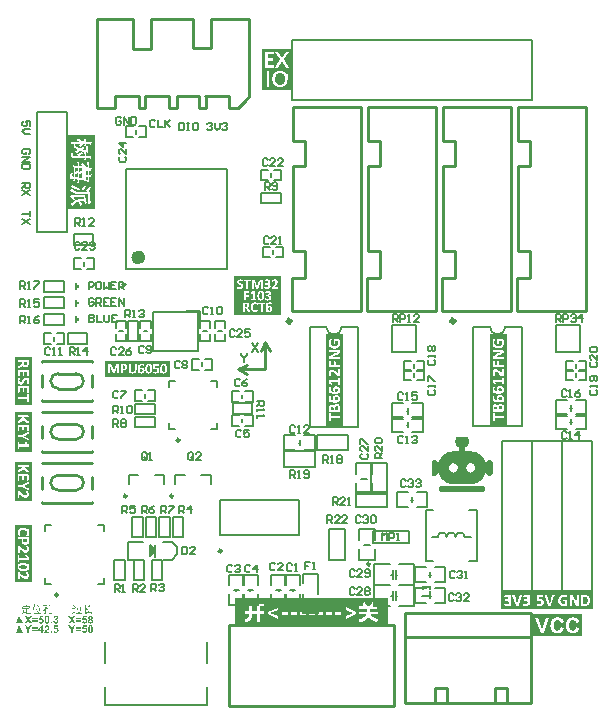
<source format=gto>
G04*
G04 #@! TF.GenerationSoftware,Altium Limited,Altium Designer,21.5.1 (32)*
G04*
G04 Layer_Color=65535*
%FSLAX25Y25*%
%MOIN*%
G70*
G04*
G04 #@! TF.SameCoordinates,F71DC00D-139D-4494-AD50-9C341566DFA8*
G04*
G04*
G04 #@! TF.FilePolarity,Positive*
G04*
G01*
G75*
%ADD10C,0.00984*%
%ADD11C,0.00800*%
%ADD12C,0.01000*%
%ADD13C,0.00787*%
%ADD14C,0.01500*%
%ADD15C,0.02362*%
%ADD16C,0.00600*%
%ADD17C,0.00100*%
%ADD18C,0.00700*%
%ADD19C,0.00591*%
G36*
X6033Y116141D02*
X6433D01*
Y115341D01*
X7133D01*
Y114841D01*
X6433D01*
Y114041D01*
X6033D01*
Y116141D01*
D02*
G37*
G36*
Y121641D02*
X6433D01*
Y120841D01*
X7133D01*
Y120341D01*
X6433D01*
Y119541D01*
X6033D01*
Y121641D01*
D02*
G37*
G36*
Y127141D02*
X6433D01*
Y126341D01*
X7133D01*
Y125841D01*
X6433D01*
Y125041D01*
X6033D01*
Y127141D01*
D02*
G37*
G36*
X-8297Y54401D02*
X-14000D01*
Y67599D01*
X-8297D01*
Y54401D01*
D02*
G37*
G36*
X178814Y18500D02*
X148141D01*
Y24252D01*
X178814D01*
Y18500D01*
D02*
G37*
G36*
X-10347Y20002D02*
X-10336Y19999D01*
X-10323Y19991D01*
X-10303Y19979D01*
X-10281Y19968D01*
X-10253Y19952D01*
X-10195Y19918D01*
X-10134Y19883D01*
X-10073Y19844D01*
X-10046Y19824D01*
X-10021Y19805D01*
X-10001Y19788D01*
X-9985Y19772D01*
X-9982Y19769D01*
X-9974Y19758D01*
X-9960Y19741D01*
X-9946Y19722D01*
X-9935Y19697D01*
X-9921Y19669D01*
X-9913Y19642D01*
X-9910Y19611D01*
Y19608D01*
Y19597D01*
X-9913Y19581D01*
X-9918Y19561D01*
X-9927Y19536D01*
X-9940Y19509D01*
X-9957Y19481D01*
X-9982Y19450D01*
X-9985Y19448D01*
X-9993Y19439D01*
X-10007Y19425D01*
X-10021Y19412D01*
X-10035Y19398D01*
X-9046D01*
X-8877Y19550D01*
X-8611Y19207D01*
X-8619D01*
X-8633Y19204D01*
X-8649Y19201D01*
X-8669Y19196D01*
X-8694Y19190D01*
X-8721Y19179D01*
X-8755Y19165D01*
X-8791Y19149D01*
X-8832Y19126D01*
X-8874Y19099D01*
X-8921Y19068D01*
X-8971Y19029D01*
X-9021Y18985D01*
X-9076Y18935D01*
X-9088Y18924D01*
X-8788Y18592D01*
X-9979D01*
Y17991D01*
X-9417D01*
X-9223Y18171D01*
X-8926Y17841D01*
X-9979D01*
Y17193D01*
X-9976D01*
X-9962Y17190D01*
X-9943Y17187D01*
X-9918Y17182D01*
X-9885Y17179D01*
X-9849Y17174D01*
X-9805Y17168D01*
X-9758Y17162D01*
X-9705Y17157D01*
X-9650Y17151D01*
X-9591Y17146D01*
X-9528Y17140D01*
X-9397Y17135D01*
X-9226D01*
X-9198Y17138D01*
X-9167D01*
X-9129Y17140D01*
X-9084D01*
X-9037Y17143D01*
X-8985Y17146D01*
X-8929Y17149D01*
X-8871Y17151D01*
X-8810Y17154D01*
X-8683Y17162D01*
X-8555Y17174D01*
Y17054D01*
X-8558D01*
X-8566Y17052D01*
X-8578Y17049D01*
X-8594Y17046D01*
X-8613Y17041D01*
X-8636Y17032D01*
X-8683Y17010D01*
X-8735Y16982D01*
X-8783Y16944D01*
X-8805Y16919D01*
X-8824Y16891D01*
X-8841Y16863D01*
X-8855Y16830D01*
X-8904D01*
X-8926Y16833D01*
X-8976D01*
X-9037Y16836D01*
X-9109Y16838D01*
X-9187Y16841D01*
X-9270Y16847D01*
X-9359Y16852D01*
X-9447Y16858D01*
X-9630Y16874D01*
X-9719Y16885D01*
X-9802Y16896D01*
X-9879Y16908D01*
X-9951Y16921D01*
X-9954D01*
X-9968Y16924D01*
X-9985Y16930D01*
X-10010Y16935D01*
X-10040Y16944D01*
X-10076Y16955D01*
X-10115Y16969D01*
X-10156Y16982D01*
X-10248Y17018D01*
X-10342Y17065D01*
X-10436Y17118D01*
X-10483Y17151D01*
X-10525Y17185D01*
X-10528Y17187D01*
X-10533Y17193D01*
X-10547Y17204D01*
X-10561Y17218D01*
X-10580Y17237D01*
X-10600Y17259D01*
X-10625Y17284D01*
X-10650Y17315D01*
X-10677Y17348D01*
X-10708Y17384D01*
X-10738Y17423D01*
X-10769Y17464D01*
X-10799Y17511D01*
X-10827Y17559D01*
X-10885Y17661D01*
Y17658D01*
X-10890Y17647D01*
X-10896Y17633D01*
X-10902Y17611D01*
X-10913Y17586D01*
X-10924Y17559D01*
X-10938Y17525D01*
X-10951Y17489D01*
X-10990Y17412D01*
X-11032Y17329D01*
X-11082Y17245D01*
X-11137Y17165D01*
X-11140Y17162D01*
X-11145Y17157D01*
X-11154Y17146D01*
X-11165Y17129D01*
X-11181Y17112D01*
X-11203Y17090D01*
X-11226Y17065D01*
X-11256Y17038D01*
X-11287Y17007D01*
X-11323Y16974D01*
X-11364Y16941D01*
X-11406Y16905D01*
X-11456Y16866D01*
X-11508Y16827D01*
X-11564Y16789D01*
X-11625Y16747D01*
X-11677Y16830D01*
X-11674Y16833D01*
X-11666Y16841D01*
X-11652Y16855D01*
X-11633Y16874D01*
X-11611Y16896D01*
X-11586Y16924D01*
X-11558Y16957D01*
X-11528Y16991D01*
X-11497Y17029D01*
X-11464Y17068D01*
X-11397Y17154D01*
X-11334Y17248D01*
X-11306Y17295D01*
X-11278Y17342D01*
X-11276Y17345D01*
X-11273Y17354D01*
X-11264Y17367D01*
X-11256Y17387D01*
X-11245Y17409D01*
X-11234Y17437D01*
X-11220Y17467D01*
X-11203Y17500D01*
X-11190Y17539D01*
X-11173Y17578D01*
X-11142Y17664D01*
X-11118Y17752D01*
X-11095Y17847D01*
Y17849D01*
X-11093Y17858D01*
X-11090Y17872D01*
X-11087Y17891D01*
X-11084Y17913D01*
X-11079Y17941D01*
X-11076Y17974D01*
X-11071Y18007D01*
X-11065Y18046D01*
X-11059Y18088D01*
X-11054Y18135D01*
X-11048Y18182D01*
X-11040Y18282D01*
X-11032Y18390D01*
X-10636Y18196D01*
X-10749Y18074D01*
Y18071D01*
X-10752Y18065D01*
X-10755Y18057D01*
X-10757Y18046D01*
X-10766Y18013D01*
X-10780Y17974D01*
X-10791Y17930D01*
X-10805Y17880D01*
X-10816Y17833D01*
X-10827Y17786D01*
X-10824Y17783D01*
X-10821Y17777D01*
X-10813Y17766D01*
X-10805Y17752D01*
X-10791Y17733D01*
X-10777Y17714D01*
X-10741Y17666D01*
X-10697Y17611D01*
X-10647Y17553D01*
X-10588Y17495D01*
X-10528Y17439D01*
X-10525Y17437D01*
X-10519Y17434D01*
X-10511Y17426D01*
X-10497Y17417D01*
X-10467Y17392D01*
X-10425Y17365D01*
X-10381Y17334D01*
X-10334Y17304D01*
X-10287Y17276D01*
X-10242Y17254D01*
Y18592D01*
X-11018D01*
X-11037Y18589D01*
X-11079Y18586D01*
X-11131Y18581D01*
X-11190Y18575D01*
X-11248Y18564D01*
X-11311Y18550D01*
X-11458Y18741D01*
X-9306D01*
X-9150Y18887D01*
X-9134Y18877D01*
X-9088Y18924D01*
X-9098Y18935D01*
X-9150Y18887D01*
X-9217Y18927D01*
X-9040Y19248D01*
X-11142D01*
Y19245D01*
Y19234D01*
Y19220D01*
Y19201D01*
Y19176D01*
Y19149D01*
X-11148Y19090D01*
X-11159Y19029D01*
X-11173Y18971D01*
X-11184Y18944D01*
X-11198Y18921D01*
X-11214Y18905D01*
X-11231Y18891D01*
X-11237Y18888D01*
X-11248Y18883D01*
X-11264Y18874D01*
X-11287Y18863D01*
X-11336Y18844D01*
X-11361Y18838D01*
X-11383Y18835D01*
X-11395D01*
X-11408Y18838D01*
X-11425Y18841D01*
X-11445Y18847D01*
X-11464Y18852D01*
X-11489Y18863D01*
X-11511Y18877D01*
X-11514Y18880D01*
X-11519Y18885D01*
X-11530Y18894D01*
X-11539Y18905D01*
X-11561Y18930D01*
X-11566Y18941D01*
X-11569Y18955D01*
Y18957D01*
X-11566Y18968D01*
X-11561Y18982D01*
X-11552Y19004D01*
X-11536Y19029D01*
X-11508Y19063D01*
X-11494Y19079D01*
X-11475Y19099D01*
X-11453Y19118D01*
X-11428Y19140D01*
X-11422Y19146D01*
X-11417Y19151D01*
X-11411Y19162D01*
X-11400Y19173D01*
X-11392Y19190D01*
X-11378Y19209D01*
X-11367Y19234D01*
X-11353Y19259D01*
X-11339Y19293D01*
X-11328Y19326D01*
X-11314Y19367D01*
X-11300Y19412D01*
X-11287Y19462D01*
X-11276Y19514D01*
X-11264Y19575D01*
X-11142D01*
Y19398D01*
X-10138D01*
X-10129Y19389D01*
X-10112Y19378D01*
X-10098Y19373D01*
X-10087Y19370D01*
X-10084D01*
X-10070Y19373D01*
X-10057Y19384D01*
X-10037Y19395D01*
X-10035Y19398D01*
X-10138D01*
X-10148Y19406D01*
X-10165Y19434D01*
X-10170Y19453D01*
X-10179Y19473D01*
X-10184Y19495D01*
X-10187Y19522D01*
Y19525D01*
X-10190Y19531D01*
X-10192Y19539D01*
X-10195Y19553D01*
X-10201Y19569D01*
X-10209Y19589D01*
X-10217Y19611D01*
X-10228Y19639D01*
X-10242Y19667D01*
X-10256Y19700D01*
X-10295Y19769D01*
X-10320Y19811D01*
X-10345Y19852D01*
X-10373Y19896D01*
X-10406Y19941D01*
X-10350Y20004D01*
X-10347Y20002D01*
D02*
G37*
G36*
X-6434Y19988D02*
X-6420Y19977D01*
X-6400Y19960D01*
X-6373Y19938D01*
X-6339Y19910D01*
X-6303Y19880D01*
X-6262Y19847D01*
X-6223Y19811D01*
X-6143Y19733D01*
X-6107Y19694D01*
X-6071Y19655D01*
X-6043Y19617D01*
X-6021Y19581D01*
X-6007Y19545D01*
X-6001Y19514D01*
Y19511D01*
Y19509D01*
Y19500D01*
Y19489D01*
X-6004Y19462D01*
X-6007Y19431D01*
X-6015Y19395D01*
X-6029Y19359D01*
X-6049Y19326D01*
X-6073Y19298D01*
X-6076Y19295D01*
X-6087Y19287D01*
X-6101Y19279D01*
X-6118Y19268D01*
X-6134Y19254D01*
X-6151Y19245D01*
X-6168Y19237D01*
X-6179Y19234D01*
X-6184D01*
X-6195Y19237D01*
X-6212Y19243D01*
X-6231Y19256D01*
X-6254Y19279D01*
X-6262Y19293D01*
X-6273Y19309D01*
X-6281Y19331D01*
X-6287Y19356D01*
X-6292Y19384D01*
X-6298Y19414D01*
Y19417D01*
X-6301Y19423D01*
X-6303Y19434D01*
X-6306Y19450D01*
X-6312Y19470D01*
X-6320Y19495D01*
X-6328Y19522D01*
X-6339Y19553D01*
X-6353Y19589D01*
X-6367Y19628D01*
X-6386Y19672D01*
X-6406Y19716D01*
X-6431Y19766D01*
X-6456Y19819D01*
X-6483Y19877D01*
X-6517Y19935D01*
X-6439Y19991D01*
X-6434Y19988D01*
D02*
G37*
G36*
X-2868Y19569D02*
X-2874D01*
X-2891Y19564D01*
X-2916Y19558D01*
X-2949Y19550D01*
X-2988Y19536D01*
X-3026Y19520D01*
X-3071Y19500D01*
X-3112Y19475D01*
X-3118Y19473D01*
X-3123Y19467D01*
X-3134Y19459D01*
X-3145Y19450D01*
X-3162Y19437D01*
X-3181Y19423D01*
X-3204Y19403D01*
X-3229Y19381D01*
X-3256Y19356D01*
X-3290Y19326D01*
X-3326Y19293D01*
X-3367Y19254D01*
X-3411Y19209D01*
X-3458Y19162D01*
X-3511Y19110D01*
X-3359Y19007D01*
X-3483Y18907D01*
Y18581D01*
X-3481D01*
X-3475Y18586D01*
X-3464Y18592D01*
X-3447Y18600D01*
X-3428Y18611D01*
X-3400Y18625D01*
X-3370Y18639D01*
X-3334Y18658D01*
X-3292Y18680D01*
X-3245Y18702D01*
X-3193Y18727D01*
X-3132Y18755D01*
X-3068Y18786D01*
X-2996Y18819D01*
X-2918Y18855D01*
X-2833Y18894D01*
X-2785Y18788D01*
X-2788Y18786D01*
X-2802Y18780D01*
X-2819Y18769D01*
X-2844Y18755D01*
X-2877Y18738D01*
X-2913Y18716D01*
X-2954Y18691D01*
X-3001Y18666D01*
X-3054Y18636D01*
X-3107Y18606D01*
X-3165Y18572D01*
X-3226Y18536D01*
X-3353Y18464D01*
X-3483Y18387D01*
Y17204D01*
Y17201D01*
Y17190D01*
X-3486Y17174D01*
X-3489Y17154D01*
X-3495Y17129D01*
X-3503Y17099D01*
X-3517Y17065D01*
X-3533Y17032D01*
X-3553Y16996D01*
X-3580Y16960D01*
X-3611Y16921D01*
X-3650Y16885D01*
X-3694Y16849D01*
X-3747Y16816D01*
X-3808Y16786D01*
X-3877Y16758D01*
Y16761D01*
X-3880Y16766D01*
X-3882Y16777D01*
X-3888Y16794D01*
X-3893Y16811D01*
X-3904Y16833D01*
X-3918Y16855D01*
X-3938Y16880D01*
X-3960Y16905D01*
X-3985Y16930D01*
X-4018Y16957D01*
X-4054Y16985D01*
X-4098Y17010D01*
X-4148Y17038D01*
X-4204Y17060D01*
X-4267Y17082D01*
Y17198D01*
X-4253D01*
X-4237Y17196D01*
X-4215Y17193D01*
X-4187Y17190D01*
X-4157D01*
X-4087Y17185D01*
X-4015Y17179D01*
X-3946Y17174D01*
X-3913Y17171D01*
X-3885D01*
X-3860Y17168D01*
X-3838D01*
X-3827Y17171D01*
X-3810Y17174D01*
X-3794Y17182D01*
X-3777Y17193D01*
X-3760Y17212D01*
X-3749Y17237D01*
X-3747Y17270D01*
Y18276D01*
X-3749D01*
X-3752Y18273D01*
X-3760Y18268D01*
X-3771Y18262D01*
X-3799Y18246D01*
X-3833Y18226D01*
X-3877Y18201D01*
X-3924Y18171D01*
X-3977Y18140D01*
X-4032Y18107D01*
X-4143Y18035D01*
X-4195Y17999D01*
X-4245Y17963D01*
X-4290Y17927D01*
X-4326Y17894D01*
X-4356Y17866D01*
X-4367Y17852D01*
X-4375Y17838D01*
X-4594Y18151D01*
X-4592D01*
X-4580Y18157D01*
X-4564Y18162D01*
X-4542Y18171D01*
X-4511Y18182D01*
X-4475Y18193D01*
X-4431Y18210D01*
X-4381Y18229D01*
X-4326Y18251D01*
X-4262Y18273D01*
X-4193Y18301D01*
X-4118Y18331D01*
X-4035Y18365D01*
X-3946Y18401D01*
X-3849Y18442D01*
X-3747Y18484D01*
Y18486D01*
Y18489D01*
Y18506D01*
Y18531D01*
Y18567D01*
Y18608D01*
Y18655D01*
Y18708D01*
X-3749Y18766D01*
Y18827D01*
Y18891D01*
X-3752Y19021D01*
X-3755Y19085D01*
Y19149D01*
X-3758Y19207D01*
X-3760Y19262D01*
X-3611Y19182D01*
X-3281Y19603D01*
X-4071D01*
X-4090Y19600D01*
X-4132Y19597D01*
X-4184Y19592D01*
X-4242Y19586D01*
X-4301Y19575D01*
X-4364Y19561D01*
X-4514Y19752D01*
X-3276D01*
X-3151Y19880D01*
X-2868Y19569D01*
D02*
G37*
G36*
X-5021Y19043D02*
X-6782D01*
X-6799Y19040D01*
X-6841Y19038D01*
X-6891Y19032D01*
X-6943Y19027D01*
X-7004Y19015D01*
X-7065Y19002D01*
X-7215Y19193D01*
X-5539D01*
X-5331Y19387D01*
X-5021Y19043D01*
D02*
G37*
G36*
X-6810Y18824D02*
X-6805Y18822D01*
X-6802Y18813D01*
X-6794Y18802D01*
X-6777Y18775D01*
X-6752Y18736D01*
X-6724Y18689D01*
X-6691Y18636D01*
X-6658Y18578D01*
X-6622Y18517D01*
X-6550Y18390D01*
X-6514Y18326D01*
X-6481Y18265D01*
X-6450Y18207D01*
X-6425Y18154D01*
X-6406Y18104D01*
X-6392Y18065D01*
Y18063D01*
X-6389Y18057D01*
X-6386Y18049D01*
X-6384Y18035D01*
X-6378Y18018D01*
X-6373Y18002D01*
X-6362Y17960D01*
X-6353Y17913D01*
X-6342Y17863D01*
X-6337Y17819D01*
X-6334Y17777D01*
Y17775D01*
Y17772D01*
Y17763D01*
Y17752D01*
X-6339Y17725D01*
X-6345Y17692D01*
X-6356Y17653D01*
X-6370Y17611D01*
X-6392Y17572D01*
X-6420Y17534D01*
X-6422Y17531D01*
X-6434Y17520D01*
X-6450Y17503D01*
X-6467Y17487D01*
X-6489Y17470D01*
X-6508Y17453D01*
X-6531Y17442D01*
X-6547Y17439D01*
X-6550D01*
X-6558Y17442D01*
X-6572Y17448D01*
X-6586Y17456D01*
X-6600Y17473D01*
X-6614Y17495D01*
X-6622Y17528D01*
X-6625Y17547D01*
Y17570D01*
Y17572D01*
Y17578D01*
X-6627Y17586D01*
Y17600D01*
X-6630Y17617D01*
X-6633Y17636D01*
X-6636Y17661D01*
X-6639Y17689D01*
X-6641Y17719D01*
X-6647Y17752D01*
X-6652Y17791D01*
X-6661Y17833D01*
X-6666Y17877D01*
X-6674Y17924D01*
X-6683Y17977D01*
X-6694Y18029D01*
Y18032D01*
X-6697Y18043D01*
X-6699Y18060D01*
X-6705Y18082D01*
X-6711Y18113D01*
X-6719Y18146D01*
X-6727Y18187D01*
X-6738Y18234D01*
X-6752Y18284D01*
X-6766Y18342D01*
X-6782Y18403D01*
X-6802Y18470D01*
X-6824Y18539D01*
X-6846Y18614D01*
X-6871Y18691D01*
X-6899Y18775D01*
X-6810Y18827D01*
Y18824D01*
D02*
G37*
G36*
X-5337Y18761D02*
X-5342Y18755D01*
X-5348Y18750D01*
X-5359Y18741D01*
X-5370Y18727D01*
X-5384Y18711D01*
X-5398Y18691D01*
X-5414Y18666D01*
X-5434Y18636D01*
X-5453Y18603D01*
X-5472Y18561D01*
X-5494Y18517D01*
X-5517Y18464D01*
X-5539Y18409D01*
X-5561Y18345D01*
X-5583Y18273D01*
Y18268D01*
X-5589Y18254D01*
X-5597Y18232D01*
X-5605Y18198D01*
X-5619Y18157D01*
X-5636Y18107D01*
X-5655Y18046D01*
X-5677Y17980D01*
X-5702Y17902D01*
X-5730Y17819D01*
X-5760Y17725D01*
X-5796Y17622D01*
X-5832Y17514D01*
X-5874Y17398D01*
X-5918Y17273D01*
X-5965Y17140D01*
X-5403D01*
X-5195Y17334D01*
X-4885Y16991D01*
X-6852D01*
X-6871Y16988D01*
X-6916Y16985D01*
X-6968Y16982D01*
X-7023Y16974D01*
X-7085Y16966D01*
X-7148Y16952D01*
X-7295Y17140D01*
X-6126D01*
Y17143D01*
X-6123Y17146D01*
Y17154D01*
X-6118Y17165D01*
X-6109Y17193D01*
X-6098Y17232D01*
X-6087Y17281D01*
X-6071Y17337D01*
X-6054Y17401D01*
X-6035Y17473D01*
X-6013Y17550D01*
X-5990Y17633D01*
X-5971Y17722D01*
X-5946Y17813D01*
X-5924Y17908D01*
X-5902Y18004D01*
X-5860Y18201D01*
Y18204D01*
Y18207D01*
X-5857Y18215D01*
X-5855Y18223D01*
X-5849Y18251D01*
X-5844Y18287D01*
X-5835Y18331D01*
X-5824Y18381D01*
X-5813Y18437D01*
X-5802Y18495D01*
X-5791Y18559D01*
X-5780Y18622D01*
X-5760Y18750D01*
X-5749Y18813D01*
X-5744Y18871D01*
X-5736Y18927D01*
X-5733Y18977D01*
X-5337Y18761D01*
D02*
G37*
G36*
X-2265Y19752D02*
X-2417Y19619D01*
Y17340D01*
Y17337D01*
Y17331D01*
Y17320D01*
Y17306D01*
X-2411Y17270D01*
X-2406Y17251D01*
X-2400Y17232D01*
X-2389Y17212D01*
X-2376Y17193D01*
X-2356Y17176D01*
X-2334Y17160D01*
X-2306Y17149D01*
X-2276Y17143D01*
X-2237Y17138D01*
X-2193Y17140D01*
X-1780D01*
X-1772Y17146D01*
X-1755Y17154D01*
X-1736Y17171D01*
X-1716Y17193D01*
X-1694Y17223D01*
X-1686Y17243D01*
X-1677Y17268D01*
X-1672Y17293D01*
X-1666Y17320D01*
Y17323D01*
Y17329D01*
X-1664Y17337D01*
Y17351D01*
X-1661Y17367D01*
X-1658Y17387D01*
X-1655Y17412D01*
X-1653Y17439D01*
Y17473D01*
X-1650Y17509D01*
X-1647Y17547D01*
X-1644Y17589D01*
Y17636D01*
X-1641Y17686D01*
Y17739D01*
Y17797D01*
X-1500D01*
Y17794D01*
Y17786D01*
Y17769D01*
Y17752D01*
Y17728D01*
X-1497Y17703D01*
Y17672D01*
Y17639D01*
X-1495Y17570D01*
X-1489Y17500D01*
X-1484Y17431D01*
X-1481Y17401D01*
X-1475Y17370D01*
Y17367D01*
X-1472Y17365D01*
X-1470Y17345D01*
X-1459Y17320D01*
X-1445Y17290D01*
X-1425Y17254D01*
X-1400Y17221D01*
X-1364Y17190D01*
X-1323Y17162D01*
Y17160D01*
X-1328Y17151D01*
X-1334Y17138D01*
X-1345Y17121D01*
X-1359Y17101D01*
X-1373Y17076D01*
X-1395Y17054D01*
X-1417Y17029D01*
X-1445Y17002D01*
X-1475Y16980D01*
X-1511Y16957D01*
X-1550Y16935D01*
X-1594Y16919D01*
X-1644Y16905D01*
X-1697Y16896D01*
X-1755Y16894D01*
X-2337D01*
X-2362Y16896D01*
X-2392Y16902D01*
X-2425Y16908D01*
X-2459Y16919D01*
X-2495Y16930D01*
X-2531Y16946D01*
X-2567Y16969D01*
X-2597Y16993D01*
X-2627Y17027D01*
X-2650Y17063D01*
X-2669Y17107D01*
X-2677Y17160D01*
X-2680Y17218D01*
Y19254D01*
Y19256D01*
Y19270D01*
Y19287D01*
Y19312D01*
Y19345D01*
Y19381D01*
Y19423D01*
X-2683Y19470D01*
Y19522D01*
Y19578D01*
X-2686Y19636D01*
Y19697D01*
X-2688Y19827D01*
X-2694Y19963D01*
X-2265Y19752D01*
D02*
G37*
G36*
X-7004Y19816D02*
X-7137Y19722D01*
X-7140Y19716D01*
X-7145Y19700D01*
X-7157Y19678D01*
X-7173Y19644D01*
X-7190Y19605D01*
X-7209Y19558D01*
X-7231Y19509D01*
X-7256Y19456D01*
X-7306Y19345D01*
X-7356Y19234D01*
X-7381Y19182D01*
X-7403Y19132D01*
X-7422Y19087D01*
X-7442Y19049D01*
X-7265Y18913D01*
X-7373Y18813D01*
Y18808D01*
Y18794D01*
Y18772D01*
Y18741D01*
Y18705D01*
Y18661D01*
Y18611D01*
Y18553D01*
Y18492D01*
Y18426D01*
Y18353D01*
Y18282D01*
Y18204D01*
Y18124D01*
X-7370Y17960D01*
Y17791D01*
Y17625D01*
Y17462D01*
X-7367Y17384D01*
Y17309D01*
Y17237D01*
Y17171D01*
Y17107D01*
X-7364Y17052D01*
Y16999D01*
Y16952D01*
X-7361Y16913D01*
Y16883D01*
X-7638Y16758D01*
Y16761D01*
Y16763D01*
Y16769D01*
Y16780D01*
Y16794D01*
Y16811D01*
X-7636Y16830D01*
Y16852D01*
Y16880D01*
Y16910D01*
Y16944D01*
X-7633Y16982D01*
Y17024D01*
Y17071D01*
Y17124D01*
X-7630Y17179D01*
Y17240D01*
Y17304D01*
Y17373D01*
Y17448D01*
X-7627Y17528D01*
Y17614D01*
Y17705D01*
Y17799D01*
Y17902D01*
X-7625Y18010D01*
Y18124D01*
Y18243D01*
Y18367D01*
Y18500D01*
Y18639D01*
Y18783D01*
X-7627Y18777D01*
X-7636Y18764D01*
X-7647Y18738D01*
X-7663Y18705D01*
X-7683Y18666D01*
X-7708Y18622D01*
X-7735Y18572D01*
X-7769Y18517D01*
X-7802Y18462D01*
X-7838Y18401D01*
X-7921Y18282D01*
X-7963Y18221D01*
X-8010Y18162D01*
X-8057Y18107D01*
X-8104Y18057D01*
X-8184Y18110D01*
X-8181Y18115D01*
X-8173Y18129D01*
X-8159Y18154D01*
X-8140Y18184D01*
X-8118Y18226D01*
X-8090Y18273D01*
X-8060Y18329D01*
X-8026Y18387D01*
X-7990Y18453D01*
X-7952Y18525D01*
X-7913Y18600D01*
X-7874Y18678D01*
X-7832Y18761D01*
X-7791Y18847D01*
X-7711Y19021D01*
Y19024D01*
X-7708Y19027D01*
X-7702Y19043D01*
X-7691Y19068D01*
X-7675Y19104D01*
X-7658Y19149D01*
X-7638Y19198D01*
X-7614Y19259D01*
X-7591Y19326D01*
X-7564Y19398D01*
X-7539Y19475D01*
X-7511Y19556D01*
X-7483Y19642D01*
X-7456Y19733D01*
X-7428Y19827D01*
X-7381Y20018D01*
X-7004Y19816D01*
D02*
G37*
G36*
X-9134Y15003D02*
X-8253Y13670D01*
X-8874D01*
X-9442Y14537D01*
X-10012Y13670D01*
X-10630D01*
X-9744Y15000D01*
X-10547Y16227D01*
X-9943D01*
X-9439Y15460D01*
X-8929Y16227D01*
X-8331D01*
X-9134Y15003D01*
D02*
G37*
G36*
X-6312Y15089D02*
X-8098D01*
Y15543D01*
X-6312D01*
Y15089D01*
D02*
G37*
G36*
Y14313D02*
X-8098D01*
Y14767D01*
X-6312D01*
Y14313D01*
D02*
G37*
G36*
X-204Y16233D02*
X-179D01*
X-148Y16227D01*
X-112Y16225D01*
X-74Y16216D01*
X-32Y16208D01*
X15Y16194D01*
X62Y16180D01*
X109Y16161D01*
X156Y16139D01*
X206Y16111D01*
X253Y16080D01*
X298Y16044D01*
X339Y16003D01*
X342Y16000D01*
X347Y15995D01*
X356Y15983D01*
X367Y15970D01*
X381Y15953D01*
X397Y15931D01*
X414Y15906D01*
X430Y15878D01*
X464Y15817D01*
X494Y15745D01*
X505Y15707D01*
X514Y15665D01*
X519Y15623D01*
X522Y15579D01*
Y15576D01*
Y15565D01*
X519Y15546D01*
X516Y15524D01*
X511Y15496D01*
X503Y15463D01*
X491Y15424D01*
X475Y15385D01*
X455Y15344D01*
X433Y15299D01*
X403Y15255D01*
X367Y15211D01*
X325Y15166D01*
X275Y15122D01*
X217Y15080D01*
X154Y15042D01*
X156D01*
X165Y15039D01*
X176Y15036D01*
X190Y15031D01*
X209Y15025D01*
X231Y15017D01*
X278Y14997D01*
X336Y14970D01*
X395Y14931D01*
X450Y14887D01*
X478Y14859D01*
X503Y14828D01*
X505Y14826D01*
X508Y14820D01*
X514Y14812D01*
X525Y14801D01*
X533Y14784D01*
X544Y14765D01*
X558Y14742D01*
X569Y14718D01*
X594Y14659D01*
X616Y14593D01*
X630Y14515D01*
X633Y14474D01*
X636Y14432D01*
Y14430D01*
Y14418D01*
X633Y14399D01*
Y14377D01*
X627Y14346D01*
X622Y14313D01*
X616Y14277D01*
X605Y14236D01*
X591Y14191D01*
X575Y14144D01*
X555Y14097D01*
X530Y14050D01*
X503Y14000D01*
X469Y13953D01*
X433Y13906D01*
X389Y13859D01*
X386Y13856D01*
X378Y13848D01*
X364Y13837D01*
X345Y13823D01*
X320Y13803D01*
X292Y13784D01*
X259Y13762D01*
X220Y13743D01*
X178Y13720D01*
X131Y13698D01*
X79Y13679D01*
X26Y13659D01*
X-32Y13646D01*
X-93Y13634D01*
X-160Y13626D01*
X-226Y13623D01*
X-243D01*
X-259Y13626D01*
X-284D01*
X-312Y13629D01*
X-348Y13634D01*
X-387Y13640D01*
X-428Y13648D01*
X-472Y13659D01*
X-520Y13673D01*
X-567Y13687D01*
X-614Y13706D01*
X-664Y13732D01*
X-711Y13756D01*
X-758Y13787D01*
X-802Y13823D01*
X-805Y13826D01*
X-813Y13831D01*
X-824Y13842D01*
X-838Y13859D01*
X-855Y13878D01*
X-877Y13903D01*
X-896Y13931D01*
X-921Y13964D01*
X-943Y14000D01*
X-965Y14039D01*
X-988Y14081D01*
X-1010Y14128D01*
X-1027Y14177D01*
X-1043Y14230D01*
X-1057Y14288D01*
X-1065Y14346D01*
X-592Y14405D01*
Y14402D01*
Y14396D01*
X-589Y14388D01*
X-586Y14374D01*
X-581Y14341D01*
X-567Y14302D01*
X-553Y14255D01*
X-531Y14211D01*
X-503Y14164D01*
X-470Y14125D01*
X-464Y14122D01*
X-453Y14111D01*
X-431Y14094D01*
X-403Y14078D01*
X-367Y14061D01*
X-326Y14044D01*
X-279Y14033D01*
X-229Y14031D01*
X-215D01*
X-204Y14033D01*
X-176Y14036D01*
X-140Y14044D01*
X-99Y14058D01*
X-57Y14078D01*
X-13Y14105D01*
X29Y14144D01*
X34Y14150D01*
X46Y14166D01*
X62Y14191D01*
X81Y14227D01*
X101Y14272D01*
X117Y14324D01*
X129Y14385D01*
X134Y14454D01*
Y14457D01*
Y14463D01*
Y14471D01*
X131Y14485D01*
Y14502D01*
X129Y14518D01*
X123Y14560D01*
X109Y14607D01*
X93Y14657D01*
X68Y14704D01*
X34Y14748D01*
X29Y14754D01*
X18Y14765D01*
X-4Y14784D01*
X-32Y14804D01*
X-68Y14823D01*
X-110Y14842D01*
X-157Y14853D01*
X-209Y14859D01*
X-226D01*
X-245Y14856D01*
X-273Y14853D01*
X-306Y14851D01*
X-342Y14842D01*
X-387Y14834D01*
X-434Y14820D01*
X-381Y15219D01*
X-348D01*
X-331Y15222D01*
X-312D01*
X-268Y15227D01*
X-218Y15236D01*
X-168Y15252D01*
X-121Y15274D01*
X-76Y15302D01*
X-71Y15308D01*
X-60Y15319D01*
X-43Y15338D01*
X-21Y15366D01*
X-2Y15402D01*
X15Y15443D01*
X26Y15490D01*
X32Y15546D01*
Y15549D01*
Y15551D01*
Y15568D01*
X29Y15590D01*
X23Y15621D01*
X12Y15651D01*
X-2Y15687D01*
X-21Y15720D01*
X-46Y15751D01*
X-49Y15754D01*
X-60Y15762D01*
X-76Y15776D01*
X-101Y15790D01*
X-132Y15803D01*
X-165Y15817D01*
X-207Y15826D01*
X-254Y15828D01*
X-276D01*
X-298Y15823D01*
X-328Y15817D01*
X-362Y15806D01*
X-398Y15792D01*
X-434Y15770D01*
X-470Y15740D01*
X-472Y15737D01*
X-484Y15723D01*
X-497Y15704D01*
X-517Y15676D01*
X-536Y15640D01*
X-553Y15598D01*
X-567Y15546D01*
X-578Y15488D01*
X-1029Y15563D01*
Y15565D01*
X-1027Y15574D01*
X-1024Y15585D01*
X-1021Y15601D01*
X-1015Y15621D01*
X-1010Y15643D01*
X-993Y15695D01*
X-974Y15756D01*
X-949Y15817D01*
X-921Y15878D01*
X-888Y15934D01*
Y15936D01*
X-882Y15939D01*
X-871Y15956D01*
X-849Y15983D01*
X-819Y16014D01*
X-783Y16050D01*
X-738Y16086D01*
X-686Y16122D01*
X-625Y16155D01*
X-622D01*
X-617Y16158D01*
X-608Y16163D01*
X-594Y16169D01*
X-578Y16175D01*
X-558Y16180D01*
X-536Y16188D01*
X-511Y16197D01*
X-456Y16211D01*
X-389Y16225D01*
X-317Y16233D01*
X-240Y16236D01*
X-223D01*
X-204Y16233D01*
D02*
G37*
G36*
X-4398Y15734D02*
X-5325D01*
X-5403Y15299D01*
X-5400D01*
X-5395Y15302D01*
X-5387Y15308D01*
X-5375Y15313D01*
X-5359Y15319D01*
X-5342Y15327D01*
X-5301Y15341D01*
X-5248Y15358D01*
X-5193Y15369D01*
X-5132Y15380D01*
X-5068Y15382D01*
X-5054D01*
X-5037Y15380D01*
X-5012D01*
X-4985Y15374D01*
X-4952Y15369D01*
X-4916Y15363D01*
X-4877Y15352D01*
X-4832Y15341D01*
X-4788Y15324D01*
X-4744Y15305D01*
X-4697Y15283D01*
X-4650Y15255D01*
X-4603Y15222D01*
X-4558Y15186D01*
X-4514Y15144D01*
X-4511Y15141D01*
X-4503Y15133D01*
X-4492Y15119D01*
X-4478Y15100D01*
X-4461Y15078D01*
X-4442Y15050D01*
X-4420Y15017D01*
X-4398Y14978D01*
X-4378Y14936D01*
X-4356Y14889D01*
X-4337Y14837D01*
X-4320Y14784D01*
X-4306Y14723D01*
X-4295Y14662D01*
X-4287Y14596D01*
X-4284Y14526D01*
Y14524D01*
Y14513D01*
Y14496D01*
X-4287Y14474D01*
X-4290Y14446D01*
X-4295Y14413D01*
X-4301Y14377D01*
X-4306Y14338D01*
X-4317Y14294D01*
X-4328Y14250D01*
X-4345Y14202D01*
X-4362Y14155D01*
X-4384Y14105D01*
X-4409Y14058D01*
X-4436Y14008D01*
X-4470Y13961D01*
X-4472Y13959D01*
X-4481Y13948D01*
X-4495Y13931D01*
X-4517Y13909D01*
X-4542Y13884D01*
X-4572Y13853D01*
X-4608Y13823D01*
X-4650Y13792D01*
X-4697Y13762D01*
X-4749Y13732D01*
X-4805Y13701D01*
X-4866Y13676D01*
X-4932Y13654D01*
X-5004Y13637D01*
X-5082Y13626D01*
X-5162Y13623D01*
X-5195D01*
X-5220Y13626D01*
X-5251Y13629D01*
X-5287Y13634D01*
X-5325Y13640D01*
X-5367Y13648D01*
X-5458Y13670D01*
X-5508Y13684D01*
X-5555Y13704D01*
X-5605Y13726D01*
X-5652Y13751D01*
X-5697Y13779D01*
X-5741Y13812D01*
X-5744Y13815D01*
X-5749Y13820D01*
X-5760Y13831D01*
X-5777Y13848D01*
X-5794Y13867D01*
X-5813Y13889D01*
X-5835Y13917D01*
X-5857Y13948D01*
X-5880Y13984D01*
X-5902Y14022D01*
X-5924Y14064D01*
X-5946Y14108D01*
X-5965Y14158D01*
X-5982Y14211D01*
X-5993Y14266D01*
X-6004Y14324D01*
X-5517Y14377D01*
Y14374D01*
Y14369D01*
X-5514Y14360D01*
X-5511Y14349D01*
X-5506Y14319D01*
X-5494Y14283D01*
X-5478Y14238D01*
X-5456Y14197D01*
X-5428Y14153D01*
X-5395Y14114D01*
X-5389Y14111D01*
X-5375Y14100D01*
X-5356Y14083D01*
X-5325Y14067D01*
X-5292Y14047D01*
X-5251Y14033D01*
X-5206Y14022D01*
X-5157Y14017D01*
X-5143D01*
X-5132Y14020D01*
X-5101Y14022D01*
X-5065Y14033D01*
X-5024Y14047D01*
X-4982Y14069D01*
X-4938Y14100D01*
X-4916Y14119D01*
X-4896Y14141D01*
Y14144D01*
X-4891Y14147D01*
X-4885Y14155D01*
X-4879Y14164D01*
X-4871Y14177D01*
X-4863Y14194D01*
X-4852Y14213D01*
X-4841Y14236D01*
X-4832Y14261D01*
X-4821Y14288D01*
X-4813Y14319D01*
X-4805Y14352D01*
X-4799Y14391D01*
X-4794Y14430D01*
X-4788Y14474D01*
Y14518D01*
Y14521D01*
Y14529D01*
Y14540D01*
X-4791Y14557D01*
Y14576D01*
X-4794Y14599D01*
X-4802Y14651D01*
X-4813Y14709D01*
X-4832Y14767D01*
X-4860Y14823D01*
X-4896Y14873D01*
Y14875D01*
X-4902Y14878D01*
X-4916Y14892D01*
X-4938Y14911D01*
X-4971Y14934D01*
X-5010Y14953D01*
X-5057Y14972D01*
X-5110Y14986D01*
X-5140Y14992D01*
X-5190D01*
X-5206Y14989D01*
X-5226Y14986D01*
X-5245Y14981D01*
X-5298Y14970D01*
X-5356Y14947D01*
X-5389Y14931D01*
X-5420Y14914D01*
X-5453Y14892D01*
X-5486Y14867D01*
X-5519Y14840D01*
X-5550Y14806D01*
X-5946Y14862D01*
X-5694Y16194D01*
X-4398D01*
Y15734D01*
D02*
G37*
G36*
X-1445Y13670D02*
X-1935D01*
Y14161D01*
X-1445D01*
Y13670D01*
D02*
G37*
G36*
X-11159D02*
X-13635D01*
X-12397Y16144D01*
X-11159Y13670D01*
D02*
G37*
G36*
X-3162Y16233D02*
X-3137D01*
X-3107Y16227D01*
X-3071Y16222D01*
X-3029Y16213D01*
X-2985Y16202D01*
X-2941Y16188D01*
X-2894Y16172D01*
X-2844Y16150D01*
X-2796Y16125D01*
X-2749Y16094D01*
X-2702Y16058D01*
X-2658Y16017D01*
X-2616Y15970D01*
X-2614Y15967D01*
X-2605Y15956D01*
X-2594Y15936D01*
X-2578Y15909D01*
X-2558Y15876D01*
X-2536Y15831D01*
X-2514Y15781D01*
X-2492Y15720D01*
X-2470Y15654D01*
X-2445Y15576D01*
X-2425Y15490D01*
X-2406Y15396D01*
X-2389Y15294D01*
X-2378Y15180D01*
X-2370Y15058D01*
X-2367Y14928D01*
Y14925D01*
Y14920D01*
Y14909D01*
Y14898D01*
Y14878D01*
X-2370Y14859D01*
Y14837D01*
Y14809D01*
X-2376Y14751D01*
X-2381Y14682D01*
X-2389Y14607D01*
X-2398Y14526D01*
X-2411Y14441D01*
X-2428Y14355D01*
X-2450Y14266D01*
X-2472Y14180D01*
X-2503Y14100D01*
X-2536Y14020D01*
X-2575Y13948D01*
X-2619Y13884D01*
X-2622Y13881D01*
X-2627Y13873D01*
X-2641Y13859D01*
X-2658Y13842D01*
X-2677Y13823D01*
X-2705Y13801D01*
X-2736Y13779D01*
X-2769Y13754D01*
X-2808Y13729D01*
X-2852Y13706D01*
X-2899Y13684D01*
X-2952Y13665D01*
X-3007Y13648D01*
X-3068Y13634D01*
X-3132Y13626D01*
X-3198Y13623D01*
X-3215D01*
X-3234Y13626D01*
X-3259Y13629D01*
X-3292Y13632D01*
X-3328Y13637D01*
X-3370Y13648D01*
X-3414Y13659D01*
X-3461Y13673D01*
X-3508Y13693D01*
X-3558Y13718D01*
X-3608Y13743D01*
X-3658Y13776D01*
X-3708Y13815D01*
X-3755Y13859D01*
X-3799Y13909D01*
X-3802Y13912D01*
X-3808Y13923D01*
X-3821Y13939D01*
X-3835Y13964D01*
X-3852Y13997D01*
X-3871Y14039D01*
X-3891Y14089D01*
X-3913Y14144D01*
X-3935Y14211D01*
X-3954Y14286D01*
X-3974Y14369D01*
X-3990Y14463D01*
X-4004Y14565D01*
X-4015Y14679D01*
X-4024Y14801D01*
X-4026Y14934D01*
Y14936D01*
Y14942D01*
Y14953D01*
Y14964D01*
Y14984D01*
X-4024Y15003D01*
Y15025D01*
Y15050D01*
X-4018Y15111D01*
X-4013Y15177D01*
X-4004Y15252D01*
X-3996Y15333D01*
X-3982Y15418D01*
X-3965Y15504D01*
X-3946Y15590D01*
X-3921Y15676D01*
X-3893Y15759D01*
X-3860Y15837D01*
X-3821Y15909D01*
X-3777Y15972D01*
X-3774Y15975D01*
X-3766Y15983D01*
X-3755Y15997D01*
X-3738Y16014D01*
X-3716Y16033D01*
X-3691Y16056D01*
X-3661Y16080D01*
X-3627Y16105D01*
X-3589Y16127D01*
X-3544Y16152D01*
X-3497Y16175D01*
X-3445Y16194D01*
X-3389Y16211D01*
X-3328Y16225D01*
X-3265Y16233D01*
X-3198Y16236D01*
X-3181D01*
X-3162Y16233D01*
D02*
G37*
G36*
X-9206Y11619D02*
Y10547D01*
X-9721D01*
Y11622D01*
X-10655Y13104D01*
X-10048D01*
X-9450Y12093D01*
X-8866Y13104D01*
X-8273D01*
X-9206Y11619D01*
D02*
G37*
G36*
X-6334Y11965D02*
X-8120D01*
Y12420D01*
X-6334D01*
Y11965D01*
D02*
G37*
G36*
Y11190D02*
X-8120D01*
Y11644D01*
X-6334D01*
Y11190D01*
D02*
G37*
G36*
X544Y12611D02*
X-384D01*
X-461Y12176D01*
X-459D01*
X-453Y12179D01*
X-445Y12184D01*
X-434Y12190D01*
X-417Y12195D01*
X-400Y12203D01*
X-359Y12217D01*
X-306Y12234D01*
X-251Y12245D01*
X-190Y12256D01*
X-126Y12259D01*
X-112D01*
X-96Y12256D01*
X-71D01*
X-43Y12251D01*
X-10Y12245D01*
X26Y12240D01*
X65Y12229D01*
X109Y12217D01*
X154Y12201D01*
X198Y12181D01*
X245Y12159D01*
X292Y12132D01*
X339Y12098D01*
X383Y12062D01*
X428Y12021D01*
X430Y12018D01*
X439Y12010D01*
X450Y11996D01*
X464Y11976D01*
X480Y11954D01*
X500Y11927D01*
X522Y11893D01*
X544Y11855D01*
X563Y11813D01*
X586Y11766D01*
X605Y11713D01*
X622Y11661D01*
X636Y11600D01*
X647Y11539D01*
X655Y11472D01*
X658Y11403D01*
Y11400D01*
Y11389D01*
Y11372D01*
X655Y11350D01*
X652Y11323D01*
X647Y11289D01*
X641Y11253D01*
X636Y11215D01*
X624Y11170D01*
X613Y11126D01*
X597Y11079D01*
X580Y11032D01*
X558Y10982D01*
X533Y10935D01*
X505Y10885D01*
X472Y10838D01*
X469Y10835D01*
X461Y10824D01*
X447Y10808D01*
X425Y10785D01*
X400Y10760D01*
X370Y10730D01*
X334Y10699D01*
X292Y10669D01*
X245Y10639D01*
X192Y10608D01*
X137Y10578D01*
X76Y10553D01*
X10Y10531D01*
X-62Y10514D01*
X-140Y10503D01*
X-220Y10500D01*
X-254D01*
X-279Y10503D01*
X-309Y10505D01*
X-345Y10511D01*
X-384Y10517D01*
X-425Y10525D01*
X-517Y10547D01*
X-567Y10561D01*
X-614Y10580D01*
X-664Y10603D01*
X-711Y10627D01*
X-755Y10655D01*
X-799Y10688D01*
X-802Y10691D01*
X-808Y10697D01*
X-819Y10708D01*
X-835Y10724D01*
X-852Y10744D01*
X-871Y10766D01*
X-893Y10794D01*
X-916Y10824D01*
X-938Y10860D01*
X-960Y10899D01*
X-982Y10940D01*
X-1004Y10985D01*
X-1024Y11035D01*
X-1040Y11087D01*
X-1051Y11143D01*
X-1063Y11201D01*
X-575Y11253D01*
Y11251D01*
Y11245D01*
X-572Y11237D01*
X-569Y11226D01*
X-564Y11195D01*
X-553Y11159D01*
X-536Y11115D01*
X-514Y11073D01*
X-486Y11029D01*
X-453Y10990D01*
X-448Y10988D01*
X-434Y10976D01*
X-414Y10960D01*
X-384Y10943D01*
X-351Y10924D01*
X-309Y10910D01*
X-265Y10899D01*
X-215Y10893D01*
X-201D01*
X-190Y10896D01*
X-160Y10899D01*
X-123Y10910D01*
X-82Y10924D01*
X-40Y10946D01*
X4Y10976D01*
X26Y10996D01*
X46Y11018D01*
Y11021D01*
X51Y11023D01*
X57Y11032D01*
X62Y11040D01*
X70Y11054D01*
X79Y11071D01*
X90Y11090D01*
X101Y11112D01*
X109Y11137D01*
X120Y11165D01*
X129Y11195D01*
X137Y11229D01*
X143Y11267D01*
X148Y11306D01*
X154Y11350D01*
Y11395D01*
Y11398D01*
Y11406D01*
Y11417D01*
X151Y11434D01*
Y11453D01*
X148Y11475D01*
X140Y11528D01*
X129Y11586D01*
X109Y11644D01*
X81Y11699D01*
X46Y11749D01*
Y11752D01*
X40Y11755D01*
X26Y11769D01*
X4Y11788D01*
X-29Y11810D01*
X-68Y11830D01*
X-115Y11849D01*
X-168Y11863D01*
X-198Y11868D01*
X-248D01*
X-265Y11866D01*
X-284Y11863D01*
X-304Y11857D01*
X-356Y11846D01*
X-414Y11824D01*
X-448Y11807D01*
X-478Y11791D01*
X-511Y11769D01*
X-544Y11744D01*
X-578Y11716D01*
X-608Y11683D01*
X-1004Y11738D01*
X-752Y13071D01*
X544D01*
Y12611D01*
D02*
G37*
G36*
X-1467Y10547D02*
X-1957D01*
Y11037D01*
X-1467D01*
Y10547D01*
D02*
G37*
G36*
X-3140Y13109D02*
X-3109Y13107D01*
X-3073Y13101D01*
X-3032Y13095D01*
X-2988Y13087D01*
X-2941Y13076D01*
X-2894Y13062D01*
X-2844Y13046D01*
X-2794Y13026D01*
X-2747Y13001D01*
X-2700Y12974D01*
X-2653Y12943D01*
X-2611Y12907D01*
X-2608Y12904D01*
X-2603Y12899D01*
X-2592Y12885D01*
X-2578Y12871D01*
X-2561Y12852D01*
X-2542Y12827D01*
X-2522Y12799D01*
X-2500Y12766D01*
X-2481Y12733D01*
X-2461Y12694D01*
X-2442Y12652D01*
X-2425Y12608D01*
X-2411Y12558D01*
X-2400Y12508D01*
X-2395Y12456D01*
X-2392Y12400D01*
Y12398D01*
Y12392D01*
Y12384D01*
Y12370D01*
X-2395Y12356D01*
Y12336D01*
X-2400Y12295D01*
X-2409Y12242D01*
X-2420Y12187D01*
X-2434Y12129D01*
X-2456Y12071D01*
Y12068D01*
X-2459Y12065D01*
X-2461Y12054D01*
X-2467Y12043D01*
X-2475Y12029D01*
X-2483Y12012D01*
X-2503Y11971D01*
X-2531Y11924D01*
X-2564Y11868D01*
X-2605Y11807D01*
X-2653Y11744D01*
X-2658Y11738D01*
X-2669Y11722D01*
X-2694Y11697D01*
X-2725Y11661D01*
X-2747Y11638D01*
X-2769Y11614D01*
X-2796Y11589D01*
X-2824Y11558D01*
X-2857Y11528D01*
X-2894Y11492D01*
X-2932Y11456D01*
X-2974Y11417D01*
X-2977Y11414D01*
X-2985Y11409D01*
X-2996Y11398D01*
X-3010Y11384D01*
X-3029Y11367D01*
X-3051Y11348D01*
X-3098Y11303D01*
X-3148Y11256D01*
X-3195Y11209D01*
X-3218Y11187D01*
X-3237Y11168D01*
X-3254Y11148D01*
X-3267Y11134D01*
X-3270Y11132D01*
X-3278Y11123D01*
X-3290Y11109D01*
X-3303Y11093D01*
X-3317Y11071D01*
X-3334Y11049D01*
X-3367Y11001D01*
X-2392D01*
Y10547D01*
X-4109D01*
Y10550D01*
X-4107Y10558D01*
Y10572D01*
X-4104Y10591D01*
X-4098Y10614D01*
X-4093Y10641D01*
X-4087Y10672D01*
X-4079Y10705D01*
X-4057Y10780D01*
X-4026Y10863D01*
X-3990Y10949D01*
X-3943Y11035D01*
X-3940Y11037D01*
X-3938Y11046D01*
X-3927Y11060D01*
X-3916Y11076D01*
X-3899Y11098D01*
X-3877Y11129D01*
X-3852Y11159D01*
X-3821Y11198D01*
X-3788Y11240D01*
X-3747Y11284D01*
X-3702Y11337D01*
X-3652Y11389D01*
X-3597Y11447D01*
X-3533Y11511D01*
X-3467Y11577D01*
X-3392Y11647D01*
X-3389Y11650D01*
X-3378Y11661D01*
X-3362Y11677D01*
X-3339Y11697D01*
X-3312Y11722D01*
X-3284Y11749D01*
X-3251Y11783D01*
X-3218Y11816D01*
X-3145Y11885D01*
X-3079Y11954D01*
X-3051Y11985D01*
X-3024Y12015D01*
X-3001Y12043D01*
X-2985Y12065D01*
Y12068D01*
X-2979Y12071D01*
X-2977Y12079D01*
X-2968Y12090D01*
X-2952Y12120D01*
X-2932Y12159D01*
X-2916Y12203D01*
X-2899Y12253D01*
X-2888Y12309D01*
X-2882Y12364D01*
Y12367D01*
Y12372D01*
Y12381D01*
Y12392D01*
X-2888Y12420D01*
X-2894Y12458D01*
X-2905Y12497D01*
X-2918Y12539D01*
X-2941Y12580D01*
X-2971Y12616D01*
X-2974Y12619D01*
X-2988Y12630D01*
X-3007Y12644D01*
X-3035Y12661D01*
X-3071Y12677D01*
X-3112Y12691D01*
X-3159Y12702D01*
X-3215Y12705D01*
X-3240D01*
X-3267Y12699D01*
X-3303Y12694D01*
X-3342Y12683D01*
X-3384Y12666D01*
X-3425Y12641D01*
X-3461Y12611D01*
X-3464Y12605D01*
X-3475Y12594D01*
X-3489Y12572D01*
X-3508Y12539D01*
X-3525Y12497D01*
X-3542Y12444D01*
X-3556Y12381D01*
X-3561Y12345D01*
X-3564Y12306D01*
X-4051Y12353D01*
Y12359D01*
X-4049Y12370D01*
X-4046Y12392D01*
X-4040Y12420D01*
X-4035Y12453D01*
X-4026Y12492D01*
X-4015Y12533D01*
X-4002Y12577D01*
X-3985Y12625D01*
X-3965Y12672D01*
X-3943Y12721D01*
X-3918Y12769D01*
X-3891Y12816D01*
X-3857Y12860D01*
X-3821Y12899D01*
X-3780Y12935D01*
X-3777Y12938D01*
X-3769Y12943D01*
X-3755Y12951D01*
X-3738Y12962D01*
X-3716Y12976D01*
X-3689Y12990D01*
X-3658Y13007D01*
X-3622Y13024D01*
X-3580Y13040D01*
X-3539Y13057D01*
X-3492Y13071D01*
X-3439Y13084D01*
X-3387Y13095D01*
X-3328Y13104D01*
X-3267Y13109D01*
X-3204Y13112D01*
X-3168D01*
X-3140Y13109D01*
D02*
G37*
G36*
X-4600Y11492D02*
X-4281D01*
Y11062D01*
X-4600D01*
Y10547D01*
X-5073D01*
Y11062D01*
X-6118D01*
Y11489D01*
X-5012Y13112D01*
X-4600D01*
Y11492D01*
D02*
G37*
G36*
X-11181Y10547D02*
X-13658D01*
X-12420Y13021D01*
X-11181Y10547D01*
D02*
G37*
G36*
X5589Y19866D02*
X5600Y19863D01*
X5614Y19855D01*
X5633Y19844D01*
X5658Y19833D01*
X5686Y19816D01*
X5747Y19783D01*
X5813Y19741D01*
X5880Y19697D01*
X5907Y19675D01*
X5938Y19655D01*
X5960Y19633D01*
X5982Y19611D01*
X5988Y19605D01*
X5999Y19592D01*
X6015Y19572D01*
X6035Y19545D01*
X6054Y19511D01*
X6073Y19475D01*
X6085Y19437D01*
X6093Y19398D01*
Y19392D01*
Y19381D01*
Y19362D01*
X6090Y19340D01*
X6082Y19315D01*
X6071Y19287D01*
X6057Y19262D01*
X6035Y19237D01*
X6032Y19234D01*
X6024Y19229D01*
X6013Y19220D01*
X5996Y19209D01*
X5960Y19190D01*
X5943Y19184D01*
X5927Y19182D01*
X5924D01*
X5913Y19184D01*
X5899Y19193D01*
X5880Y19207D01*
X5869Y19215D01*
X5857Y19229D01*
X5846Y19245D01*
X5838Y19265D01*
X5827Y19287D01*
X5816Y19312D01*
X5805Y19342D01*
X5796Y19376D01*
Y19378D01*
X5794Y19384D01*
X5788Y19395D01*
X5783Y19409D01*
X5777Y19425D01*
X5766Y19448D01*
X5755Y19473D01*
X5741Y19500D01*
X5705Y19561D01*
X5661Y19631D01*
X5633Y19669D01*
X5603Y19708D01*
X5572Y19747D01*
X5536Y19788D01*
X5586Y19869D01*
X5589Y19866D01*
D02*
G37*
G36*
X11359Y19600D02*
X11165Y19514D01*
X11162Y19511D01*
X11156Y19506D01*
X11145Y19498D01*
X11131Y19486D01*
X11112Y19470D01*
X11093Y19453D01*
X11068Y19431D01*
X11040Y19409D01*
X11007Y19381D01*
X10974Y19354D01*
X10899Y19293D01*
X10813Y19226D01*
X10719Y19154D01*
X10619Y19079D01*
X10516Y19004D01*
X10408Y18927D01*
X10298Y18855D01*
X10184Y18783D01*
X10073Y18716D01*
X9963Y18658D01*
X9857Y18606D01*
X9810Y18708D01*
X9816Y18711D01*
X9830Y18722D01*
X9854Y18738D01*
X9885Y18764D01*
X9924Y18791D01*
X9968Y18824D01*
X10018Y18860D01*
X10073Y18902D01*
X10131Y18949D01*
X10193Y18996D01*
X10317Y19099D01*
X10445Y19209D01*
X10505Y19265D01*
X10564Y19320D01*
X10566Y19323D01*
X10577Y19334D01*
X10594Y19351D01*
X10614Y19370D01*
X10641Y19398D01*
X10669Y19428D01*
X10702Y19464D01*
X10741Y19506D01*
X10777Y19547D01*
X10819Y19592D01*
X10902Y19689D01*
X10982Y19791D01*
X11057Y19896D01*
X11359Y19600D01*
D02*
G37*
G36*
X7373Y19813D02*
X7262Y19691D01*
Y19689D01*
Y19683D01*
Y19672D01*
X7259Y19655D01*
Y19636D01*
X7256Y19614D01*
Y19583D01*
X7254Y19553D01*
X7251Y19517D01*
Y19475D01*
X7248Y19431D01*
X7245Y19384D01*
X7242Y19331D01*
Y19276D01*
X7240Y19218D01*
X7237Y19154D01*
X7827D01*
X7979Y19295D01*
X8206Y19065D01*
X8109Y18955D01*
Y18952D01*
Y18946D01*
X8107Y18932D01*
Y18919D01*
X8104Y18899D01*
X8101Y18874D01*
X8098Y18849D01*
X8093Y18819D01*
X8090Y18786D01*
X8087Y18750D01*
X8076Y18672D01*
X8068Y18586D01*
X8057Y18495D01*
X8046Y18398D01*
X8032Y18301D01*
X8021Y18204D01*
X8010Y18110D01*
X7999Y18018D01*
X7985Y17935D01*
X7976Y17860D01*
X7971Y17824D01*
X7965Y17794D01*
Y17791D01*
X7963Y17780D01*
X7960Y17763D01*
X7957Y17741D01*
X7952Y17716D01*
X7946Y17686D01*
X7938Y17655D01*
X7929Y17619D01*
X7907Y17545D01*
X7880Y17473D01*
X7863Y17437D01*
X7846Y17403D01*
X7827Y17373D01*
X7807Y17345D01*
Y17342D01*
X7802Y17340D01*
X7788Y17323D01*
X7774Y17312D01*
X7760Y17301D01*
X7744Y17287D01*
X7722Y17273D01*
X7700Y17257D01*
X7672Y17243D01*
X7644Y17226D01*
X7611Y17212D01*
X7575Y17196D01*
X7536Y17182D01*
X7495Y17168D01*
X7450Y17157D01*
Y17160D01*
X7445Y17165D01*
X7439Y17176D01*
X7431Y17193D01*
X7420Y17210D01*
X7406Y17232D01*
X7386Y17254D01*
X7364Y17279D01*
X7339Y17304D01*
X7309Y17331D01*
X7276Y17356D01*
X7234Y17384D01*
X7190Y17412D01*
X7143Y17437D01*
X7087Y17462D01*
X7026Y17484D01*
X7049Y17597D01*
X7054D01*
X7068Y17594D01*
X7090Y17589D01*
X7118Y17583D01*
X7154Y17575D01*
X7192Y17567D01*
X7234Y17559D01*
X7278Y17550D01*
X7367Y17536D01*
X7411Y17528D01*
X7450Y17523D01*
X7486Y17517D01*
X7519Y17514D01*
X7544Y17511D01*
X7564D01*
X7572Y17517D01*
X7586Y17528D01*
X7603Y17545D01*
X7614Y17559D01*
X7622Y17575D01*
X7633Y17594D01*
X7644Y17617D01*
X7655Y17644D01*
X7666Y17675D01*
X7675Y17711D01*
X7686Y17750D01*
Y17752D01*
X7688Y17761D01*
X7691Y17777D01*
X7697Y17802D01*
X7702Y17835D01*
X7708Y17877D01*
X7711Y17902D01*
X7716Y17930D01*
X7719Y17960D01*
X7724Y17993D01*
X7730Y18029D01*
X7735Y18068D01*
X7738Y18113D01*
X7747Y18157D01*
X7752Y18207D01*
X7758Y18259D01*
X7763Y18315D01*
X7772Y18376D01*
X7777Y18439D01*
X7785Y18509D01*
X7794Y18581D01*
X7802Y18655D01*
X7810Y18736D01*
X7819Y18822D01*
X7827Y18910D01*
X7835Y19004D01*
X7231D01*
Y19002D01*
Y18991D01*
X7229Y18977D01*
X7226Y18955D01*
X7220Y18927D01*
X7218Y18896D01*
X7209Y18860D01*
X7201Y18819D01*
X7192Y18775D01*
X7181Y18725D01*
X7168Y18672D01*
X7151Y18617D01*
X7132Y18559D01*
X7112Y18497D01*
X7090Y18434D01*
X7065Y18367D01*
X7035Y18301D01*
X7004Y18234D01*
X6971Y18165D01*
X6932Y18093D01*
X6891Y18024D01*
X6846Y17955D01*
X6799Y17885D01*
X6747Y17816D01*
X6691Y17747D01*
X6630Y17680D01*
X6566Y17614D01*
X6497Y17550D01*
X6425Y17489D01*
X6345Y17428D01*
X6265Y17373D01*
X6203Y17336D01*
X6273Y17290D01*
X6276Y17287D01*
X6284Y17284D01*
X6295Y17279D01*
X6312Y17268D01*
X6337Y17259D01*
X6362Y17245D01*
X6395Y17234D01*
X6434Y17221D01*
X6475Y17207D01*
X6522Y17193D01*
X6575Y17182D01*
X6633Y17168D01*
X6694Y17157D01*
X6760Y17149D01*
X6832Y17140D01*
X6910Y17135D01*
X6929D01*
X6952Y17132D01*
X6982D01*
X7021Y17129D01*
X7065D01*
X7115Y17126D01*
X7170D01*
X7229Y17124D01*
X7292D01*
X7356Y17121D01*
X7738D01*
X7766Y17124D01*
X7799D01*
X7838Y17126D01*
X7885D01*
X7935Y17129D01*
X7987Y17132D01*
X8049Y17135D01*
X8109Y17138D01*
X8173Y17140D01*
X8312Y17149D01*
X8453Y17160D01*
Y17041D01*
X8450D01*
X8442Y17038D01*
X8428Y17035D01*
X8411Y17029D01*
X8389Y17021D01*
X8367Y17013D01*
X8317Y16991D01*
X8264Y16960D01*
X8242Y16944D01*
X8223Y16924D01*
X8204Y16905D01*
X8190Y16883D01*
X8181Y16858D01*
X8179Y16830D01*
X7940D01*
X7868Y16833D01*
X7702D01*
X7614Y16836D01*
X7431Y16838D01*
X7342Y16841D01*
X7254Y16844D01*
X7170Y16849D01*
X7090Y16852D01*
X7073D01*
X7051Y16855D01*
X7024Y16858D01*
X6988Y16860D01*
X6949Y16863D01*
X6904Y16869D01*
X6855Y16874D01*
X6802Y16883D01*
X6749Y16891D01*
X6636Y16913D01*
X6522Y16941D01*
X6470Y16957D01*
X6417Y16977D01*
X6414D01*
X6406Y16982D01*
X6392Y16988D01*
X6373Y16996D01*
X6351Y17007D01*
X6325Y17018D01*
X6295Y17035D01*
X6265Y17052D01*
X6198Y17093D01*
X6126Y17143D01*
X6060Y17198D01*
X5996Y17265D01*
X5993Y17268D01*
X5990Y17273D01*
X5982Y17281D01*
X5974Y17290D01*
X5949Y17318D01*
X5921Y17348D01*
X5891Y17379D01*
X5863Y17406D01*
X5849Y17414D01*
X5838Y17423D01*
X5827Y17428D01*
X5819Y17431D01*
X5816D01*
X5810Y17428D01*
X5799Y17423D01*
X5783Y17414D01*
X5758Y17398D01*
X5727Y17373D01*
X5711Y17356D01*
X5688Y17340D01*
X5666Y17318D01*
X5641Y17293D01*
X5639Y17290D01*
X5636Y17287D01*
X5627Y17279D01*
X5619Y17268D01*
X5592Y17240D01*
X5558Y17204D01*
X5520Y17160D01*
X5478Y17110D01*
X5434Y17054D01*
X5389Y16996D01*
X5154Y17212D01*
X5157Y17215D01*
X5165Y17218D01*
X5176Y17226D01*
X5193Y17237D01*
X5215Y17251D01*
X5243Y17268D01*
X5270Y17287D01*
X5306Y17309D01*
X5342Y17334D01*
X5384Y17359D01*
X5428Y17387D01*
X5478Y17417D01*
X5528Y17450D01*
X5583Y17484D01*
X5700Y17553D01*
Y18650D01*
X5569D01*
X5550Y18647D01*
X5506Y18644D01*
X5453Y18639D01*
X5398Y18633D01*
X5337Y18622D01*
X5273Y18608D01*
X5126Y18800D01*
X5694D01*
X5860Y18952D01*
X6087Y18719D01*
X5952Y18611D01*
Y17547D01*
X5957Y17542D01*
X5971Y17525D01*
X5999Y17500D01*
X6035Y17470D01*
X6079Y17431D01*
X6133Y17388D01*
X6176Y17320D01*
X6203Y17336D01*
X6198Y17340D01*
X6134Y17387D01*
X6133Y17388D01*
X6123Y17403D01*
X6126Y17406D01*
X6132Y17412D01*
X6143Y17420D01*
X6157Y17431D01*
X6173Y17448D01*
X6195Y17464D01*
X6217Y17487D01*
X6245Y17511D01*
X6273Y17542D01*
X6303Y17572D01*
X6337Y17608D01*
X6370Y17644D01*
X6406Y17686D01*
X6442Y17730D01*
X6481Y17777D01*
X6517Y17827D01*
X6555Y17880D01*
X6594Y17938D01*
X6630Y17996D01*
X6669Y18057D01*
X6705Y18121D01*
X6741Y18190D01*
X6805Y18331D01*
X6866Y18484D01*
X6891Y18564D01*
X6913Y18647D01*
X6935Y18733D01*
X6952Y18822D01*
X6965Y18913D01*
X6974Y19004D01*
X6594D01*
X6575Y19002D01*
X6533Y18999D01*
X6481Y18993D01*
X6423Y18988D01*
X6364Y18977D01*
X6301Y18963D01*
X6151Y19154D01*
X6974D01*
Y19157D01*
Y19160D01*
Y19176D01*
Y19201D01*
X6977Y19237D01*
Y19279D01*
Y19329D01*
Y19384D01*
X6979Y19445D01*
Y19509D01*
Y19575D01*
Y19714D01*
X6977Y19849D01*
Y19916D01*
X6974Y19979D01*
X7373Y19813D01*
D02*
G37*
G36*
X9882Y19761D02*
X9771Y19625D01*
Y18525D01*
X11364D01*
X11614Y18733D01*
X11893Y18376D01*
X10348D01*
X10350Y18370D01*
X10359Y18356D01*
X10373Y18334D01*
X10392Y18304D01*
X10417Y18265D01*
X10445Y18221D01*
X10481Y18173D01*
X10519Y18121D01*
X10564Y18063D01*
X10614Y18004D01*
X10669Y17943D01*
X10727Y17883D01*
X10791Y17819D01*
X10860Y17758D01*
X10932Y17700D01*
X11010Y17642D01*
X11015Y17639D01*
X11029Y17628D01*
X11051Y17614D01*
X11084Y17594D01*
X11126Y17572D01*
X11173Y17545D01*
X11228Y17517D01*
X11292Y17487D01*
X11359Y17456D01*
X11433Y17423D01*
X11517Y17392D01*
X11602Y17365D01*
X11691Y17337D01*
X11785Y17312D01*
X11885Y17293D01*
X11987Y17276D01*
Y17157D01*
X11965D01*
X11949Y17154D01*
X11929Y17151D01*
X11907Y17146D01*
X11857Y17135D01*
X11802Y17110D01*
X11771Y17096D01*
X11744Y17076D01*
X11716Y17057D01*
X11688Y17029D01*
X11663Y17002D01*
X11641Y16969D01*
X11636Y16971D01*
X11622Y16977D01*
X11597Y16985D01*
X11564Y16999D01*
X11522Y17016D01*
X11475Y17035D01*
X11422Y17060D01*
X11361Y17088D01*
X11298Y17121D01*
X11231Y17157D01*
X11162Y17198D01*
X11087Y17243D01*
X11015Y17293D01*
X10940Y17345D01*
X10866Y17403D01*
X10791Y17467D01*
X10785Y17470D01*
X10774Y17484D01*
X10755Y17503D01*
X10727Y17531D01*
X10697Y17564D01*
X10658Y17608D01*
X10616Y17655D01*
X10575Y17711D01*
X10528Y17775D01*
X10481Y17841D01*
X10434Y17916D01*
X10386Y17999D01*
X10339Y18085D01*
X10295Y18176D01*
X10253Y18273D01*
X10217Y18376D01*
X9771D01*
Y17146D01*
X9777Y17149D01*
X9788Y17154D01*
X9810Y17162D01*
X9838Y17176D01*
X9874Y17193D01*
X9916Y17212D01*
X9963Y17234D01*
X10015Y17257D01*
X10076Y17284D01*
X10140Y17312D01*
X10206Y17340D01*
X10278Y17370D01*
X10353Y17403D01*
X10431Y17437D01*
X10591Y17503D01*
X10633Y17381D01*
X10630D01*
X10625Y17376D01*
X10614Y17373D01*
X10602Y17365D01*
X10586Y17356D01*
X10564Y17345D01*
X10542Y17331D01*
X10516Y17318D01*
X10458Y17284D01*
X10389Y17248D01*
X10317Y17207D01*
X10237Y17160D01*
X10156Y17110D01*
X10073Y17060D01*
X9990Y17007D01*
X9907Y16955D01*
X9832Y16899D01*
X9760Y16847D01*
X9694Y16797D01*
X9639Y16747D01*
X9428Y17002D01*
X9431Y17007D01*
X9439Y17021D01*
X9450Y17041D01*
X9461Y17068D01*
X9472Y17099D01*
X9483Y17132D01*
X9492Y17171D01*
X9494Y17207D01*
Y18376D01*
X9173D01*
X9154Y18373D01*
X9109Y18370D01*
X9057Y18365D01*
X9001Y18359D01*
X8940Y18348D01*
X8877Y18334D01*
X8730Y18525D01*
X9494D01*
Y18528D01*
Y18533D01*
Y18545D01*
Y18559D01*
Y18575D01*
Y18597D01*
Y18619D01*
Y18647D01*
Y18705D01*
Y18775D01*
Y18847D01*
Y18924D01*
Y19082D01*
Y19160D01*
Y19232D01*
Y19298D01*
Y19356D01*
Y19381D01*
Y19403D01*
Y19423D01*
Y19439D01*
Y19442D01*
Y19448D01*
Y19456D01*
Y19470D01*
Y19486D01*
Y19509D01*
Y19534D01*
X9492Y19561D01*
Y19594D01*
Y19631D01*
X9489Y19672D01*
Y19716D01*
X9486Y19766D01*
Y19819D01*
X9483Y19877D01*
X9481Y19938D01*
X9882Y19761D01*
D02*
G37*
G36*
X5356Y15003D02*
X6237Y13670D01*
X5616D01*
X5049Y14537D01*
X4478Y13670D01*
X3860D01*
X4747Y15000D01*
X3943Y16227D01*
X4547D01*
X5051Y15460D01*
X5561Y16227D01*
X6159D01*
X5356Y15003D01*
D02*
G37*
G36*
X8179Y15089D02*
X6392D01*
Y15543D01*
X8179D01*
Y15089D01*
D02*
G37*
G36*
Y14313D02*
X6392D01*
Y14767D01*
X8179D01*
Y14313D01*
D02*
G37*
G36*
X10093Y15734D02*
X9165D01*
X9087Y15299D01*
X9090D01*
X9095Y15302D01*
X9104Y15308D01*
X9115Y15313D01*
X9132Y15319D01*
X9148Y15327D01*
X9190Y15341D01*
X9242Y15358D01*
X9298Y15369D01*
X9359Y15380D01*
X9422Y15382D01*
X9436D01*
X9453Y15380D01*
X9478D01*
X9505Y15374D01*
X9539Y15369D01*
X9575Y15363D01*
X9613Y15352D01*
X9658Y15341D01*
X9702Y15324D01*
X9747Y15305D01*
X9794Y15283D01*
X9841Y15255D01*
X9888Y15222D01*
X9932Y15186D01*
X9976Y15144D01*
X9979Y15141D01*
X9988Y15133D01*
X9999Y15119D01*
X10012Y15100D01*
X10029Y15078D01*
X10048Y15050D01*
X10071Y15017D01*
X10093Y14978D01*
X10112Y14936D01*
X10134Y14889D01*
X10154Y14837D01*
X10170Y14784D01*
X10184Y14723D01*
X10195Y14662D01*
X10204Y14596D01*
X10206Y14526D01*
Y14524D01*
Y14513D01*
Y14496D01*
X10204Y14474D01*
X10201Y14446D01*
X10195Y14413D01*
X10190Y14377D01*
X10184Y14338D01*
X10173Y14294D01*
X10162Y14250D01*
X10145Y14202D01*
X10129Y14155D01*
X10107Y14105D01*
X10082Y14058D01*
X10054Y14008D01*
X10021Y13961D01*
X10018Y13959D01*
X10010Y13948D01*
X9996Y13931D01*
X9974Y13909D01*
X9949Y13884D01*
X9918Y13853D01*
X9882Y13823D01*
X9841Y13792D01*
X9794Y13762D01*
X9741Y13732D01*
X9686Y13701D01*
X9625Y13676D01*
X9558Y13654D01*
X9486Y13637D01*
X9409Y13626D01*
X9328Y13623D01*
X9295D01*
X9270Y13626D01*
X9240Y13629D01*
X9204Y13634D01*
X9165Y13640D01*
X9123Y13648D01*
X9032Y13670D01*
X8982Y13684D01*
X8935Y13704D01*
X8885Y13726D01*
X8838Y13751D01*
X8794Y13779D01*
X8749Y13812D01*
X8747Y13815D01*
X8741Y13820D01*
X8730Y13831D01*
X8713Y13848D01*
X8697Y13867D01*
X8677Y13889D01*
X8655Y13917D01*
X8633Y13948D01*
X8611Y13984D01*
X8589Y14022D01*
X8567Y14064D01*
X8544Y14108D01*
X8525Y14158D01*
X8508Y14211D01*
X8497Y14266D01*
X8486Y14324D01*
X8974Y14377D01*
Y14374D01*
Y14369D01*
X8976Y14360D01*
X8979Y14349D01*
X8985Y14319D01*
X8996Y14283D01*
X9012Y14238D01*
X9035Y14197D01*
X9062Y14153D01*
X9095Y14114D01*
X9101Y14111D01*
X9115Y14100D01*
X9134Y14083D01*
X9165Y14067D01*
X9198Y14047D01*
X9240Y14033D01*
X9284Y14022D01*
X9334Y14017D01*
X9348D01*
X9359Y14020D01*
X9389Y14022D01*
X9425Y14033D01*
X9467Y14047D01*
X9508Y14069D01*
X9553Y14100D01*
X9575Y14119D01*
X9594Y14141D01*
Y14144D01*
X9600Y14147D01*
X9605Y14155D01*
X9611Y14164D01*
X9619Y14177D01*
X9627Y14194D01*
X9639Y14213D01*
X9650Y14236D01*
X9658Y14261D01*
X9669Y14288D01*
X9677Y14319D01*
X9686Y14352D01*
X9691Y14391D01*
X9697Y14430D01*
X9702Y14474D01*
Y14518D01*
Y14521D01*
Y14529D01*
Y14540D01*
X9699Y14557D01*
Y14576D01*
X9697Y14599D01*
X9688Y14651D01*
X9677Y14709D01*
X9658Y14767D01*
X9630Y14823D01*
X9594Y14873D01*
Y14875D01*
X9589Y14878D01*
X9575Y14892D01*
X9553Y14911D01*
X9519Y14934D01*
X9481Y14953D01*
X9433Y14972D01*
X9381Y14986D01*
X9350Y14992D01*
X9301D01*
X9284Y14989D01*
X9264Y14986D01*
X9245Y14981D01*
X9193Y14970D01*
X9134Y14947D01*
X9101Y14931D01*
X9071Y14914D01*
X9037Y14892D01*
X9004Y14867D01*
X8971Y14840D01*
X8940Y14806D01*
X8544Y14862D01*
X8796Y16194D01*
X10093D01*
Y15734D01*
D02*
G37*
G36*
X11350Y16233D02*
X11381Y16230D01*
X11414Y16225D01*
X11453Y16219D01*
X11497Y16213D01*
X11586Y16188D01*
X11633Y16175D01*
X11680Y16155D01*
X11727Y16136D01*
X11771Y16108D01*
X11816Y16080D01*
X11855Y16047D01*
X11857Y16044D01*
X11863Y16039D01*
X11874Y16028D01*
X11885Y16014D01*
X11902Y15995D01*
X11918Y15972D01*
X11938Y15947D01*
X11957Y15920D01*
X11974Y15887D01*
X11993Y15850D01*
X12010Y15812D01*
X12026Y15770D01*
X12037Y15726D01*
X12048Y15679D01*
X12054Y15629D01*
X12057Y15576D01*
Y15574D01*
Y15568D01*
Y15560D01*
Y15546D01*
X12054Y15532D01*
X12051Y15513D01*
X12046Y15471D01*
X12034Y15421D01*
X12018Y15369D01*
X11993Y15313D01*
X11963Y15260D01*
Y15258D01*
X11957Y15255D01*
X11946Y15238D01*
X11924Y15213D01*
X11896Y15183D01*
X11860Y15147D01*
X11816Y15111D01*
X11763Y15078D01*
X11705Y15047D01*
X11708D01*
X11713Y15044D01*
X11724Y15039D01*
X11741Y15031D01*
X11757Y15022D01*
X11780Y15011D01*
X11827Y14984D01*
X11877Y14947D01*
X11932Y14906D01*
X11985Y14856D01*
X12029Y14798D01*
Y14795D01*
X12034Y14790D01*
X12040Y14781D01*
X12046Y14770D01*
X12054Y14754D01*
X12065Y14734D01*
X12073Y14715D01*
X12084Y14690D01*
X12104Y14635D01*
X12123Y14568D01*
X12134Y14496D01*
X12140Y14418D01*
Y14416D01*
Y14402D01*
X12137Y14385D01*
Y14360D01*
X12134Y14330D01*
X12129Y14297D01*
X12120Y14258D01*
X12112Y14216D01*
X12098Y14169D01*
X12084Y14125D01*
X12065Y14075D01*
X12043Y14028D01*
X12018Y13981D01*
X11987Y13934D01*
X11951Y13889D01*
X11913Y13845D01*
X11910Y13842D01*
X11902Y13837D01*
X11891Y13826D01*
X11871Y13812D01*
X11849Y13792D01*
X11821Y13776D01*
X11788Y13754D01*
X11752Y13734D01*
X11710Y13715D01*
X11666Y13693D01*
X11616Y13676D01*
X11564Y13659D01*
X11505Y13643D01*
X11445Y13632D01*
X11381Y13626D01*
X11311Y13623D01*
X11278D01*
X11253Y13626D01*
X11223Y13629D01*
X11190Y13634D01*
X11151Y13640D01*
X11109Y13646D01*
X11015Y13668D01*
X10968Y13682D01*
X10918Y13701D01*
X10871Y13720D01*
X10821Y13745D01*
X10774Y13773D01*
X10730Y13806D01*
X10727Y13809D01*
X10719Y13817D01*
X10705Y13828D01*
X10688Y13845D01*
X10666Y13867D01*
X10644Y13895D01*
X10619Y13925D01*
X10594Y13961D01*
X10569Y14003D01*
X10544Y14047D01*
X10522Y14094D01*
X10500Y14147D01*
X10483Y14205D01*
X10469Y14266D01*
X10461Y14330D01*
X10458Y14399D01*
Y14402D01*
Y14407D01*
Y14418D01*
X10461Y14435D01*
Y14452D01*
X10464Y14474D01*
X10472Y14524D01*
X10483Y14582D01*
X10503Y14646D01*
X10528Y14712D01*
X10561Y14778D01*
Y14781D01*
X10566Y14787D01*
X10572Y14795D01*
X10580Y14806D01*
X10605Y14840D01*
X10638Y14878D01*
X10685Y14920D01*
X10741Y14967D01*
X10805Y15008D01*
X10882Y15047D01*
X10879D01*
X10874Y15050D01*
X10866Y15055D01*
X10852Y15061D01*
X10819Y15080D01*
X10777Y15105D01*
X10733Y15136D01*
X10688Y15175D01*
X10644Y15216D01*
X10608Y15266D01*
Y15269D01*
X10605Y15272D01*
X10600Y15280D01*
X10594Y15291D01*
X10580Y15319D01*
X10566Y15358D01*
X10550Y15405D01*
X10536Y15457D01*
X10525Y15515D01*
X10522Y15576D01*
Y15579D01*
Y15590D01*
X10525Y15604D01*
Y15623D01*
X10528Y15648D01*
X10533Y15676D01*
X10539Y15709D01*
X10547Y15743D01*
X10558Y15778D01*
X10572Y15817D01*
X10586Y15856D01*
X10605Y15895D01*
X10630Y15934D01*
X10655Y15972D01*
X10685Y16011D01*
X10722Y16047D01*
X10724Y16050D01*
X10730Y16056D01*
X10744Y16064D01*
X10757Y16078D01*
X10780Y16092D01*
X10805Y16108D01*
X10832Y16125D01*
X10868Y16141D01*
X10904Y16158D01*
X10949Y16177D01*
X10996Y16191D01*
X11046Y16205D01*
X11101Y16219D01*
X11159Y16227D01*
X11223Y16233D01*
X11289Y16236D01*
X11325D01*
X11350Y16233D01*
D02*
G37*
G36*
X5319Y11619D02*
Y10547D01*
X4803D01*
Y11622D01*
X3870Y13104D01*
X4477D01*
X5075Y12093D01*
X5659Y13104D01*
X6252D01*
X5319Y11619D01*
D02*
G37*
G36*
X8191Y11965D02*
X6404D01*
Y12420D01*
X8191D01*
Y11965D01*
D02*
G37*
G36*
Y11190D02*
X6404D01*
Y11644D01*
X8191D01*
Y11190D01*
D02*
G37*
G36*
X10105Y12611D02*
X9177D01*
X9100Y12176D01*
X9103D01*
X9108Y12179D01*
X9116Y12184D01*
X9127Y12190D01*
X9144Y12195D01*
X9161Y12203D01*
X9202Y12217D01*
X9255Y12234D01*
X9310Y12245D01*
X9371Y12256D01*
X9435Y12259D01*
X9449D01*
X9465Y12256D01*
X9490D01*
X9518Y12251D01*
X9551Y12245D01*
X9587Y12240D01*
X9626Y12229D01*
X9670Y12217D01*
X9715Y12201D01*
X9759Y12181D01*
X9806Y12159D01*
X9853Y12132D01*
X9900Y12098D01*
X9945Y12062D01*
X9989Y12021D01*
X9992Y12018D01*
X10000Y12010D01*
X10011Y11996D01*
X10025Y11976D01*
X10041Y11954D01*
X10061Y11927D01*
X10083Y11893D01*
X10105Y11855D01*
X10125Y11813D01*
X10147Y11766D01*
X10166Y11713D01*
X10183Y11661D01*
X10197Y11600D01*
X10208Y11539D01*
X10216Y11472D01*
X10219Y11403D01*
Y11400D01*
Y11389D01*
Y11372D01*
X10216Y11350D01*
X10213Y11323D01*
X10208Y11289D01*
X10202Y11253D01*
X10197Y11215D01*
X10186Y11170D01*
X10175Y11126D01*
X10158Y11079D01*
X10141Y11032D01*
X10119Y10982D01*
X10094Y10935D01*
X10066Y10885D01*
X10033Y10838D01*
X10030Y10835D01*
X10022Y10824D01*
X10008Y10808D01*
X9986Y10785D01*
X9961Y10760D01*
X9931Y10730D01*
X9895Y10699D01*
X9853Y10669D01*
X9806Y10639D01*
X9753Y10608D01*
X9698Y10578D01*
X9637Y10553D01*
X9571Y10531D01*
X9499Y10514D01*
X9421Y10503D01*
X9341Y10500D01*
X9307D01*
X9283Y10503D01*
X9252Y10505D01*
X9216Y10511D01*
X9177Y10517D01*
X9136Y10525D01*
X9044Y10547D01*
X8994Y10561D01*
X8947Y10580D01*
X8897Y10603D01*
X8850Y10627D01*
X8806Y10655D01*
X8762Y10688D01*
X8759Y10691D01*
X8753Y10697D01*
X8742Y10708D01*
X8726Y10724D01*
X8709Y10744D01*
X8690Y10766D01*
X8668Y10794D01*
X8645Y10824D01*
X8623Y10860D01*
X8601Y10899D01*
X8579Y10940D01*
X8557Y10985D01*
X8537Y11035D01*
X8521Y11087D01*
X8510Y11143D01*
X8499Y11201D01*
X8986Y11253D01*
Y11251D01*
Y11245D01*
X8989Y11237D01*
X8992Y11226D01*
X8997Y11195D01*
X9008Y11159D01*
X9025Y11115D01*
X9047Y11073D01*
X9075Y11029D01*
X9108Y10990D01*
X9114Y10988D01*
X9127Y10976D01*
X9147Y10960D01*
X9177Y10943D01*
X9211Y10924D01*
X9252Y10910D01*
X9296Y10899D01*
X9346Y10893D01*
X9360D01*
X9371Y10896D01*
X9402Y10899D01*
X9438Y10910D01*
X9479Y10924D01*
X9521Y10946D01*
X9565Y10976D01*
X9587Y10996D01*
X9607Y11018D01*
Y11021D01*
X9612Y11023D01*
X9618Y11032D01*
X9623Y11040D01*
X9631Y11054D01*
X9640Y11071D01*
X9651Y11090D01*
X9662Y11112D01*
X9670Y11137D01*
X9681Y11165D01*
X9690Y11195D01*
X9698Y11229D01*
X9703Y11267D01*
X9709Y11306D01*
X9715Y11350D01*
Y11395D01*
Y11398D01*
Y11406D01*
Y11417D01*
X9712Y11434D01*
Y11453D01*
X9709Y11475D01*
X9701Y11528D01*
X9690Y11586D01*
X9670Y11644D01*
X9643Y11699D01*
X9607Y11749D01*
Y11752D01*
X9601Y11755D01*
X9587Y11769D01*
X9565Y11788D01*
X9532Y11810D01*
X9493Y11830D01*
X9446Y11849D01*
X9393Y11863D01*
X9363Y11868D01*
X9313D01*
X9296Y11866D01*
X9277Y11863D01*
X9258Y11857D01*
X9205Y11846D01*
X9147Y11824D01*
X9114Y11807D01*
X9083Y11791D01*
X9050Y11769D01*
X9017Y11744D01*
X8983Y11716D01*
X8953Y11683D01*
X8557Y11738D01*
X8809Y13071D01*
X10105D01*
Y12611D01*
D02*
G37*
G36*
X11341Y13109D02*
X11366D01*
X11396Y13104D01*
X11432Y13098D01*
X11474Y13090D01*
X11518Y13079D01*
X11562Y13065D01*
X11609Y13048D01*
X11659Y13026D01*
X11706Y13001D01*
X11753Y12971D01*
X11800Y12935D01*
X11845Y12893D01*
X11886Y12846D01*
X11889Y12843D01*
X11897Y12832D01*
X11908Y12813D01*
X11925Y12785D01*
X11945Y12752D01*
X11967Y12708D01*
X11989Y12658D01*
X12011Y12597D01*
X12033Y12530D01*
X12058Y12453D01*
X12077Y12367D01*
X12097Y12273D01*
X12113Y12170D01*
X12124Y12057D01*
X12133Y11935D01*
X12136Y11805D01*
Y11802D01*
Y11796D01*
Y11785D01*
Y11774D01*
Y11755D01*
X12133Y11735D01*
Y11713D01*
Y11686D01*
X12127Y11627D01*
X12122Y11558D01*
X12113Y11483D01*
X12105Y11403D01*
X12091Y11317D01*
X12075Y11231D01*
X12053Y11143D01*
X12030Y11057D01*
X12000Y10976D01*
X11967Y10896D01*
X11928Y10824D01*
X11884Y10760D01*
X11881Y10758D01*
X11875Y10749D01*
X11861Y10735D01*
X11845Y10719D01*
X11825Y10699D01*
X11798Y10677D01*
X11767Y10655D01*
X11734Y10630D01*
X11695Y10605D01*
X11651Y10583D01*
X11604Y10561D01*
X11551Y10542D01*
X11496Y10525D01*
X11435Y10511D01*
X11371Y10503D01*
X11305Y10500D01*
X11288D01*
X11269Y10503D01*
X11244Y10505D01*
X11210Y10508D01*
X11174Y10514D01*
X11133Y10525D01*
X11089Y10536D01*
X11041Y10550D01*
X10994Y10569D01*
X10944Y10594D01*
X10895Y10619D01*
X10845Y10652D01*
X10795Y10691D01*
X10748Y10735D01*
X10704Y10785D01*
X10701Y10788D01*
X10695Y10799D01*
X10681Y10816D01*
X10667Y10841D01*
X10651Y10874D01*
X10632Y10915D01*
X10612Y10965D01*
X10590Y11021D01*
X10568Y11087D01*
X10548Y11162D01*
X10529Y11245D01*
X10512Y11339D01*
X10498Y11442D01*
X10487Y11555D01*
X10479Y11677D01*
X10476Y11810D01*
Y11813D01*
Y11818D01*
Y11830D01*
Y11841D01*
Y11860D01*
X10479Y11880D01*
Y11902D01*
Y11927D01*
X10485Y11987D01*
X10490Y12054D01*
X10498Y12129D01*
X10507Y12209D01*
X10521Y12295D01*
X10537Y12381D01*
X10557Y12467D01*
X10582Y12553D01*
X10609Y12636D01*
X10643Y12713D01*
X10681Y12785D01*
X10726Y12849D01*
X10728Y12852D01*
X10737Y12860D01*
X10748Y12874D01*
X10764Y12890D01*
X10787Y12910D01*
X10812Y12932D01*
X10842Y12957D01*
X10875Y12982D01*
X10914Y13004D01*
X10958Y13029D01*
X11005Y13051D01*
X11058Y13071D01*
X11113Y13087D01*
X11174Y13101D01*
X11238Y13109D01*
X11305Y13112D01*
X11321D01*
X11341Y13109D01*
D02*
G37*
G36*
X150067Y110249D02*
Y79366D01*
X144315D01*
Y110249D01*
X150067D01*
D02*
G37*
G36*
X-8248Y27369D02*
X-14000D01*
Y46631D01*
X-8248D01*
Y27369D01*
D02*
G37*
G36*
X12698Y176488D02*
Y151694D01*
X3500D01*
Y176488D01*
X12698D01*
D02*
G37*
G36*
X110540Y13091D02*
X59452D01*
Y22091D01*
X110540D01*
Y13091D01*
D02*
G37*
G36*
X95500Y110178D02*
Y79295D01*
X89748D01*
Y110178D01*
X95500D01*
D02*
G37*
G36*
X74835Y125160D02*
Y121328D01*
Y116500D01*
X59165D01*
Y121328D01*
Y125160D01*
D01*
Y129372D01*
X74835D01*
Y125160D01*
D02*
G37*
G36*
X37793Y96000D02*
X16207D01*
Y101212D01*
X37793D01*
Y96000D01*
D02*
G37*
G36*
X-8336Y70918D02*
X-14000D01*
Y84082D01*
X-8336D01*
Y70918D01*
D02*
G37*
G36*
X-8248Y86526D02*
X-14000D01*
Y102474D01*
X-8248D01*
Y86526D01*
D02*
G37*
G36*
X78535Y198984D02*
Y191500D01*
X68465D01*
Y198984D01*
Y205262D01*
X78535D01*
Y198984D01*
D02*
G37*
G36*
X175241Y9411D02*
X158500D01*
Y16706D01*
X175241D01*
Y9411D01*
D02*
G37*
%LPC*%
G36*
X-9345Y66599D02*
X-12878D01*
X-12898Y66594D01*
X-12917Y66589D01*
X-12927Y66584D01*
X-12932D01*
X-12946Y66565D01*
X-12961Y66545D01*
X-12966Y66531D01*
X-12971Y66526D01*
X-12981Y66487D01*
X-12985Y66453D01*
X-12990Y66419D01*
Y66409D01*
X-12995Y66351D01*
X-13000Y66293D01*
Y66599D01*
Y65121D01*
Y66157D01*
X-12995Y66127D01*
Y66084D01*
X-12990Y66064D01*
Y66054D01*
X-12985Y66006D01*
X-12981Y65967D01*
X-12971Y65948D01*
Y65938D01*
X-12956Y65909D01*
X-12946Y65894D01*
X-12937Y65884D01*
X-12932Y65879D01*
X-12912Y65870D01*
X-12898Y65860D01*
X-12883D01*
X-12878D01*
X-11163D01*
X-12878Y64771D01*
X-12908Y64757D01*
X-12927Y64737D01*
X-12942Y64723D01*
X-12946Y64718D01*
X-12966Y64684D01*
X-12976Y64650D01*
X-12985Y64621D01*
Y64606D01*
X-12990Y64572D01*
X-12995Y64528D01*
X-13000Y64446D01*
Y64499D01*
Y64266D01*
X-12995Y64232D01*
Y64183D01*
X-12990Y64169D01*
Y64154D01*
X-12985Y64101D01*
X-12981Y64062D01*
X-12971Y64042D01*
Y64033D01*
X-12956Y64003D01*
X-12946Y63989D01*
X-12937Y63979D01*
X-12932Y63974D01*
X-12912Y63965D01*
X-12898Y63955D01*
X-12575D01*
X-12859D01*
X-12840Y63960D01*
X-12820Y63965D01*
X-12815Y63969D01*
X-12796Y63974D01*
X-12776Y63989D01*
X-12723Y64013D01*
X-12704Y64023D01*
X-12684Y64033D01*
X-12670Y64038D01*
X-12665Y64042D01*
X-11027Y65121D01*
X-9724Y64135D01*
X-9685Y64110D01*
X-9656Y64091D01*
X-9627Y64076D01*
X-9608Y64062D01*
X-9588Y64052D01*
X-9579Y64047D01*
X-9569Y64042D01*
X-9530Y64023D01*
X-9496Y64018D01*
X-9477Y64013D01*
X-9467D01*
X-9447Y64018D01*
X-9433Y64023D01*
X-9423Y64028D01*
X-9418Y64033D01*
X-9404Y64047D01*
X-9389Y64067D01*
X-9384Y64086D01*
X-9379Y64091D01*
X-9370Y64130D01*
X-9360Y64164D01*
X-9355Y64193D01*
Y64208D01*
X-9350Y64266D01*
X-9345Y64329D01*
Y64470D01*
X-9350Y64499D01*
Y64548D01*
X-9355Y64562D01*
Y64577D01*
X-9360Y64621D01*
X-9365Y64660D01*
X-9370Y64679D01*
X-9374Y64689D01*
X-9384Y64718D01*
X-9399Y64742D01*
X-9409Y64757D01*
X-9413Y64762D01*
X-9433Y64776D01*
X-9447Y64791D01*
X-9467Y64801D01*
X-9472Y64805D01*
X-11012Y65860D01*
X-9467D01*
X-9447Y65865D01*
X-9433Y65870D01*
X-9423Y65875D01*
X-9418Y65879D01*
X-9404Y65894D01*
X-9389Y65913D01*
X-9384Y65933D01*
X-9379Y65938D01*
X-9370Y65977D01*
X-9360Y66011D01*
X-9355Y66040D01*
Y66054D01*
X-9350Y66108D01*
X-9345Y66166D01*
Y66302D01*
X-9350Y66331D01*
Y66380D01*
X-9355Y66395D01*
Y66409D01*
X-9365Y66458D01*
X-9370Y66497D01*
X-9374Y66516D01*
X-9379Y66526D01*
X-9389Y66550D01*
X-9404Y66570D01*
X-9413Y66579D01*
X-9418Y66584D01*
X-9433Y66594D01*
X-9447Y66599D01*
X-9345D01*
D01*
D02*
G37*
G36*
X-9360Y63464D02*
X-12985D01*
Y61316D01*
D01*
Y61428D01*
X-12981Y61408D01*
X-12976Y61399D01*
X-12971Y61389D01*
Y61384D01*
X-12956Y61369D01*
X-12942Y61355D01*
X-12927Y61350D01*
X-12922Y61345D01*
X-12893Y61335D01*
X-12864Y61330D01*
X-12844Y61326D01*
X-12835D01*
X-12791Y61321D01*
X-12747Y61316D01*
X-9360D01*
X-12640D01*
X-12601Y61321D01*
X-12572Y61326D01*
X-12563D01*
X-12529Y61330D01*
X-12499Y61335D01*
X-12480Y61340D01*
X-12475Y61345D01*
X-12451Y61355D01*
X-12436Y61369D01*
X-12431Y61379D01*
X-12427Y61384D01*
X-12417Y61399D01*
X-12407Y61413D01*
Y62730D01*
X-11387D01*
Y61637D01*
X-11382Y61607D01*
X-11377Y61598D01*
Y61593D01*
X-11362Y61578D01*
X-11348Y61564D01*
X-11333Y61559D01*
X-11328Y61554D01*
X-11299Y61544D01*
X-11275Y61540D01*
X-11255Y61535D01*
X-11246D01*
X-11202Y61530D01*
X-11158Y61525D01*
X-11139D01*
X-11124D01*
X-11114D01*
X-11109D01*
X-11056D01*
X-11012Y61530D01*
X-10988Y61535D01*
X-10978D01*
X-10939Y61540D01*
X-10910Y61544D01*
X-10896Y61549D01*
X-10891Y61554D01*
X-10866Y61564D01*
X-10852Y61578D01*
X-10847Y61588D01*
X-10842Y61593D01*
X-10832Y61607D01*
X-10823Y61622D01*
Y62730D01*
X-9938D01*
Y61437D01*
X-9933Y61418D01*
X-9928Y61408D01*
X-9924Y61399D01*
Y61394D01*
X-9909Y61379D01*
X-9894Y61369D01*
X-9880Y61360D01*
X-9875D01*
X-9846Y61350D01*
X-9817Y61345D01*
X-9797Y61340D01*
X-9787D01*
X-9744Y61335D01*
X-9700Y61330D01*
X-9685D01*
X-9671D01*
X-9661D01*
X-9656D01*
X-9598D01*
X-9554Y61335D01*
X-9525Y61340D01*
X-9515D01*
X-9481Y61345D01*
X-9452Y61350D01*
X-9433Y61355D01*
X-9428Y61360D01*
X-9404Y61369D01*
X-9384Y61384D01*
X-9379Y61389D01*
X-9374Y61394D01*
X-9365Y61408D01*
X-9360Y61423D01*
Y63284D01*
X-9370Y63313D01*
X-9389Y63362D01*
X-9399Y63381D01*
X-9409Y63396D01*
X-9413Y63401D01*
X-9418Y63406D01*
X-9443Y63425D01*
X-9467Y63440D01*
X-9525Y63454D01*
X-9549Y63459D01*
X-9574Y63464D01*
X-9360D01*
D02*
G37*
G36*
X-9345Y61010D02*
X-13000D01*
Y59940D01*
Y61010D01*
X-9443D01*
X-9467Y61005D01*
X-9472D01*
X-9477D01*
X-9525Y60985D01*
X-9579Y60961D01*
X-9603Y60951D01*
X-9617Y60942D01*
X-9632Y60932D01*
X-9637D01*
X-11610Y59940D01*
X-12883D01*
X-12903Y59936D01*
X-12922Y59931D01*
X-12932Y59926D01*
X-12937D01*
X-12951Y59911D01*
X-12961Y59892D01*
X-12966Y59873D01*
X-12971Y59868D01*
X-12981Y59834D01*
X-12985Y59795D01*
X-12990Y59766D01*
Y59756D01*
X-12995Y59698D01*
X-13000Y59634D01*
Y59698D01*
Y59498D01*
X-12995Y59445D01*
Y59425D01*
X-12990Y59411D01*
Y59396D01*
X-12985Y59348D01*
X-12981Y59314D01*
X-12971Y59289D01*
Y59284D01*
X-12961Y59255D01*
X-12946Y59236D01*
X-12942Y59226D01*
X-12937Y59221D01*
X-12917Y59211D01*
X-12903Y59202D01*
X-12888D01*
X-12883D01*
X-11610D01*
X-9637Y58210D01*
X-9574Y58181D01*
X-9520Y58162D01*
X-9506Y58152D01*
X-9491D01*
X-9486Y58147D01*
X-9481D01*
X-9457Y58142D01*
X-9443D01*
X-9413Y58147D01*
X-9394Y58157D01*
X-9389Y58162D01*
X-9379Y58176D01*
X-9370Y58191D01*
X-9360Y58235D01*
Y58254D01*
X-9355Y58269D01*
Y58283D01*
X-9350Y58317D01*
Y58361D01*
X-9345Y58439D01*
Y58210D01*
Y60227D01*
Y58614D01*
X-9350Y58648D01*
Y58696D01*
X-9355Y58711D01*
Y58726D01*
X-9360Y58774D01*
X-9370Y58813D01*
X-9374Y58832D01*
X-9379Y58842D01*
X-9394Y58867D01*
X-9409Y58886D01*
X-9418Y58900D01*
X-9423Y58905D01*
X-9443Y58920D01*
X-9467Y58925D01*
X-9481Y58934D01*
X-9491D01*
X-10376Y59333D01*
X-10473Y59372D01*
X-10516Y59391D01*
X-10560Y59411D01*
X-10594Y59425D01*
X-10623Y59435D01*
X-10643Y59440D01*
X-10648Y59445D01*
X-10755Y59484D01*
X-10803Y59503D01*
X-10847Y59518D01*
X-10886Y59532D01*
X-10915Y59542D01*
X-10934Y59547D01*
X-10939Y59552D01*
Y59557D01*
X-10828Y59600D01*
X-10779Y59620D01*
X-10730Y59634D01*
X-10696Y59654D01*
X-10667Y59663D01*
X-10648Y59668D01*
X-10643Y59673D01*
X-10541Y59717D01*
X-10492Y59736D01*
X-10453Y59751D01*
X-10419Y59770D01*
X-10390Y59780D01*
X-10376Y59785D01*
X-10371Y59790D01*
X-9481Y60188D01*
X-9452Y60203D01*
X-9433Y60217D01*
X-9418Y60227D01*
X-9413Y60232D01*
X-9399Y60252D01*
X-9384Y60271D01*
X-9379Y60290D01*
X-9374Y60300D01*
X-9365Y60339D01*
X-9360Y60378D01*
X-9355Y60407D01*
Y60422D01*
X-9350Y60451D01*
Y60485D01*
X-9345Y60553D01*
Y60728D01*
X-9350Y60772D01*
Y60835D01*
X-9355Y60854D01*
Y60869D01*
X-9360Y60898D01*
Y60922D01*
X-9374Y60961D01*
X-9384Y60985D01*
X-9389Y60990D01*
X-9413Y61005D01*
X-9443Y61010D01*
X-9345D01*
D01*
D02*
G37*
G36*
X-12572Y57831D02*
X-12985D01*
Y55401D01*
D01*
Y55518D01*
X-12981Y55498D01*
X-12976Y55484D01*
X-12971Y55474D01*
Y55469D01*
X-12956Y55455D01*
X-12942Y55440D01*
X-12927Y55435D01*
X-12922Y55430D01*
X-12888Y55421D01*
X-12859Y55416D01*
X-12835Y55411D01*
X-12825D01*
X-12781Y55406D01*
X-12733Y55401D01*
X-12985D01*
X-9297D01*
X-12636D01*
X-12592Y55406D01*
X-12563Y55411D01*
X-12558D01*
X-12553D01*
X-12514Y55421D01*
X-12485Y55430D01*
X-12465Y55435D01*
X-12461Y55440D01*
X-12436Y55450D01*
X-12417Y55465D01*
X-12412Y55474D01*
X-12407Y55479D01*
X-12397Y55498D01*
X-12388Y55513D01*
Y56956D01*
X-11955Y56534D01*
X-11839Y56422D01*
X-11736Y56320D01*
X-11639Y56232D01*
X-11561Y56159D01*
X-11493Y56101D01*
X-11445Y56057D01*
X-11425Y56043D01*
X-11411Y56033D01*
X-11406Y56023D01*
X-11401D01*
X-11314Y55955D01*
X-11231Y55892D01*
X-11158Y55844D01*
X-11095Y55800D01*
X-11041Y55766D01*
X-10998Y55742D01*
X-10973Y55727D01*
X-10964Y55722D01*
X-10891Y55683D01*
X-10823Y55654D01*
X-10759Y55630D01*
X-10706Y55610D01*
X-10657Y55596D01*
X-10623Y55586D01*
X-10604Y55581D01*
X-10594D01*
X-10468Y55562D01*
X-10410Y55557D01*
X-10356Y55552D01*
X-10312Y55547D01*
X-10278D01*
X-10259D01*
X-10249D01*
X-10176Y55552D01*
X-10103Y55557D01*
X-10040Y55571D01*
X-9982Y55581D01*
X-9938Y55596D01*
X-9899Y55610D01*
X-9880Y55615D01*
X-9870Y55620D01*
X-9807Y55649D01*
X-9749Y55683D01*
X-9700Y55717D01*
X-9651Y55751D01*
X-9617Y55780D01*
X-9593Y55805D01*
X-9574Y55824D01*
X-9569Y55829D01*
X-9525Y55882D01*
X-9486Y55941D01*
X-9452Y55999D01*
X-9423Y56053D01*
X-9399Y56106D01*
X-9384Y56145D01*
X-9374Y56169D01*
X-9370Y56174D01*
Y56179D01*
X-9345Y56261D01*
X-9326Y56344D01*
X-9316Y56427D01*
X-9306Y56504D01*
X-9302Y56568D01*
X-9297Y56621D01*
Y56738D01*
X-9302Y56801D01*
X-9306Y56859D01*
X-9311Y56908D01*
X-9321Y56952D01*
X-9326Y56986D01*
X-9331Y57005D01*
Y57015D01*
X-9345Y57073D01*
X-9360Y57131D01*
X-9370Y57185D01*
X-9384Y57229D01*
X-9394Y57267D01*
X-9404Y57297D01*
X-9413Y57316D01*
Y57321D01*
X-9433Y57370D01*
X-9447Y57413D01*
X-9467Y57452D01*
X-9481Y57486D01*
X-9496Y57511D01*
X-9506Y57535D01*
X-9510Y57544D01*
X-9515Y57549D01*
X-9535Y57583D01*
X-9549Y57608D01*
X-9574Y57652D01*
X-9593Y57671D01*
X-9598Y57681D01*
X-9622Y57700D01*
X-9642Y57719D01*
X-9651Y57724D01*
X-9656Y57729D01*
X-9695Y57744D01*
X-9710Y57749D01*
X-9715D01*
X-9739Y57753D01*
X-9763Y57758D01*
X-9778Y57763D01*
X-9787D01*
X-9822D01*
X-9860D01*
X-9890D01*
X-9894D01*
X-9899D01*
X-9962D01*
X-10016Y57758D01*
X-10035D01*
X-10045D01*
X-10055D01*
X-10060D01*
X-10103Y57753D01*
X-10137Y57749D01*
X-10157Y57744D01*
X-10167D01*
X-10191Y57734D01*
X-10205Y57724D01*
X-10215Y57715D01*
X-10220D01*
X-10230Y57700D01*
X-10235Y57681D01*
Y57666D01*
X-10230Y57637D01*
X-10215Y57603D01*
X-10201Y57579D01*
X-10196Y57574D01*
Y57569D01*
X-10162Y57515D01*
X-10133Y57462D01*
X-10123Y57442D01*
X-10113Y57423D01*
X-10103Y57413D01*
Y57408D01*
X-10065Y57331D01*
X-10035Y57258D01*
X-10021Y57229D01*
X-10016Y57204D01*
X-10006Y57190D01*
Y57185D01*
X-9982Y57083D01*
X-9972Y57034D01*
X-9967Y56986D01*
X-9962Y56947D01*
Y56888D01*
X-9967Y56806D01*
X-9972Y56772D01*
X-9982Y56743D01*
X-9987Y56718D01*
X-9996Y56699D01*
X-10001Y56689D01*
Y56684D01*
X-10030Y56626D01*
X-10065Y56582D01*
X-10089Y56553D01*
X-10094Y56543D01*
X-10099D01*
X-10147Y56504D01*
X-10191Y56475D01*
X-10210Y56466D01*
X-10225Y56461D01*
X-10235Y56456D01*
X-10239D01*
X-10303Y56437D01*
X-10356Y56427D01*
X-10380Y56422D01*
X-10400D01*
X-10410D01*
X-10414D01*
X-10492Y56427D01*
X-10560Y56432D01*
X-10589Y56437D01*
X-10609Y56441D01*
X-10623Y56446D01*
X-10628D01*
X-10711Y56471D01*
X-10755Y56485D01*
X-10794Y56500D01*
X-10823Y56514D01*
X-10847Y56529D01*
X-10866Y56534D01*
X-10871Y56538D01*
X-10920Y56563D01*
X-10973Y56592D01*
X-11022Y56621D01*
X-11071Y56650D01*
X-11109Y56679D01*
X-11139Y56699D01*
X-11158Y56713D01*
X-11168Y56718D01*
X-11231Y56762D01*
X-11289Y56811D01*
X-11353Y56864D01*
X-11406Y56913D01*
X-11455Y56952D01*
X-11489Y56990D01*
X-11513Y57010D01*
X-11523Y57020D01*
X-12193Y57647D01*
X-12232Y57686D01*
X-12266Y57715D01*
X-12290Y57734D01*
X-12300Y57739D01*
X-12334Y57763D01*
X-12368Y57783D01*
X-12393Y57792D01*
X-12397Y57797D01*
X-12402D01*
X-12446Y57812D01*
X-12485Y57817D01*
X-12514Y57826D01*
X-12519D01*
X-12524D01*
X-12572Y57831D01*
D02*
G37*
%LPD*%
G36*
X-12801Y63459D02*
X-12835Y63454D01*
X-12864Y63445D01*
X-12888Y63435D01*
X-12908Y63425D01*
X-12922Y63415D01*
X-12927Y63406D01*
X-12932D01*
X-12951Y63381D01*
X-12961Y63352D01*
X-12981Y63304D01*
Y63284D01*
X-12985Y63265D01*
Y63464D01*
X-12757D01*
X-12801Y63459D01*
D02*
G37*
G36*
X-12796Y57826D02*
X-12815D01*
X-12830Y57822D01*
X-12835D01*
X-12840D01*
X-12883Y57807D01*
X-12912Y57797D01*
X-12932Y57788D01*
X-12937Y57783D01*
X-12956Y57758D01*
X-12966Y57734D01*
X-12976Y57715D01*
Y57710D01*
X-12981Y57671D01*
X-12985Y57637D01*
Y57831D01*
X-12747D01*
X-12796Y57826D01*
D02*
G37*
%LPC*%
G36*
X174019Y23199D02*
D01*
Y23096D01*
X174014Y23111D01*
X174009Y23121D01*
X174004Y23126D01*
X173990Y23140D01*
X173970Y23155D01*
X173956Y23160D01*
X173951Y23164D01*
X173922Y23179D01*
X173888Y23184D01*
X173863Y23189D01*
X173854D01*
X173800Y23194D01*
X173751Y23199D01*
X174019D01*
X173751D01*
D01*
X171030D01*
X173625D01*
X173572Y23194D01*
X173552D01*
X173538Y23189D01*
X173528D01*
X173484Y23184D01*
X173450Y23174D01*
X173431Y23169D01*
X173421Y23164D01*
X173397Y23155D01*
X173382Y23140D01*
X173372Y23130D01*
X173368Y23126D01*
X173358Y23111D01*
X173353Y23096D01*
Y23082D01*
Y23077D01*
Y21376D01*
Y21230D01*
Y21162D01*
Y21099D01*
Y21046D01*
Y21007D01*
Y20977D01*
Y20973D01*
Y20968D01*
Y20890D01*
X173358Y20817D01*
Y20749D01*
X173363Y20686D01*
Y20637D01*
X173368Y20598D01*
Y20574D01*
Y20564D01*
X173363D01*
X173329Y20647D01*
X173309Y20686D01*
X173295Y20720D01*
X173280Y20749D01*
X173270Y20768D01*
X173266Y20783D01*
X173261Y20788D01*
X173222Y20870D01*
X173202Y20909D01*
X173183Y20943D01*
X173168Y20973D01*
X173159Y20997D01*
X173154Y21012D01*
X173149Y21016D01*
X173110Y21104D01*
X173091Y21138D01*
X173071Y21177D01*
X173056Y21201D01*
X173047Y21225D01*
X173042Y21240D01*
X173037Y21245D01*
X172993Y21332D01*
X172974Y21371D01*
X172954Y21410D01*
X172940Y21439D01*
X172925Y21463D01*
X172920Y21478D01*
X172915Y21483D01*
X172211Y22810D01*
X172177Y22883D01*
X172157Y22912D01*
X172143Y22941D01*
X172128Y22960D01*
X172118Y22975D01*
X172114Y22985D01*
X172109Y22989D01*
X172070Y23043D01*
X172036Y23077D01*
X172012Y23101D01*
X172007Y23106D01*
X172002D01*
X171958Y23135D01*
X171914Y23155D01*
X171885Y23164D01*
X171876Y23169D01*
X171871D01*
X171812Y23179D01*
X171754Y23189D01*
X171292D01*
X171253Y23184D01*
X171214Y23179D01*
X171185Y23169D01*
X171156Y23155D01*
X171132Y23140D01*
X171117Y23130D01*
X171108Y23126D01*
X171103Y23121D01*
X171078Y23091D01*
X171059Y23062D01*
X171049Y23028D01*
X171040Y22994D01*
X171035Y22965D01*
X171030Y22941D01*
Y19665D01*
X171035Y19631D01*
X171040Y19622D01*
Y19617D01*
X171054Y19602D01*
X171069Y19588D01*
X171083Y19583D01*
X171088Y19578D01*
X171122Y19568D01*
X171156Y19563D01*
X171180Y19558D01*
X171190D01*
X171244Y19554D01*
X171297Y19549D01*
X171423D01*
X171477Y19554D01*
X171496D01*
X171511Y19558D01*
X171521D01*
X171564Y19563D01*
X171598Y19568D01*
X171618Y19578D01*
X171623D01*
X171647Y19592D01*
X171667Y19602D01*
X171671Y19612D01*
X171676Y19617D01*
X171686Y19636D01*
X171696Y19651D01*
Y19660D01*
Y19665D01*
Y21561D01*
Y21638D01*
Y21716D01*
Y21784D01*
Y21847D01*
X171691Y21901D01*
Y21940D01*
Y21964D01*
Y21974D01*
X171686Y22119D01*
X171681Y22188D01*
Y22251D01*
X171676Y22304D01*
Y22343D01*
X171671Y22367D01*
Y22377D01*
X171681D01*
X171730Y22256D01*
X171754Y22197D01*
X171773Y22144D01*
X171793Y22100D01*
X171807Y22066D01*
X171817Y22047D01*
X171822Y22037D01*
X171851Y21974D01*
X171880Y21911D01*
X171909Y21857D01*
X171934Y21809D01*
X171953Y21765D01*
X171968Y21736D01*
X171977Y21711D01*
X171982Y21706D01*
X172881Y20015D01*
X172906Y19967D01*
X172930Y19918D01*
X172950Y19879D01*
X172969Y19850D01*
X172984Y19821D01*
X172993Y19801D01*
X173003Y19792D01*
Y19787D01*
X173047Y19728D01*
X173086Y19685D01*
X173110Y19656D01*
X173115Y19651D01*
X173120Y19646D01*
X173168Y19617D01*
X173207Y19592D01*
X173241Y19583D01*
X173246Y19578D01*
X173251D01*
X173309Y19568D01*
X173368Y19563D01*
X173392Y19558D01*
X173737D01*
X173776Y19563D01*
X173810Y19568D01*
X173834Y19573D01*
X173844D01*
X173878Y19588D01*
X173907Y19602D01*
X173926Y19617D01*
X173931Y19622D01*
X173956Y19651D01*
X173980Y19675D01*
X173990Y19694D01*
X173995Y19704D01*
X174009Y19743D01*
X174014Y19782D01*
X174019Y19811D01*
Y19563D01*
Y23199D01*
D02*
G37*
G36*
X157859Y23252D02*
D01*
Y20681D01*
X157850Y20739D01*
X157840Y20788D01*
X157830Y20832D01*
X157820Y20870D01*
X157811Y20900D01*
X157806Y20919D01*
X157801Y20924D01*
X157753Y21021D01*
X157723Y21065D01*
X157699Y21104D01*
X157675Y21133D01*
X157655Y21157D01*
X157641Y21172D01*
X157636Y21177D01*
X157553Y21254D01*
X157510Y21289D01*
X157471Y21318D01*
X157437Y21337D01*
X157407Y21352D01*
X157388Y21361D01*
X157383Y21366D01*
X157266Y21410D01*
X157208Y21429D01*
X157155Y21444D01*
X157111Y21454D01*
X157077Y21459D01*
X157053Y21463D01*
X157043D01*
Y21468D01*
X157101Y21483D01*
X157155Y21502D01*
X157203Y21522D01*
X157242Y21541D01*
X157276Y21561D01*
X157305Y21570D01*
X157320Y21580D01*
X157325Y21585D01*
X157369Y21619D01*
X157407Y21648D01*
X157441Y21682D01*
X157471Y21711D01*
X157495Y21741D01*
X157510Y21760D01*
X157519Y21775D01*
X157524Y21779D01*
X157578Y21867D01*
X157602Y21911D01*
X157616Y21949D01*
X157631Y21983D01*
X157641Y22008D01*
X157650Y22027D01*
Y22032D01*
X157675Y22144D01*
X157685Y22192D01*
X157689Y22241D01*
X157694Y22285D01*
Y22314D01*
Y22338D01*
Y22343D01*
X157689Y22421D01*
X157685Y22494D01*
X157670Y22557D01*
X157660Y22615D01*
X157646Y22659D01*
X157631Y22693D01*
X157626Y22713D01*
X157621Y22722D01*
X157592Y22785D01*
X157558Y22839D01*
X157524Y22887D01*
X157485Y22931D01*
X157456Y22965D01*
X157432Y22989D01*
X157412Y23004D01*
X157407Y23009D01*
X157354Y23053D01*
X157296Y23087D01*
X157242Y23116D01*
X157189Y23145D01*
X157140Y23164D01*
X157101Y23179D01*
X157077Y23184D01*
X157067Y23189D01*
X156990Y23208D01*
X156912Y23228D01*
X156834Y23237D01*
X156761Y23242D01*
X156698Y23247D01*
X156649Y23252D01*
X155439D01*
X156533D01*
X156460Y23247D01*
X156397Y23242D01*
X156343Y23233D01*
X156295Y23228D01*
X156261Y23218D01*
X156241Y23213D01*
X156231D01*
X156168Y23199D01*
X156110Y23184D01*
X156061Y23169D01*
X156013Y23155D01*
X155979Y23145D01*
X155949Y23135D01*
X155930Y23130D01*
X155925Y23126D01*
X155877Y23106D01*
X155838Y23091D01*
X155799Y23072D01*
X155765Y23057D01*
X155740Y23043D01*
X155721Y23033D01*
X155711Y23028D01*
X155706Y23023D01*
X155677Y23004D01*
X155653Y22989D01*
X155619Y22965D01*
X155599Y22951D01*
X155595Y22946D01*
X155575Y22926D01*
X155561Y22912D01*
X155556Y22902D01*
X155551Y22897D01*
X155536Y22863D01*
X155532Y22849D01*
Y22844D01*
X155527Y22819D01*
Y22795D01*
X155522Y22776D01*
Y22766D01*
Y22727D01*
Y22693D01*
Y22664D01*
Y22654D01*
Y22649D01*
Y22591D01*
X155527Y22552D01*
Y22523D01*
Y22518D01*
Y22513D01*
X155532Y22479D01*
X155536Y22450D01*
X155541Y22435D01*
Y22431D01*
X155551Y22416D01*
X155556Y22406D01*
X155566Y22397D01*
X155595Y22387D01*
X155609D01*
X155638Y22392D01*
X155672Y22411D01*
X155702Y22426D01*
X155706Y22431D01*
X155711D01*
X155770Y22465D01*
X155828Y22494D01*
X155852Y22508D01*
X155872Y22518D01*
X155881Y22528D01*
X155886D01*
X155964Y22567D01*
X156037Y22596D01*
X156071Y22610D01*
X156095Y22615D01*
X156110Y22625D01*
X156115D01*
X156212Y22649D01*
X156261Y22659D01*
X156304Y22664D01*
X156338Y22669D01*
X156392D01*
X156479Y22664D01*
X156518Y22659D01*
X156547Y22649D01*
X156576Y22644D01*
X156596Y22635D01*
X156606Y22630D01*
X156610D01*
X156674Y22601D01*
X156727Y22567D01*
X156742Y22557D01*
X156756Y22542D01*
X156761Y22537D01*
X156766Y22533D01*
X156805Y22484D01*
X156834Y22440D01*
X156844Y22421D01*
X156853Y22406D01*
X156858Y22397D01*
Y22392D01*
X156878Y22329D01*
X156887Y22275D01*
X156892Y22251D01*
Y22231D01*
Y22222D01*
Y22217D01*
X156883Y22129D01*
X156878Y22090D01*
X156868Y22061D01*
X156858Y22032D01*
X156853Y22013D01*
X156844Y21998D01*
Y21993D01*
X156805Y21925D01*
X156761Y21872D01*
X156742Y21852D01*
X156727Y21838D01*
X156717Y21828D01*
X156712Y21823D01*
X156644Y21779D01*
X156576Y21745D01*
X156547Y21731D01*
X156523Y21726D01*
X156508Y21716D01*
X156503D01*
X156406Y21697D01*
X156358Y21692D01*
X156314Y21687D01*
X156275Y21682D01*
X155877D01*
X155857Y21677D01*
X155847Y21672D01*
X155842Y21668D01*
X155828Y21658D01*
X155818Y21643D01*
X155808Y21633D01*
X155804Y21629D01*
X155794Y21604D01*
X155789Y21575D01*
X155784Y21556D01*
Y21551D01*
Y21546D01*
X155779Y21507D01*
Y21463D01*
Y21444D01*
Y21429D01*
Y21420D01*
Y21415D01*
Y21357D01*
X155784Y21313D01*
Y21284D01*
Y21279D01*
Y21274D01*
X155789Y21240D01*
X155794Y21211D01*
X155804Y21196D01*
Y21191D01*
X155818Y21172D01*
X155833Y21162D01*
X155842Y21152D01*
X155847D01*
X155872Y21147D01*
X155891Y21143D01*
X156299D01*
X156362Y21138D01*
X156421Y21128D01*
X156470Y21123D01*
X156508Y21113D01*
X156542Y21104D01*
X156562Y21099D01*
X156567D01*
X156620Y21084D01*
X156669Y21065D01*
X156708Y21046D01*
X156746Y21031D01*
X156771Y21012D01*
X156795Y21002D01*
X156805Y20992D01*
X156810Y20987D01*
X156873Y20934D01*
X156921Y20875D01*
X156936Y20851D01*
X156946Y20836D01*
X156956Y20822D01*
Y20817D01*
X156975Y20778D01*
X156985Y20739D01*
X157004Y20671D01*
Y20637D01*
X157009Y20613D01*
Y20598D01*
Y20594D01*
X157004Y20511D01*
X156994Y20477D01*
X156990Y20448D01*
X156980Y20418D01*
X156970Y20399D01*
X156965Y20389D01*
Y20384D01*
X156931Y20321D01*
X156892Y20268D01*
X156873Y20248D01*
X156858Y20239D01*
X156849Y20229D01*
X156844Y20224D01*
X156776Y20180D01*
X156712Y20146D01*
X156683Y20137D01*
X156659Y20127D01*
X156644Y20122D01*
X156640D01*
X156547Y20103D01*
X156503Y20098D01*
X156465Y20093D01*
X156426Y20088D01*
X156304D01*
X156246Y20093D01*
X156188Y20098D01*
X156139Y20108D01*
X156100Y20112D01*
X156071Y20117D01*
X156052Y20122D01*
X156047D01*
X155998Y20137D01*
X155949Y20151D01*
X155906Y20166D01*
X155872Y20180D01*
X155842Y20190D01*
X155818Y20200D01*
X155804Y20205D01*
X155799D01*
X155726Y20234D01*
X155697Y20248D01*
X155672Y20263D01*
X155653Y20273D01*
X155638Y20282D01*
X155629Y20287D01*
X155624D01*
X155580Y20312D01*
X155551Y20321D01*
X155532Y20326D01*
X155512D01*
X155498Y20316D01*
X155478Y20302D01*
X155463Y20282D01*
X155459Y20278D01*
Y20273D01*
X155454Y20248D01*
X155449Y20219D01*
X155444Y20156D01*
X155439Y20127D01*
Y19947D01*
X155444Y19908D01*
X155449Y19879D01*
X155454Y19855D01*
Y19850D01*
X155463Y19821D01*
X155468Y19801D01*
X155473Y19787D01*
Y19782D01*
X155498Y19748D01*
X155507Y19738D01*
X155512Y19733D01*
X155541Y19714D01*
X155575Y19694D01*
X155604Y19680D01*
X155614Y19670D01*
X155619D01*
X155687Y19641D01*
X155750Y19612D01*
X155779Y19602D01*
X155804Y19592D01*
X155818Y19588D01*
X155823D01*
X155920Y19563D01*
X155969Y19554D01*
X156013Y19544D01*
X156052Y19539D01*
X156081Y19534D01*
X156105Y19529D01*
X156110D01*
X156236Y19515D01*
X156295Y19505D01*
X156348D01*
X156392Y19500D01*
X155439D01*
X157859D01*
Y23252D01*
D02*
G37*
G36*
X151561D02*
X150351D01*
X151561D01*
Y20681D01*
X151551Y20739D01*
X151541Y20788D01*
X151532Y20832D01*
X151522Y20870D01*
X151512Y20900D01*
X151507Y20919D01*
X151503Y20924D01*
X151454Y21021D01*
X151425Y21065D01*
X151400Y21104D01*
X151376Y21133D01*
X151357Y21157D01*
X151342Y21172D01*
X151337Y21177D01*
X151255Y21254D01*
X151211Y21289D01*
X151172Y21318D01*
X151138Y21337D01*
X151109Y21352D01*
X151089Y21361D01*
X151085Y21366D01*
X150968Y21410D01*
X150910Y21429D01*
X150856Y21444D01*
X150812Y21454D01*
X150778Y21459D01*
X150754Y21463D01*
X150744D01*
Y21468D01*
X150803Y21483D01*
X150856Y21502D01*
X150905Y21522D01*
X150944Y21541D01*
X150978Y21561D01*
X151007Y21570D01*
X151021Y21580D01*
X151026Y21585D01*
X151070Y21619D01*
X151109Y21648D01*
X151143Y21682D01*
X151172Y21711D01*
X151196Y21741D01*
X151211Y21760D01*
X151221Y21775D01*
X151225Y21779D01*
X151279Y21867D01*
X151303Y21911D01*
X151318Y21949D01*
X151332Y21983D01*
X151342Y22008D01*
X151352Y22027D01*
Y22032D01*
X151376Y22144D01*
X151386Y22192D01*
X151391Y22241D01*
X151396Y22285D01*
Y22314D01*
Y22338D01*
Y22343D01*
X151391Y22421D01*
X151386Y22494D01*
X151371Y22557D01*
X151362Y22615D01*
X151347Y22659D01*
X151332Y22693D01*
X151328Y22713D01*
X151323Y22722D01*
X151294Y22785D01*
X151260Y22839D01*
X151225Y22887D01*
X151187Y22931D01*
X151157Y22965D01*
X151133Y22989D01*
X151114Y23004D01*
X151109Y23009D01*
X151055Y23053D01*
X150997Y23087D01*
X150944Y23116D01*
X150890Y23145D01*
X150842Y23164D01*
X150803Y23179D01*
X150778Y23184D01*
X150769Y23189D01*
X150691Y23208D01*
X150613Y23228D01*
X150535Y23237D01*
X150462Y23242D01*
X150399Y23247D01*
X150351Y23252D01*
X149141D01*
X150234D01*
X150161Y23247D01*
X150098Y23242D01*
X150045Y23233D01*
X149996Y23228D01*
X149962Y23218D01*
X149943Y23213D01*
X149933D01*
X149870Y23199D01*
X149811Y23184D01*
X149763Y23169D01*
X149714Y23155D01*
X149680Y23145D01*
X149651Y23135D01*
X149631Y23130D01*
X149627Y23126D01*
X149578Y23106D01*
X149539Y23091D01*
X149500Y23072D01*
X149466Y23057D01*
X149442Y23043D01*
X149423Y23033D01*
X149413Y23028D01*
X149408Y23023D01*
X149379Y23004D01*
X149354Y22989D01*
X149320Y22965D01*
X149301Y22951D01*
X149296Y22946D01*
X149277Y22926D01*
X149262Y22912D01*
X149257Y22902D01*
X149252Y22897D01*
X149238Y22863D01*
X149233Y22849D01*
Y22844D01*
X149228Y22819D01*
Y22795D01*
X149223Y22776D01*
Y22766D01*
Y22727D01*
Y22693D01*
Y22664D01*
Y22654D01*
Y22649D01*
Y22591D01*
X149228Y22552D01*
Y22523D01*
Y22518D01*
Y22513D01*
X149233Y22479D01*
X149238Y22450D01*
X149243Y22435D01*
Y22431D01*
X149252Y22416D01*
X149257Y22406D01*
X149267Y22397D01*
X149296Y22387D01*
X149311D01*
X149340Y22392D01*
X149374Y22411D01*
X149403Y22426D01*
X149408Y22431D01*
X149413D01*
X149471Y22465D01*
X149529Y22494D01*
X149554Y22508D01*
X149573Y22518D01*
X149583Y22528D01*
X149588D01*
X149665Y22567D01*
X149738Y22596D01*
X149772Y22610D01*
X149797Y22615D01*
X149811Y22625D01*
X149816D01*
X149913Y22649D01*
X149962Y22659D01*
X150006Y22664D01*
X150040Y22669D01*
X150093D01*
X150181Y22664D01*
X150220Y22659D01*
X150249Y22649D01*
X150278Y22644D01*
X150297Y22635D01*
X150307Y22630D01*
X150312D01*
X150375Y22601D01*
X150428Y22567D01*
X150443Y22557D01*
X150458Y22542D01*
X150462Y22537D01*
X150467Y22533D01*
X150506Y22484D01*
X150535Y22440D01*
X150545Y22421D01*
X150555Y22406D01*
X150560Y22397D01*
Y22392D01*
X150579Y22329D01*
X150589Y22275D01*
X150594Y22251D01*
Y22231D01*
Y22222D01*
Y22217D01*
X150584Y22129D01*
X150579Y22090D01*
X150569Y22061D01*
X150560Y22032D01*
X150555Y22013D01*
X150545Y21998D01*
Y21993D01*
X150506Y21925D01*
X150462Y21872D01*
X150443Y21852D01*
X150428Y21838D01*
X150419Y21828D01*
X150414Y21823D01*
X150346Y21779D01*
X150278Y21745D01*
X150249Y21731D01*
X150224Y21726D01*
X150210Y21716D01*
X150205D01*
X150108Y21697D01*
X150059Y21692D01*
X150015Y21687D01*
X149977Y21682D01*
X149578D01*
X149558Y21677D01*
X149549Y21672D01*
X149544Y21668D01*
X149529Y21658D01*
X149520Y21643D01*
X149510Y21633D01*
X149505Y21629D01*
X149495Y21604D01*
X149490Y21575D01*
X149486Y21556D01*
Y21551D01*
Y21546D01*
X149481Y21507D01*
Y21463D01*
Y21444D01*
Y21429D01*
Y21420D01*
Y21415D01*
Y21357D01*
X149486Y21313D01*
Y21284D01*
Y21279D01*
Y21274D01*
X149490Y21240D01*
X149495Y21211D01*
X149505Y21196D01*
Y21191D01*
X149520Y21172D01*
X149534Y21162D01*
X149544Y21152D01*
X149549D01*
X149573Y21147D01*
X149593Y21143D01*
X150001D01*
X150064Y21138D01*
X150122Y21128D01*
X150171Y21123D01*
X150210Y21113D01*
X150244Y21104D01*
X150263Y21099D01*
X150268D01*
X150322Y21084D01*
X150370Y21065D01*
X150409Y21046D01*
X150448Y21031D01*
X150472Y21012D01*
X150496Y21002D01*
X150506Y20992D01*
X150511Y20987D01*
X150574Y20934D01*
X150623Y20875D01*
X150637Y20851D01*
X150647Y20836D01*
X150657Y20822D01*
Y20817D01*
X150676Y20778D01*
X150686Y20739D01*
X150706Y20671D01*
Y20637D01*
X150710Y20613D01*
Y20598D01*
Y20594D01*
X150706Y20511D01*
X150696Y20477D01*
X150691Y20448D01*
X150681Y20418D01*
X150672Y20399D01*
X150667Y20389D01*
Y20384D01*
X150633Y20321D01*
X150594Y20268D01*
X150574Y20248D01*
X150560Y20239D01*
X150550Y20229D01*
X150545Y20224D01*
X150477Y20180D01*
X150414Y20146D01*
X150385Y20137D01*
X150360Y20127D01*
X150346Y20122D01*
X150341D01*
X150249Y20103D01*
X150205Y20098D01*
X150166Y20093D01*
X150127Y20088D01*
X150006D01*
X149947Y20093D01*
X149889Y20098D01*
X149840Y20108D01*
X149802Y20112D01*
X149772Y20117D01*
X149753Y20122D01*
X149748D01*
X149699Y20137D01*
X149651Y20151D01*
X149607Y20166D01*
X149573Y20180D01*
X149544Y20190D01*
X149520Y20200D01*
X149505Y20205D01*
X149500D01*
X149427Y20234D01*
X149398Y20248D01*
X149374Y20263D01*
X149354Y20273D01*
X149340Y20282D01*
X149330Y20287D01*
X149325D01*
X149282Y20312D01*
X149252Y20321D01*
X149233Y20326D01*
X149214D01*
X149199Y20316D01*
X149179Y20302D01*
X149165Y20282D01*
X149160Y20278D01*
Y20273D01*
X149155Y20248D01*
X149150Y20219D01*
X149145Y20156D01*
X149141Y20127D01*
Y19947D01*
X149145Y19908D01*
X149150Y19879D01*
X149155Y19855D01*
Y19850D01*
X149165Y19821D01*
X149170Y19801D01*
X149175Y19787D01*
Y19782D01*
X149199Y19748D01*
X149209Y19738D01*
X149214Y19733D01*
X149243Y19714D01*
X149277Y19694D01*
X149306Y19680D01*
X149316Y19670D01*
X149320D01*
X149388Y19641D01*
X149452Y19612D01*
X149481Y19602D01*
X149505Y19592D01*
X149520Y19588D01*
X149524D01*
X149622Y19563D01*
X149670Y19554D01*
X149714Y19544D01*
X149753Y19539D01*
X149782Y19534D01*
X149806Y19529D01*
X149811D01*
X149938Y19515D01*
X149996Y19505D01*
X150049D01*
X150093Y19500D01*
X150161D01*
X150273Y19505D01*
X150380Y19510D01*
X150472Y19524D01*
X150560Y19539D01*
X150628Y19549D01*
X150681Y19563D01*
X150701Y19568D01*
X150715D01*
X150720Y19573D01*
X150725D01*
X150817Y19602D01*
X150905Y19636D01*
X150978Y19675D01*
X151041Y19709D01*
X151094Y19738D01*
X151133Y19762D01*
X151157Y19782D01*
X151167Y19787D01*
X151230Y19845D01*
X151289Y19903D01*
X151337Y19962D01*
X151381Y20020D01*
X151410Y20069D01*
X151435Y20108D01*
X151449Y20132D01*
X151454Y20142D01*
X151488Y20224D01*
X151517Y20307D01*
X151537Y20384D01*
X151546Y20462D01*
X151556Y20526D01*
X151561Y20579D01*
Y19500D01*
D01*
Y23252D01*
D02*
G37*
G36*
X177814Y23189D02*
X174806D01*
X174986D01*
X174957Y23179D01*
X174908Y23160D01*
X174889Y23150D01*
X174874Y23140D01*
X174869Y23135D01*
X174864Y23130D01*
X174845Y23106D01*
X174830Y23082D01*
X174816Y23023D01*
X174811Y22999D01*
X174806Y22975D01*
Y19792D01*
X174811Y19748D01*
X174816Y19714D01*
X174826Y19685D01*
X174835Y19660D01*
X174845Y19641D01*
X174855Y19626D01*
X174864Y19622D01*
Y19617D01*
X174889Y19597D01*
X174918Y19588D01*
X174967Y19568D01*
X174986D01*
X175005Y19563D01*
X175885D01*
X176060Y19568D01*
X176220Y19578D01*
X176293Y19588D01*
X176361Y19597D01*
X176425Y19607D01*
X176483Y19617D01*
X176531Y19622D01*
X176580Y19631D01*
X176619Y19641D01*
X176653Y19651D01*
X176682Y19656D01*
X176701Y19660D01*
X176711Y19665D01*
X176716D01*
X176842Y19709D01*
X176954Y19762D01*
X177056Y19816D01*
X177144Y19869D01*
X177212Y19918D01*
X177241Y19942D01*
X177265Y19962D01*
X177285Y19976D01*
X177299Y19986D01*
X177304Y19996D01*
X177309D01*
X177397Y20083D01*
X177469Y20180D01*
X177532Y20278D01*
X177586Y20370D01*
X177630Y20453D01*
X177644Y20487D01*
X177659Y20516D01*
X177669Y20540D01*
X177678Y20560D01*
X177683Y20569D01*
Y20574D01*
X177727Y20715D01*
X177761Y20856D01*
X177780Y20997D01*
X177800Y21133D01*
X177805Y21191D01*
X177810Y21250D01*
Y21298D01*
X177814Y21342D01*
Y21425D01*
X177810Y21580D01*
X177795Y21726D01*
X177776Y21857D01*
X177766Y21911D01*
X177756Y21964D01*
X177742Y22013D01*
X177732Y22056D01*
X177722Y22095D01*
X177712Y22124D01*
X177703Y22149D01*
X177698Y22168D01*
X177693Y22178D01*
Y22183D01*
X177644Y22299D01*
X177586Y22411D01*
X177528Y22503D01*
X177469Y22586D01*
X177421Y22649D01*
X177377Y22698D01*
X177362Y22713D01*
X177348Y22727D01*
X177343Y22732D01*
X177338Y22737D01*
X177251Y22815D01*
X177153Y22883D01*
X177056Y22941D01*
X176969Y22989D01*
X176891Y23023D01*
X176857Y23038D01*
X176828Y23053D01*
X176804Y23062D01*
X176784Y23067D01*
X176774Y23072D01*
X176769D01*
X176638Y23111D01*
X176502Y23140D01*
X176366Y23160D01*
X176235Y23174D01*
X176177Y23179D01*
X176123Y23184D01*
X176075D01*
X176036Y23189D01*
X177814D01*
D01*
D02*
G37*
G36*
X165736Y23203D02*
X162723D01*
X163005D01*
X162966Y23199D01*
X162908D01*
X162888Y23194D01*
X162874D01*
X162820Y23189D01*
X162781Y23174D01*
X162762Y23164D01*
X162752Y23160D01*
X162733Y23135D01*
X162723Y23101D01*
Y23067D01*
X162733Y23019D01*
X162747Y22970D01*
X162757Y22946D01*
X162762Y22926D01*
X162767Y22917D01*
Y22912D01*
X163846Y19699D01*
X163855Y19675D01*
X163860Y19656D01*
X163865Y19646D01*
Y19641D01*
X163889Y19612D01*
X163899Y19602D01*
X163904Y19597D01*
X163943Y19578D01*
X163957Y19573D01*
X163962D01*
X163991Y19568D01*
X164021Y19563D01*
X164040Y19558D01*
X164050D01*
X164093Y19554D01*
X164186D01*
X164249Y19549D01*
X162723D01*
X165979D01*
X164516D01*
X164546Y19554D01*
X164609D01*
X164667Y19558D01*
X164711Y19563D01*
X164735Y19573D01*
X164745D01*
X164779Y19588D01*
X164803Y19602D01*
X164813Y19612D01*
X164818Y19617D01*
X164832Y19641D01*
X164847Y19665D01*
X164852Y19685D01*
X164857Y19690D01*
X165935Y22902D01*
X165955Y22970D01*
X165970Y23019D01*
X165974Y23038D01*
X165979Y23053D01*
Y23101D01*
X165974Y23130D01*
X165965Y23145D01*
X165960Y23150D01*
X165935Y23169D01*
X165901Y23184D01*
X165872Y23194D01*
X165863D01*
X165833Y23199D01*
X165804D01*
X165736Y23203D01*
D02*
G37*
G36*
X154885D02*
X151872D01*
X152154D01*
X152115Y23199D01*
X152057D01*
X152037Y23194D01*
X152023D01*
X151969Y23189D01*
X151930Y23174D01*
X151911Y23164D01*
X151901Y23160D01*
X151882Y23135D01*
X151872Y23101D01*
Y23067D01*
X151882Y23019D01*
X151896Y22970D01*
X151906Y22946D01*
X151911Y22926D01*
X151916Y22917D01*
Y22912D01*
X152995Y19699D01*
X153004Y19675D01*
X153009Y19656D01*
X153014Y19646D01*
Y19641D01*
X153038Y19612D01*
X153048Y19602D01*
X153053Y19597D01*
X153092Y19578D01*
X153106Y19573D01*
X153111D01*
X153140Y19568D01*
X153170Y19563D01*
X153189Y19558D01*
X153199D01*
X153242Y19554D01*
X153335D01*
X153398Y19549D01*
X151872D01*
X155128D01*
X153665D01*
X153694Y19554D01*
X153758D01*
X153816Y19558D01*
X153860Y19563D01*
X153884Y19573D01*
X153894D01*
X153928Y19588D01*
X153952Y19602D01*
X153962Y19612D01*
X153967Y19617D01*
X153981Y19641D01*
X153996Y19665D01*
X154001Y19685D01*
X154005Y19690D01*
X155084Y22902D01*
X155104Y22970D01*
X155118Y23019D01*
X155123Y23038D01*
X155128Y23053D01*
Y23101D01*
X155123Y23130D01*
X155113Y23145D01*
X155109Y23150D01*
X155084Y23169D01*
X155050Y23184D01*
X155021Y23194D01*
X155011D01*
X154982Y23199D01*
X154953D01*
X154885Y23203D01*
D02*
G37*
G36*
X170286Y23247D02*
X169071D01*
X168916Y23242D01*
X168770Y23228D01*
X168639Y23203D01*
X168576Y23194D01*
X168522Y23179D01*
X168473Y23164D01*
X168425Y23155D01*
X168386Y23145D01*
X168357Y23130D01*
X168328Y23126D01*
X168308Y23116D01*
X168298Y23111D01*
X168294D01*
X168167Y23057D01*
X168051Y22994D01*
X167949Y22931D01*
X167866Y22873D01*
X167793Y22819D01*
X167764Y22795D01*
X167740Y22771D01*
X167720Y22756D01*
X167706Y22742D01*
X167701Y22737D01*
X167696Y22732D01*
X167608Y22635D01*
X167535Y22533D01*
X167467Y22431D01*
X167414Y22338D01*
X167375Y22256D01*
X167356Y22222D01*
X167341Y22188D01*
X167331Y22163D01*
X167322Y22144D01*
X167317Y22134D01*
Y22129D01*
X167273Y21993D01*
X167240Y21859D01*
Y20817D01*
X167249Y20783D01*
X167259Y20734D01*
X167268Y20691D01*
X167278Y20652D01*
X167288Y20618D01*
X167297Y20594D01*
X167302Y20574D01*
X167307Y20564D01*
Y20560D01*
X167360Y20438D01*
X167419Y20326D01*
X167477Y20229D01*
X167535Y20142D01*
X167589Y20074D01*
X167633Y20025D01*
X167647Y20005D01*
X167662Y19991D01*
X167667Y19986D01*
X167672Y19981D01*
X167764Y19898D01*
X167861Y19826D01*
X167963Y19767D01*
X168051Y19714D01*
X168133Y19675D01*
X168167Y19660D01*
X168196Y19646D01*
X168221Y19636D01*
X168240Y19626D01*
X168250Y19622D01*
X168255D01*
X168386Y19583D01*
X168522Y19554D01*
X168653Y19529D01*
X168775Y19515D01*
X168828Y19510D01*
X168877Y19505D01*
X168921D01*
X168959Y19500D01*
X169032D01*
X169144Y19505D01*
X169193D01*
X169237Y19510D01*
X169275D01*
X169305Y19515D01*
X169329D01*
X169436Y19529D01*
X169484Y19534D01*
X169528Y19544D01*
X169567Y19549D01*
X169596Y19554D01*
X169616Y19558D01*
X169621D01*
X169727Y19578D01*
X169771Y19588D01*
X169815Y19597D01*
X169849Y19607D01*
X169873Y19617D01*
X169893Y19622D01*
X169897D01*
X169946Y19636D01*
X169990Y19651D01*
X170029Y19660D01*
X170063Y19675D01*
X170087Y19680D01*
X170106Y19690D01*
X170116Y19694D01*
X170121D01*
X170155Y19709D01*
X170179Y19728D01*
X170199Y19743D01*
X170218Y19762D01*
X170238Y19787D01*
X170243Y19792D01*
Y19796D01*
X170262Y19845D01*
X170272Y19894D01*
X170276Y19913D01*
Y19928D01*
Y19937D01*
Y19942D01*
Y21386D01*
Y21425D01*
X170272Y21459D01*
X170267Y21478D01*
X170262Y21483D01*
X170247Y21512D01*
X170233Y21536D01*
X170223Y21551D01*
X170218Y21556D01*
X170199Y21580D01*
X170179Y21595D01*
X170160Y21599D01*
X170155Y21604D01*
X170131Y21614D01*
X170102Y21624D01*
X168853D01*
X168838Y21619D01*
X168823Y21614D01*
X168814Y21609D01*
X168809Y21604D01*
X168794Y21590D01*
X168784Y21575D01*
X168780Y21561D01*
X168775Y21556D01*
X168765Y21531D01*
X168760Y21502D01*
X168755Y21483D01*
Y21478D01*
Y21473D01*
X168751Y21429D01*
Y21386D01*
Y21371D01*
Y21357D01*
Y21347D01*
Y21342D01*
Y21289D01*
X168755Y21245D01*
X168760Y21206D01*
X168765Y21177D01*
Y21157D01*
X168770Y21143D01*
X168775Y21133D01*
Y21128D01*
X168784Y21109D01*
X168799Y21094D01*
X168823Y21075D01*
X168843Y21065D01*
X169543D01*
Y20224D01*
X169460Y20185D01*
X169421Y20171D01*
X169387Y20161D01*
X169358Y20151D01*
X169334Y20142D01*
X169319Y20137D01*
X169314D01*
X169227Y20122D01*
X169188Y20117D01*
X169149D01*
X169120Y20112D01*
X169071D01*
X168979Y20117D01*
X168892Y20127D01*
X168814Y20137D01*
X168746Y20151D01*
X168687Y20166D01*
X168649Y20180D01*
X168619Y20185D01*
X168614Y20190D01*
X168610D01*
X168537Y20224D01*
X168469Y20263D01*
X168405Y20302D01*
X168357Y20341D01*
X168313Y20380D01*
X168284Y20409D01*
X168260Y20428D01*
X168255Y20433D01*
X168201Y20496D01*
X168158Y20564D01*
X168119Y20628D01*
X168085Y20691D01*
X168060Y20744D01*
X168041Y20788D01*
X168031Y20817D01*
X168026Y20822D01*
Y20827D01*
X167997Y20919D01*
X167978Y21012D01*
X167963Y21104D01*
X167954Y21191D01*
X167949Y21264D01*
Y21298D01*
X167944Y21323D01*
Y21347D01*
Y21361D01*
Y21371D01*
Y21376D01*
X167949Y21478D01*
X167958Y21575D01*
X167968Y21663D01*
X167983Y21741D01*
X167997Y21804D01*
X168012Y21852D01*
X168017Y21867D01*
Y21881D01*
X168022Y21886D01*
Y21891D01*
X168055Y21974D01*
X168094Y22051D01*
X168133Y22119D01*
X168167Y22178D01*
X168201Y22227D01*
X168230Y22261D01*
X168250Y22280D01*
X168255Y22290D01*
X168313Y22348D01*
X168376Y22401D01*
X168435Y22445D01*
X168493Y22484D01*
X168542Y22513D01*
X168585Y22537D01*
X168610Y22547D01*
X168619Y22552D01*
X168702Y22581D01*
X168784Y22605D01*
X168862Y22620D01*
X168940Y22635D01*
X169003Y22640D01*
X169052Y22644D01*
X169183D01*
X169266Y22635D01*
X169343Y22630D01*
X169407Y22620D01*
X169455Y22610D01*
X169494Y22601D01*
X169518Y22596D01*
X169528Y22591D01*
X169596Y22571D01*
X169655Y22552D01*
X169713Y22533D01*
X169756Y22518D01*
X169795Y22503D01*
X169825Y22489D01*
X169844Y22484D01*
X169849Y22479D01*
X169897Y22460D01*
X169941Y22440D01*
X169975Y22421D01*
X170009Y22406D01*
X170029Y22392D01*
X170048Y22382D01*
X170058Y22372D01*
X170063D01*
X170116Y22343D01*
X170155Y22329D01*
X170179Y22324D01*
X170184D01*
X170213Y22329D01*
X170218Y22333D01*
X170223D01*
X170238Y22348D01*
X170247Y22363D01*
X170257Y22377D01*
Y22382D01*
X170267Y22416D01*
X170272Y22445D01*
X170276Y22469D01*
Y22479D01*
X170281Y22523D01*
X170286Y22571D01*
Y19500D01*
D01*
Y23247D01*
D02*
G37*
G36*
X162397Y23189D02*
X160021D01*
X160308D01*
X160278Y23179D01*
X160235Y23164D01*
X160210Y23145D01*
X160201Y23140D01*
Y23135D01*
X160186Y23116D01*
X160176Y23091D01*
X160167Y23038D01*
X160162Y23014D01*
Y22994D01*
Y22980D01*
Y22975D01*
Y21405D01*
Y21366D01*
X160167Y21332D01*
X160171Y21308D01*
X160181Y21289D01*
X160186Y21274D01*
X160191Y21264D01*
X160196Y21254D01*
X160230Y21230D01*
X160269Y21220D01*
X160298Y21216D01*
X160312D01*
X160400Y21220D01*
X160444D01*
X160483Y21225D01*
X160512D01*
X160536Y21230D01*
X160560D01*
X160662Y21240D01*
X160716Y21245D01*
X160759Y21250D01*
X160930D01*
X160998Y21245D01*
X161056Y21240D01*
X161105Y21230D01*
X161148Y21225D01*
X161178Y21216D01*
X161197Y21211D01*
X161202D01*
X161255Y21196D01*
X161299Y21177D01*
X161338Y21157D01*
X161372Y21143D01*
X161401Y21123D01*
X161421Y21113D01*
X161430Y21104D01*
X161435Y21099D01*
X161493Y21041D01*
X161537Y20982D01*
X161552Y20958D01*
X161561Y20939D01*
X161571Y20924D01*
Y20919D01*
X161595Y20841D01*
X161610Y20764D01*
X161615Y20730D01*
Y20705D01*
Y20686D01*
Y20681D01*
Y20623D01*
X161605Y20574D01*
X161600Y20530D01*
X161591Y20491D01*
X161581Y20457D01*
X161571Y20433D01*
X161566Y20418D01*
X161561Y20414D01*
X161518Y20336D01*
X161493Y20307D01*
X161474Y20278D01*
X161454Y20253D01*
X161435Y20239D01*
X161425Y20229D01*
X161421Y20224D01*
X161348Y20176D01*
X161270Y20142D01*
X161241Y20132D01*
X161216Y20122D01*
X161197Y20117D01*
X161192D01*
X161090Y20103D01*
X161041Y20093D01*
X160998D01*
X160959Y20088D01*
X160832D01*
X160769Y20093D01*
X160716Y20098D01*
X160667Y20103D01*
X160628Y20108D01*
X160599Y20112D01*
X160580Y20117D01*
X160575D01*
X160483Y20142D01*
X160444Y20156D01*
X160410Y20166D01*
X160385Y20176D01*
X160366Y20185D01*
X160351Y20190D01*
X160346D01*
X160283Y20219D01*
X160235Y20244D01*
X160220Y20248D01*
X160205Y20258D01*
X160201Y20263D01*
X160196D01*
X160157Y20282D01*
X160133Y20292D01*
X160118Y20297D01*
X160099D01*
X160084Y20292D01*
X160074Y20287D01*
X160069Y20282D01*
X160060Y20268D01*
X160050Y20253D01*
X160045Y20239D01*
X160040Y20234D01*
X160035Y20205D01*
X160030Y20176D01*
X160026Y20156D01*
Y20151D01*
Y20146D01*
X160021Y20103D01*
Y19889D01*
X160026Y19850D01*
Y19821D01*
X160030Y19801D01*
Y19796D01*
X160040Y19772D01*
X160045Y19753D01*
X160050Y19743D01*
Y19738D01*
X160060Y19724D01*
X160069Y19709D01*
X160079Y19699D01*
X160084Y19694D01*
X160094Y19685D01*
X160108Y19680D01*
X160142Y19660D01*
X160171Y19646D01*
X160181Y19641D01*
X160186D01*
X160249Y19617D01*
X160312Y19592D01*
X160342Y19588D01*
X160361Y19578D01*
X160376Y19573D01*
X160380D01*
X160473Y19554D01*
X160521Y19544D01*
X160560Y19539D01*
X160599Y19534D01*
X160628Y19529D01*
X160648Y19524D01*
X160653D01*
X160769Y19510D01*
X160823Y19505D01*
X160871D01*
X160915Y19500D01*
X160973D01*
X161090Y19505D01*
X161202Y19515D01*
X161299Y19524D01*
X161387Y19544D01*
X161454Y19558D01*
X161484Y19563D01*
X161513Y19568D01*
X161532Y19573D01*
X161547Y19578D01*
X161552Y19583D01*
X161557D01*
X161649Y19617D01*
X161736Y19656D01*
X161814Y19694D01*
X161877Y19733D01*
X161931Y19767D01*
X161970Y19796D01*
X161994Y19816D01*
X162004Y19821D01*
X162067Y19884D01*
X162125Y19952D01*
X162174Y20015D01*
X162217Y20078D01*
X162247Y20132D01*
X162271Y20176D01*
X162286Y20205D01*
X162290Y20210D01*
Y20214D01*
X162325Y20302D01*
X162354Y20394D01*
X162373Y20482D01*
X162383Y20564D01*
X162392Y20637D01*
X162397Y20691D01*
Y19500D01*
X162397D01*
X162397D01*
Y20739D01*
X162392Y20836D01*
X162383Y20924D01*
X162373Y21002D01*
X162358Y21065D01*
X162339Y21123D01*
X162329Y21162D01*
X162320Y21186D01*
X162315Y21196D01*
X162281Y21269D01*
X162242Y21332D01*
X162203Y21391D01*
X162164Y21434D01*
X162130Y21473D01*
X162101Y21502D01*
X162082Y21522D01*
X162077Y21527D01*
X162013Y21575D01*
X161950Y21614D01*
X161887Y21653D01*
X161829Y21682D01*
X161775Y21702D01*
X161732Y21716D01*
X161702Y21726D01*
X161697Y21731D01*
X161693D01*
X161605Y21755D01*
X161513Y21775D01*
X161425Y21784D01*
X161343Y21794D01*
X161275Y21799D01*
X161216Y21804D01*
X161032D01*
X161003Y21799D01*
X160968D01*
X160896Y21794D01*
X160837Y21789D01*
X160808D01*
X160789Y21784D01*
X160774D01*
Y22557D01*
X162062D01*
X162082Y22562D01*
X162096Y22567D01*
X162125Y22596D01*
X162140Y22620D01*
X162145Y22625D01*
Y22630D01*
X162154Y22664D01*
X162164Y22703D01*
X162174Y22781D01*
X162179Y22815D01*
Y22844D01*
Y22868D01*
Y22873D01*
Y22931D01*
X162174Y22980D01*
X162169Y23009D01*
Y23014D01*
Y23019D01*
X162164Y23062D01*
X162154Y23091D01*
X162150Y23111D01*
X162145Y23116D01*
X162135Y23140D01*
X162120Y23160D01*
X162111Y23164D01*
X162106Y23169D01*
X162091Y23179D01*
X162077Y23189D01*
X162397D01*
D02*
G37*
%LPD*%
G36*
X157859Y19500D02*
X156460D01*
X156571Y19505D01*
X156678Y19510D01*
X156771Y19524D01*
X156858Y19539D01*
X156926Y19549D01*
X156980Y19563D01*
X156999Y19568D01*
X157014D01*
X157019Y19573D01*
X157024D01*
X157116Y19602D01*
X157203Y19636D01*
X157276Y19675D01*
X157339Y19709D01*
X157393Y19738D01*
X157432Y19762D01*
X157456Y19782D01*
X157466Y19787D01*
X157529Y19845D01*
X157587Y19903D01*
X157636Y19962D01*
X157680Y20020D01*
X157709Y20069D01*
X157733Y20108D01*
X157748Y20132D01*
X157753Y20142D01*
X157787Y20224D01*
X157816Y20307D01*
X157835Y20384D01*
X157845Y20462D01*
X157855Y20526D01*
X157859Y20579D01*
Y19500D01*
D02*
G37*
G36*
X176031Y22605D02*
X176138Y22596D01*
X176230Y22581D01*
X176308Y22567D01*
X176371Y22547D01*
X176415Y22533D01*
X176444Y22523D01*
X176454Y22518D01*
X176526Y22479D01*
X176595Y22440D01*
X176653Y22397D01*
X176701Y22353D01*
X176740Y22319D01*
X176769Y22290D01*
X176789Y22270D01*
X176794Y22261D01*
X176842Y22197D01*
X176881Y22134D01*
X176915Y22071D01*
X176944Y22008D01*
X176964Y21954D01*
X176979Y21915D01*
X176983Y21886D01*
X176988Y21881D01*
Y21877D01*
X177008Y21794D01*
X177027Y21711D01*
X177037Y21629D01*
X177042Y21556D01*
X177047Y21493D01*
X177051Y21444D01*
Y21425D01*
Y21410D01*
Y21405D01*
Y21400D01*
X177047Y21289D01*
X177042Y21182D01*
X177027Y21089D01*
X177017Y21012D01*
X177003Y20943D01*
X176988Y20895D01*
X176983Y20875D01*
Y20861D01*
X176979Y20856D01*
Y20851D01*
X176949Y20768D01*
X176915Y20691D01*
X176881Y20623D01*
X176847Y20569D01*
X176818Y20521D01*
X176794Y20487D01*
X176774Y20467D01*
X176769Y20457D01*
X176716Y20404D01*
X176658Y20355D01*
X176599Y20316D01*
X176546Y20282D01*
X176497Y20258D01*
X176459Y20239D01*
X176434Y20229D01*
X176429Y20224D01*
X176425D01*
X176347Y20200D01*
X176259Y20180D01*
X176177Y20166D01*
X176094Y20156D01*
X176026Y20151D01*
X175968Y20146D01*
X175540D01*
Y22610D01*
X175909D01*
X176031Y22605D01*
D02*
G37*
G36*
X165542Y23199D02*
X165488D01*
X165469Y23194D01*
X165454D01*
X165406Y23189D01*
X165367Y23179D01*
X165347Y23174D01*
X165338Y23169D01*
X165313Y23155D01*
X165294Y23140D01*
X165284Y23130D01*
X165279Y23126D01*
X165270Y23101D01*
X165260Y23077D01*
X165255Y23057D01*
Y23048D01*
X164390Y20273D01*
X164385D01*
X163505Y23062D01*
X163496Y23091D01*
X163486Y23111D01*
X163481Y23126D01*
X163476Y23130D01*
X163462Y23150D01*
X163442Y23164D01*
X163428Y23169D01*
X163423Y23174D01*
X163389Y23184D01*
X163355Y23189D01*
X163326Y23194D01*
X163311D01*
X163282Y23199D01*
X163248D01*
X163180Y23203D01*
X165576D01*
X165542Y23199D01*
D02*
G37*
G36*
X154691D02*
X154637D01*
X154618Y23194D01*
X154603D01*
X154555Y23189D01*
X154516Y23179D01*
X154496Y23174D01*
X154487Y23169D01*
X154462Y23155D01*
X154443Y23140D01*
X154433Y23130D01*
X154428Y23126D01*
X154419Y23101D01*
X154409Y23077D01*
X154404Y23057D01*
Y23048D01*
X153539Y20273D01*
X153534D01*
X152654Y23062D01*
X152645Y23091D01*
X152635Y23111D01*
X152630Y23126D01*
X152625Y23130D01*
X152611Y23150D01*
X152591Y23164D01*
X152577Y23169D01*
X152572Y23174D01*
X152538Y23184D01*
X152504Y23189D01*
X152474Y23194D01*
X152460D01*
X152431Y23199D01*
X152397D01*
X152329Y23203D01*
X154725D01*
X154691Y23199D01*
D02*
G37*
G36*
X170286Y22664D02*
X170281Y22708D01*
Y22747D01*
X170276Y22776D01*
X170272Y22800D01*
Y22815D01*
X170267Y22824D01*
Y22829D01*
X170252Y22878D01*
X170233Y22912D01*
X170218Y22936D01*
X170213Y22941D01*
X170199Y22955D01*
X170175Y22970D01*
X170131Y23004D01*
X170111Y23014D01*
X170092Y23023D01*
X170082Y23033D01*
X170077D01*
X170038Y23053D01*
X170000Y23072D01*
X169922Y23101D01*
X169893Y23116D01*
X169863Y23121D01*
X169844Y23130D01*
X169839D01*
X169722Y23164D01*
X169669Y23179D01*
X169616Y23189D01*
X169567Y23199D01*
X169533Y23208D01*
X169509Y23213D01*
X169499D01*
X169353Y23233D01*
X169280Y23237D01*
X169212Y23242D01*
X169159Y23247D01*
X170286D01*
Y22664D01*
D02*
G37*
%LPC*%
G36*
X-3198Y15828D02*
X-3212D01*
X-3229Y15826D01*
X-3251Y15820D01*
X-3276Y15814D01*
X-3303Y15803D01*
X-3328Y15790D01*
X-3356Y15770D01*
X-3359Y15767D01*
X-3367Y15759D01*
X-3381Y15745D01*
X-3395Y15723D01*
X-3411Y15695D01*
X-3431Y15662D01*
X-3447Y15618D01*
X-3464Y15568D01*
Y15565D01*
X-3467Y15560D01*
X-3470Y15549D01*
X-3472Y15532D01*
X-3475Y15510D01*
X-3481Y15485D01*
X-3483Y15452D01*
X-3489Y15416D01*
X-3495Y15374D01*
X-3497Y15327D01*
X-3503Y15274D01*
X-3506Y15216D01*
X-3508Y15155D01*
X-3511Y15083D01*
X-3514Y15008D01*
Y14928D01*
Y14923D01*
Y14909D01*
Y14887D01*
Y14856D01*
X-3511Y14817D01*
Y14776D01*
Y14731D01*
X-3508Y14682D01*
X-3503Y14579D01*
X-3495Y14477D01*
X-3489Y14427D01*
X-3483Y14382D01*
X-3478Y14344D01*
X-3470Y14308D01*
Y14305D01*
X-3467Y14299D01*
X-3464Y14291D01*
X-3461Y14280D01*
X-3453Y14252D01*
X-3439Y14219D01*
X-3422Y14180D01*
X-3403Y14144D01*
X-3381Y14111D01*
X-3356Y14086D01*
X-3353Y14083D01*
X-3345Y14078D01*
X-3328Y14069D01*
X-3309Y14058D01*
X-3287Y14047D01*
X-3259Y14039D01*
X-3231Y14033D01*
X-3198Y14031D01*
X-3184D01*
X-3168Y14033D01*
X-3145Y14039D01*
X-3121Y14044D01*
X-3093Y14053D01*
X-3068Y14067D01*
X-3040Y14086D01*
X-3038Y14089D01*
X-3029Y14097D01*
X-3015Y14111D01*
X-3001Y14133D01*
X-2982Y14161D01*
X-2966Y14194D01*
X-2949Y14238D01*
X-2932Y14288D01*
Y14291D01*
X-2929Y14297D01*
X-2927Y14308D01*
X-2924Y14324D01*
X-2921Y14346D01*
X-2916Y14371D01*
X-2910Y14402D01*
X-2905Y14438D01*
X-2902Y14479D01*
X-2896Y14526D01*
X-2891Y14579D01*
X-2888Y14637D01*
X-2885Y14701D01*
X-2882Y14770D01*
X-2880Y14848D01*
Y14928D01*
Y14934D01*
Y14947D01*
Y14970D01*
Y15000D01*
Y15036D01*
X-2882Y15080D01*
Y15125D01*
X-2885Y15175D01*
X-2891Y15277D01*
X-2899Y15377D01*
X-2905Y15427D01*
X-2910Y15471D01*
X-2918Y15510D01*
X-2927Y15546D01*
Y15549D01*
X-2929Y15554D01*
X-2932Y15563D01*
X-2935Y15574D01*
X-2943Y15601D01*
X-2957Y15637D01*
X-2974Y15676D01*
X-2993Y15712D01*
X-3015Y15745D01*
X-3040Y15770D01*
X-3043Y15773D01*
X-3051Y15778D01*
X-3068Y15790D01*
X-3085Y15801D01*
X-3109Y15809D01*
X-3137Y15820D01*
X-3165Y15826D01*
X-3198Y15828D01*
D02*
G37*
G36*
X-5073Y12361D02*
X-5658Y11492D01*
X-5073D01*
Y12361D01*
D02*
G37*
G36*
X11292Y15848D02*
X11270D01*
X11242Y15842D01*
X11212Y15837D01*
X11176Y15826D01*
X11137Y15812D01*
X11101Y15790D01*
X11068Y15762D01*
X11065Y15759D01*
X11054Y15748D01*
X11043Y15729D01*
X11026Y15704D01*
X11012Y15671D01*
X10999Y15634D01*
X10987Y15590D01*
X10985Y15540D01*
Y15538D01*
Y15535D01*
Y15526D01*
Y15515D01*
X10990Y15490D01*
X10996Y15457D01*
X11004Y15418D01*
X11018Y15382D01*
X11037Y15344D01*
X11065Y15310D01*
X11068Y15308D01*
X11082Y15299D01*
X11098Y15285D01*
X11123Y15272D01*
X11156Y15255D01*
X11192Y15244D01*
X11237Y15233D01*
X11287Y15230D01*
X11292D01*
X11309Y15233D01*
X11337Y15236D01*
X11367Y15241D01*
X11403Y15249D01*
X11442Y15266D01*
X11478Y15285D01*
X11511Y15313D01*
X11514Y15316D01*
X11525Y15330D01*
X11539Y15346D01*
X11555Y15374D01*
X11569Y15405D01*
X11583Y15446D01*
X11594Y15490D01*
X11597Y15543D01*
Y15546D01*
Y15549D01*
Y15565D01*
X11591Y15590D01*
X11586Y15621D01*
X11577Y15657D01*
X11561Y15693D01*
X11541Y15729D01*
X11514Y15762D01*
X11511Y15765D01*
X11500Y15776D01*
X11480Y15790D01*
X11456Y15806D01*
X11422Y15820D01*
X11386Y15834D01*
X11342Y15845D01*
X11292Y15848D01*
D02*
G37*
G36*
X11295Y14842D02*
X11278D01*
X11264Y14840D01*
X11234Y14837D01*
X11195Y14826D01*
X11151Y14812D01*
X11107Y14790D01*
X11062Y14759D01*
X11043Y14740D01*
X11026Y14718D01*
X11023Y14712D01*
X11012Y14695D01*
X10999Y14671D01*
X10985Y14637D01*
X10968Y14596D01*
X10954Y14551D01*
X10943Y14499D01*
X10940Y14446D01*
Y14443D01*
Y14438D01*
Y14427D01*
X10943Y14413D01*
Y14396D01*
X10946Y14377D01*
X10954Y14330D01*
X10965Y14280D01*
X10985Y14227D01*
X11010Y14177D01*
X11043Y14130D01*
X11048Y14125D01*
X11062Y14114D01*
X11084Y14094D01*
X11115Y14075D01*
X11154Y14053D01*
X11198Y14033D01*
X11248Y14022D01*
X11303Y14017D01*
X11317D01*
X11328Y14020D01*
X11356Y14022D01*
X11392Y14031D01*
X11431Y14044D01*
X11475Y14061D01*
X11517Y14089D01*
X11555Y14125D01*
X11561Y14130D01*
X11572Y14144D01*
X11586Y14172D01*
X11605Y14205D01*
X11625Y14250D01*
X11638Y14305D01*
X11649Y14369D01*
X11655Y14441D01*
Y14443D01*
Y14449D01*
Y14457D01*
X11652Y14471D01*
X11649Y14504D01*
X11641Y14546D01*
X11630Y14590D01*
X11611Y14640D01*
X11586Y14687D01*
X11552Y14731D01*
X11547Y14737D01*
X11533Y14748D01*
X11511Y14767D01*
X11483Y14787D01*
X11445Y14806D01*
X11400Y14826D01*
X11350Y14837D01*
X11295Y14842D01*
D02*
G37*
G36*
X11305Y12705D02*
X11291D01*
X11274Y12702D01*
X11252Y12697D01*
X11227Y12691D01*
X11199Y12680D01*
X11174Y12666D01*
X11147Y12647D01*
X11144Y12644D01*
X11136Y12636D01*
X11122Y12622D01*
X11108Y12600D01*
X11091Y12572D01*
X11072Y12539D01*
X11055Y12494D01*
X11039Y12444D01*
Y12442D01*
X11036Y12436D01*
X11033Y12425D01*
X11030Y12409D01*
X11028Y12386D01*
X11022Y12361D01*
X11019Y12328D01*
X11014Y12292D01*
X11008Y12251D01*
X11005Y12203D01*
X11000Y12151D01*
X10997Y12093D01*
X10994Y12032D01*
X10992Y11960D01*
X10989Y11885D01*
Y11805D01*
Y11799D01*
Y11785D01*
Y11763D01*
Y11733D01*
X10992Y11694D01*
Y11652D01*
Y11608D01*
X10994Y11558D01*
X11000Y11456D01*
X11008Y11353D01*
X11014Y11303D01*
X11019Y11259D01*
X11025Y11220D01*
X11033Y11184D01*
Y11181D01*
X11036Y11176D01*
X11039Y11168D01*
X11041Y11157D01*
X11050Y11129D01*
X11064Y11096D01*
X11080Y11057D01*
X11100Y11021D01*
X11122Y10988D01*
X11147Y10963D01*
X11150Y10960D01*
X11158Y10954D01*
X11174Y10946D01*
X11194Y10935D01*
X11216Y10924D01*
X11244Y10915D01*
X11271Y10910D01*
X11305Y10907D01*
X11319D01*
X11335Y10910D01*
X11357Y10915D01*
X11382Y10921D01*
X11410Y10929D01*
X11435Y10943D01*
X11462Y10963D01*
X11465Y10965D01*
X11474Y10974D01*
X11487Y10988D01*
X11501Y11010D01*
X11521Y11037D01*
X11537Y11071D01*
X11554Y11115D01*
X11570Y11165D01*
Y11168D01*
X11573Y11173D01*
X11576Y11184D01*
X11579Y11201D01*
X11582Y11223D01*
X11587Y11248D01*
X11593Y11278D01*
X11598Y11314D01*
X11601Y11356D01*
X11607Y11403D01*
X11612Y11456D01*
X11615Y11514D01*
X11618Y11577D01*
X11620Y11647D01*
X11623Y11724D01*
Y11805D01*
Y11810D01*
Y11824D01*
Y11846D01*
Y11877D01*
Y11913D01*
X11620Y11957D01*
Y12001D01*
X11618Y12051D01*
X11612Y12154D01*
X11604Y12253D01*
X11598Y12303D01*
X11593Y12348D01*
X11584Y12386D01*
X11576Y12422D01*
Y12425D01*
X11573Y12431D01*
X11570Y12439D01*
X11568Y12450D01*
X11559Y12478D01*
X11546Y12514D01*
X11529Y12553D01*
X11510Y12589D01*
X11487Y12622D01*
X11462Y12647D01*
X11460Y12650D01*
X11451Y12655D01*
X11435Y12666D01*
X11418Y12677D01*
X11393Y12686D01*
X11366Y12697D01*
X11338Y12702D01*
X11305Y12705D01*
D02*
G37*
G36*
X145995Y108486D02*
X145903D01*
X145859Y108481D01*
X145820D01*
X145791Y108476D01*
X145767Y108472D01*
X145752D01*
X145743Y108467D01*
X145738D01*
X145689Y108452D01*
X145655Y108433D01*
X145631Y108418D01*
X145626Y108413D01*
X145611Y108399D01*
X145597Y108374D01*
X145563Y108331D01*
X145553Y108311D01*
X145543Y108292D01*
X145534Y108282D01*
Y108277D01*
X145514Y108238D01*
X145495Y108200D01*
X145466Y108122D01*
X145451Y108092D01*
X145446Y108063D01*
X145436Y108044D01*
Y108039D01*
X145402Y107922D01*
X145388Y107869D01*
X145378Y107816D01*
X145368Y107767D01*
X145359Y107733D01*
X145354Y107709D01*
Y107699D01*
X145334Y107553D01*
X145329Y107480D01*
X145325Y107412D01*
X145320Y107359D01*
Y105385D01*
Y107271D01*
X145325Y107116D01*
X145339Y106970D01*
X145363Y106839D01*
X145373Y106775D01*
X145388Y106722D01*
X145402Y106673D01*
X145412Y106625D01*
X145422Y106586D01*
X145436Y106557D01*
X145441Y106528D01*
X145451Y106508D01*
X145456Y106499D01*
Y106494D01*
X145509Y106367D01*
X145572Y106251D01*
X145636Y106149D01*
X145694Y106066D01*
X145747Y105993D01*
X145772Y105964D01*
X145796Y105940D01*
X145811Y105920D01*
X145825Y105905D01*
X145830Y105901D01*
X145835Y105896D01*
X145932Y105808D01*
X146034Y105735D01*
X146136Y105667D01*
X146229Y105614D01*
X146311Y105575D01*
X146345Y105556D01*
X146379Y105541D01*
X146404Y105531D01*
X146423Y105522D01*
X146433Y105517D01*
X146438D01*
X146574Y105473D01*
X146710Y105439D01*
X146841Y105420D01*
X146967Y105400D01*
X147026Y105395D01*
X147074Y105390D01*
X147118D01*
X147157Y105385D01*
X145320D01*
X149067D01*
Y107344D01*
Y107232D01*
X149062Y107344D01*
Y107393D01*
X149057Y107436D01*
Y107475D01*
X149052Y107504D01*
Y107529D01*
X149038Y107636D01*
X149033Y107684D01*
X149023Y107728D01*
X149018Y107767D01*
X149013Y107796D01*
X149009Y107816D01*
Y107820D01*
X148989Y107927D01*
X148979Y107971D01*
X148970Y108015D01*
X148960Y108049D01*
X148950Y108073D01*
X148945Y108092D01*
Y108097D01*
X148931Y108146D01*
X148916Y108190D01*
X148906Y108229D01*
X148892Y108263D01*
X148887Y108287D01*
X148877Y108306D01*
X148872Y108316D01*
Y108321D01*
X148858Y108355D01*
X148838Y108379D01*
X148824Y108399D01*
X148804Y108418D01*
X148780Y108438D01*
X148775Y108442D01*
X148770D01*
X148722Y108462D01*
X148673Y108472D01*
X148654Y108476D01*
X148639D01*
X148629D01*
X148625D01*
X147181D01*
X147142D01*
X147108Y108472D01*
X147089Y108467D01*
X147084Y108462D01*
X147055Y108447D01*
X147030Y108433D01*
X147016Y108423D01*
X147011Y108418D01*
X146987Y108399D01*
X146972Y108379D01*
X146967Y108360D01*
X146962Y108355D01*
X146953Y108331D01*
X146943Y108301D01*
Y107053D01*
X146948Y107038D01*
X146953Y107023D01*
X146958Y107014D01*
X146962Y107009D01*
X146977Y106994D01*
X146992Y106984D01*
X147006Y106980D01*
X147011Y106975D01*
X147035Y106965D01*
X147064Y106960D01*
X147084Y106955D01*
X147089D01*
X147094D01*
X147137Y106950D01*
X147181D01*
X147196D01*
X147210D01*
X147220D01*
X147225D01*
X147278D01*
X147322Y106955D01*
X147361Y106960D01*
X147390Y106965D01*
X147409D01*
X147424Y106970D01*
X147434Y106975D01*
X147439D01*
X147458Y106984D01*
X147473Y106999D01*
X147492Y107023D01*
X147502Y107043D01*
Y107743D01*
X148343D01*
X148381Y107660D01*
X148396Y107621D01*
X148406Y107587D01*
X148416Y107558D01*
X148425Y107534D01*
X148430Y107519D01*
Y107514D01*
X148445Y107427D01*
X148450Y107388D01*
Y107349D01*
X148454Y107320D01*
Y107271D01*
X148450Y107179D01*
X148440Y107091D01*
X148430Y107014D01*
X148416Y106946D01*
X148401Y106887D01*
X148386Y106848D01*
X148381Y106819D01*
X148377Y106814D01*
Y106809D01*
X148343Y106737D01*
X148304Y106669D01*
X148265Y106605D01*
X148226Y106557D01*
X148187Y106513D01*
X148158Y106484D01*
X148138Y106460D01*
X148134Y106455D01*
X148071Y106401D01*
X148002Y106358D01*
X147939Y106319D01*
X147876Y106285D01*
X147823Y106260D01*
X147779Y106241D01*
X147750Y106231D01*
X147745Y106226D01*
X147740D01*
X147648Y106197D01*
X147555Y106178D01*
X147463Y106163D01*
X147376Y106153D01*
X147303Y106149D01*
X147269D01*
X147244Y106144D01*
X147220D01*
X147205D01*
X147196D01*
X147191D01*
X147089Y106149D01*
X146992Y106158D01*
X146904Y106168D01*
X146826Y106183D01*
X146763Y106197D01*
X146715Y106212D01*
X146700Y106217D01*
X146685D01*
X146680Y106221D01*
X146676D01*
X146593Y106255D01*
X146515Y106294D01*
X146447Y106333D01*
X146389Y106367D01*
X146340Y106401D01*
X146306Y106430D01*
X146287Y106450D01*
X146277Y106455D01*
X146219Y106513D01*
X146165Y106576D01*
X146122Y106634D01*
X146083Y106693D01*
X146054Y106741D01*
X146029Y106785D01*
X146020Y106809D01*
X146015Y106819D01*
X145985Y106902D01*
X145961Y106984D01*
X145947Y107062D01*
X145932Y107140D01*
X145927Y107203D01*
X145922Y107252D01*
Y107383D01*
X145932Y107466D01*
X145937Y107543D01*
X145947Y107606D01*
X145956Y107655D01*
X145966Y107694D01*
X145971Y107718D01*
X145976Y107728D01*
X145995Y107796D01*
X146015Y107854D01*
X146034Y107913D01*
X146049Y107956D01*
X146063Y107995D01*
X146078Y108025D01*
X146083Y108044D01*
X146088Y108049D01*
X146107Y108097D01*
X146126Y108141D01*
X146146Y108175D01*
X146160Y108209D01*
X146175Y108229D01*
X146185Y108248D01*
X146195Y108258D01*
Y108263D01*
X146224Y108316D01*
X146238Y108355D01*
X146243Y108379D01*
Y108384D01*
X146238Y108413D01*
X146233Y108418D01*
Y108423D01*
X146219Y108438D01*
X146204Y108447D01*
X146190Y108457D01*
X146185D01*
X146151Y108467D01*
X146122Y108472D01*
X146097Y108476D01*
X146088D01*
X146044Y108481D01*
X145995Y108486D01*
D02*
G37*
G36*
X149018Y104788D02*
X145368D01*
X145470D01*
X145456Y104783D01*
X145446Y104778D01*
X145441Y104773D01*
X145427Y104759D01*
X145412Y104739D01*
X145407Y104725D01*
X145402Y104720D01*
X145388Y104691D01*
X145383Y104657D01*
X145378Y104632D01*
Y104622D01*
X145373Y104569D01*
X145368Y104520D01*
Y104569D01*
Y104394D01*
X145373Y104341D01*
Y104321D01*
X145378Y104307D01*
Y104297D01*
X145383Y104253D01*
X145393Y104219D01*
X145397Y104200D01*
X145402Y104190D01*
X145412Y104166D01*
X145427Y104151D01*
X145436Y104141D01*
X145441Y104137D01*
X145456Y104127D01*
X145470Y104122D01*
X145485D01*
X145490D01*
X147191D01*
X147337D01*
X147405D01*
X147468D01*
X147521D01*
X147560D01*
X147589D01*
X147594D01*
X147599D01*
X147677D01*
X147750Y104127D01*
X147818D01*
X147881Y104132D01*
X147930D01*
X147968Y104137D01*
X147993D01*
X148002D01*
Y104132D01*
X147920Y104098D01*
X147881Y104078D01*
X147847Y104064D01*
X147818Y104049D01*
X147798Y104039D01*
X147784Y104034D01*
X147779Y104030D01*
X147696Y103991D01*
X147657Y103971D01*
X147623Y103952D01*
X147594Y103937D01*
X147570Y103928D01*
X147555Y103923D01*
X147550Y103918D01*
X147463Y103879D01*
X147429Y103859D01*
X147390Y103840D01*
X147366Y103825D01*
X147342Y103816D01*
X147327Y103811D01*
X147322Y103806D01*
X147235Y103762D01*
X147196Y103743D01*
X147157Y103723D01*
X147128Y103709D01*
X147103Y103694D01*
X147089Y103689D01*
X147084Y103684D01*
X145757Y102980D01*
X145684Y102946D01*
X145655Y102926D01*
X145626Y102912D01*
X145607Y102897D01*
X145592Y102887D01*
X145582Y102883D01*
X145577Y102878D01*
X145524Y102839D01*
X145490Y102805D01*
X145466Y102780D01*
X145461Y102776D01*
Y102771D01*
X145431Y102727D01*
X145412Y102683D01*
X145402Y102654D01*
X145397Y102645D01*
Y102640D01*
X145388Y102581D01*
X145378Y102523D01*
Y102061D01*
X145383Y102022D01*
X145388Y101983D01*
X145397Y101954D01*
X145412Y101925D01*
X145427Y101901D01*
X145436Y101886D01*
X145441Y101877D01*
X145446Y101872D01*
X145475Y101847D01*
X145504Y101828D01*
X145538Y101818D01*
X145572Y101809D01*
X145602Y101804D01*
X145626Y101799D01*
X148901D01*
X148936Y101804D01*
X148945Y101809D01*
X148950D01*
X148965Y101823D01*
X148979Y101838D01*
X148984Y101852D01*
X148989Y101857D01*
X148999Y101891D01*
X149004Y101925D01*
X149009Y101950D01*
Y101959D01*
X149013Y102013D01*
X149018Y102066D01*
Y102192D01*
X149013Y102246D01*
Y102265D01*
X149009Y102280D01*
Y102290D01*
X149004Y102333D01*
X148999Y102367D01*
X148989Y102387D01*
Y102392D01*
X148975Y102416D01*
X148965Y102436D01*
X148955Y102440D01*
X148950Y102445D01*
X148931Y102455D01*
X148916Y102465D01*
X148906D01*
X148901D01*
X147006D01*
X146928D01*
X146851D01*
X146783D01*
X146719D01*
X146666Y102460D01*
X146627D01*
X146603D01*
X146593D01*
X146447Y102455D01*
X146379Y102450D01*
X146316D01*
X146263Y102445D01*
X146224D01*
X146199Y102440D01*
X146190D01*
Y102450D01*
X146311Y102499D01*
X146370Y102523D01*
X146423Y102542D01*
X146467Y102562D01*
X146501Y102576D01*
X146520Y102586D01*
X146530Y102591D01*
X146593Y102620D01*
X146656Y102649D01*
X146710Y102679D01*
X146758Y102703D01*
X146802Y102722D01*
X146831Y102737D01*
X146855Y102746D01*
X146860Y102751D01*
X148552Y103650D01*
X148600Y103675D01*
X148649Y103699D01*
X148688Y103718D01*
X148717Y103738D01*
X148746Y103753D01*
X148766Y103762D01*
X148775Y103772D01*
X148780D01*
X148838Y103816D01*
X148882Y103855D01*
X148911Y103879D01*
X148916Y103884D01*
X148921Y103889D01*
X148950Y103937D01*
X148975Y103976D01*
X148984Y104010D01*
X148989Y104015D01*
Y104020D01*
X148999Y104078D01*
X149004Y104137D01*
X149009Y104161D01*
Y104506D01*
X149004Y104545D01*
X148999Y104579D01*
X148994Y104603D01*
Y104613D01*
X148979Y104647D01*
X148965Y104676D01*
X148950Y104695D01*
X148945Y104700D01*
X148916Y104725D01*
X148892Y104749D01*
X148872Y104759D01*
X148863Y104763D01*
X148824Y104778D01*
X148785Y104783D01*
X148756Y104788D01*
X149018D01*
D02*
G37*
G36*
Y101196D02*
D01*
Y99607D01*
X149013Y99636D01*
Y99680D01*
X149009Y99699D01*
Y99709D01*
X149004Y99758D01*
X148999Y99796D01*
X148989Y99816D01*
Y99826D01*
X148975Y99855D01*
X148965Y99869D01*
X148955Y99879D01*
X148950Y99884D01*
X148931Y99894D01*
X148916Y99903D01*
X148901D01*
X148897D01*
X147546D01*
Y101012D01*
X147541Y101031D01*
X147536Y101041D01*
X147531Y101050D01*
Y101055D01*
X147517Y101070D01*
X147502Y101079D01*
X147487Y101089D01*
X147482D01*
X147453Y101104D01*
X147419Y101109D01*
X147400Y101114D01*
X147390D01*
X147342Y101118D01*
X147298Y101123D01*
X147278D01*
X147264D01*
X147254D01*
X147249D01*
X147191D01*
X147147Y101118D01*
X147118Y101114D01*
X147108D01*
X147069Y101109D01*
X147040Y101099D01*
X147021Y101094D01*
X147016Y101089D01*
X146992Y101079D01*
X146977Y101065D01*
X146972Y101060D01*
X146967Y101055D01*
X146958Y101041D01*
X146953Y101026D01*
Y99903D01*
X145981D01*
Y101084D01*
X145976Y101104D01*
X145971Y101114D01*
X145966Y101123D01*
Y101128D01*
X145951Y101143D01*
X145937Y101152D01*
X145922Y101162D01*
X145917D01*
X145888Y101177D01*
X145859Y101182D01*
X145835Y101187D01*
X145825D01*
X145777Y101191D01*
X145733Y101196D01*
X145626D01*
X145577Y101191D01*
X145548Y101187D01*
X145543D01*
X145538D01*
X145500Y101182D01*
X145470Y101172D01*
X145451Y101167D01*
X145446Y101162D01*
X145422Y101152D01*
X145407Y101138D01*
X145402Y101133D01*
X145397Y101128D01*
X145388Y101114D01*
X145378Y101099D01*
Y99344D01*
X145388Y99315D01*
X145407Y99267D01*
X145417Y99247D01*
X145427Y99233D01*
X145431Y99228D01*
X145436Y99223D01*
X145461Y99204D01*
X145485Y99189D01*
X145543Y99174D01*
X145568Y99170D01*
X145592Y99165D01*
X145378D01*
D01*
X149018D01*
Y101196D01*
D02*
G37*
G36*
X149004Y98543D02*
D01*
Y98426D01*
X148999Y98445D01*
X148994Y98460D01*
X148989Y98470D01*
Y98475D01*
X148975Y98489D01*
X148960Y98504D01*
X148945Y98509D01*
X148940Y98514D01*
X148906Y98523D01*
X148877Y98528D01*
X148853Y98533D01*
X148843D01*
X148800Y98538D01*
X148751Y98543D01*
X149004D01*
X145315D01*
X148654D01*
X148610Y98538D01*
X148581Y98533D01*
X148576D01*
X148571D01*
X148532Y98523D01*
X148503Y98514D01*
X148484Y98509D01*
X148479Y98504D01*
X148454Y98494D01*
X148435Y98479D01*
X148430Y98470D01*
X148425Y98465D01*
X148416Y98445D01*
X148406Y98431D01*
Y96987D01*
X147973Y97410D01*
X147857Y97522D01*
X147755Y97624D01*
X147657Y97712D01*
X147580Y97785D01*
X147512Y97843D01*
X147463Y97887D01*
X147444Y97901D01*
X147429Y97911D01*
X147424Y97921D01*
X147419D01*
X147332Y97989D01*
X147249Y98052D01*
X147176Y98100D01*
X147113Y98144D01*
X147060Y98178D01*
X147016Y98202D01*
X146992Y98217D01*
X146982Y98222D01*
X146909Y98261D01*
X146841Y98290D01*
X146778Y98314D01*
X146724Y98334D01*
X146676Y98348D01*
X146642Y98358D01*
X146622Y98363D01*
X146613D01*
X146486Y98382D01*
X146428Y98387D01*
X146374Y98392D01*
X146331Y98397D01*
X146297D01*
X146277D01*
X146267D01*
X146195Y98392D01*
X146122Y98387D01*
X146058Y98373D01*
X146000Y98363D01*
X145956Y98348D01*
X145917Y98334D01*
X145898Y98329D01*
X145888Y98324D01*
X145825Y98295D01*
X145767Y98261D01*
X145718Y98227D01*
X145670Y98193D01*
X145636Y98163D01*
X145611Y98139D01*
X145592Y98120D01*
X145587Y98115D01*
X145543Y98062D01*
X145504Y98003D01*
X145470Y97945D01*
X145441Y97891D01*
X145417Y97838D01*
X145402Y97799D01*
X145393Y97775D01*
X145388Y97770D01*
Y97765D01*
X145363Y97682D01*
X145344Y97600D01*
X145334Y97517D01*
X145325Y97439D01*
X145320Y97376D01*
X145315Y97323D01*
Y97206D01*
X145320Y97143D01*
X145325Y97085D01*
X145329Y97036D01*
X145339Y96992D01*
X145344Y96958D01*
X145349Y96939D01*
Y96929D01*
X145363Y96871D01*
X145378Y96812D01*
X145388Y96759D01*
X145402Y96715D01*
X145412Y96676D01*
X145422Y96647D01*
X145431Y96628D01*
Y96623D01*
X145451Y96574D01*
X145466Y96531D01*
X145485Y96492D01*
X145500Y96458D01*
X145514Y96433D01*
X145524Y96409D01*
X145529Y96399D01*
X145534Y96394D01*
X145553Y96360D01*
X145568Y96336D01*
X145592Y96292D01*
X145611Y96273D01*
X145616Y96263D01*
X145641Y96244D01*
X145660Y96224D01*
X145670Y96220D01*
X145675Y96215D01*
X145713Y96200D01*
X145728Y96195D01*
X145733D01*
X145757Y96190D01*
X145781Y96185D01*
X145796Y96181D01*
X145806D01*
X145840D01*
X145879D01*
X145908D01*
X145913D01*
X145917D01*
X145981D01*
X146034Y96185D01*
X146054D01*
X146063D01*
X146073D01*
X146078D01*
X146122Y96190D01*
X146156Y96195D01*
X146175Y96200D01*
X146185D01*
X146209Y96210D01*
X146224Y96220D01*
X146233Y96229D01*
X146238D01*
X146248Y96244D01*
X146253Y96263D01*
Y96278D01*
X146248Y96307D01*
X146233Y96341D01*
X146219Y96365D01*
X146214Y96370D01*
Y96375D01*
X146180Y96429D01*
X146151Y96482D01*
X146141Y96501D01*
X146131Y96521D01*
X146122Y96531D01*
Y96535D01*
X146083Y96613D01*
X146054Y96686D01*
X146039Y96715D01*
X146034Y96740D01*
X146024Y96754D01*
Y96759D01*
X146000Y96861D01*
X145990Y96910D01*
X145985Y96958D01*
X145981Y96997D01*
Y97056D01*
X145985Y97138D01*
X145990Y97172D01*
X146000Y97201D01*
X146005Y97226D01*
X146015Y97245D01*
X146020Y97255D01*
Y97260D01*
X146049Y97318D01*
X146083Y97362D01*
X146107Y97391D01*
X146112Y97400D01*
X146117D01*
X146165Y97439D01*
X146209Y97469D01*
X146229Y97478D01*
X146243Y97483D01*
X146253Y97488D01*
X146258D01*
X146321Y97507D01*
X146374Y97517D01*
X146399Y97522D01*
X146418D01*
X146428D01*
X146433D01*
X146510Y97517D01*
X146579Y97512D01*
X146608Y97507D01*
X146627Y97503D01*
X146642Y97498D01*
X146646D01*
X146729Y97473D01*
X146773Y97459D01*
X146812Y97444D01*
X146841Y97430D01*
X146865Y97415D01*
X146885Y97410D01*
X146889Y97405D01*
X146938Y97381D01*
X146992Y97352D01*
X147040Y97323D01*
X147089Y97294D01*
X147128Y97264D01*
X147157Y97245D01*
X147176Y97230D01*
X147186Y97226D01*
X147249Y97182D01*
X147308Y97133D01*
X147371Y97080D01*
X147424Y97031D01*
X147473Y96992D01*
X147507Y96953D01*
X147531Y96934D01*
X147541Y96924D01*
X148211Y96297D01*
X148250Y96258D01*
X148284Y96229D01*
X148309Y96210D01*
X148318Y96205D01*
X148352Y96181D01*
X148386Y96161D01*
X148411Y96152D01*
X148416Y96147D01*
X148420D01*
X148464Y96132D01*
X148503Y96127D01*
X148532Y96118D01*
X148537D01*
X148542D01*
X148591Y96113D01*
X145315D01*
X149004D01*
Y98543D01*
D02*
G37*
G36*
Y95602D02*
D01*
Y95505D01*
X148999Y95520D01*
X148994Y95529D01*
Y95534D01*
X148979Y95549D01*
X148965Y95559D01*
X148950Y95568D01*
X148945D01*
X148916Y95578D01*
X148887Y95588D01*
X148867Y95593D01*
X148858D01*
X148814Y95597D01*
X148770Y95602D01*
X149004D01*
X145354D01*
X148668D01*
X148629Y95597D01*
X148600Y95593D01*
X148591D01*
X148556Y95588D01*
X148527Y95578D01*
X148508Y95573D01*
X148503Y95568D01*
X148479Y95559D01*
X148464Y95544D01*
X148459Y95539D01*
X148454Y95534D01*
X148445Y95520D01*
X148435Y95505D01*
Y94898D01*
X145441D01*
X145427D01*
X145412Y94893D01*
X145407Y94888D01*
X145402Y94883D01*
X145388Y94873D01*
X145378Y94859D01*
X145373Y94844D01*
Y94839D01*
X145368Y94810D01*
X145363Y94776D01*
X145359Y94747D01*
Y94737D01*
X145354Y94684D01*
Y94465D01*
X145359Y94436D01*
Y94363D01*
X145363Y94344D01*
Y94339D01*
X145368Y94314D01*
X145373Y94295D01*
X145378Y94285D01*
Y94280D01*
X145388Y94256D01*
X145393Y94251D01*
Y94246D01*
X145898Y93469D01*
X145913Y93445D01*
X145922Y93430D01*
X145932Y93420D01*
X145937Y93415D01*
X145951Y93401D01*
X145971Y93396D01*
X145985Y93386D01*
X145990D01*
X146015Y93381D01*
X146039Y93376D01*
X146054Y93372D01*
X145354D01*
X146272D01*
X146297Y93376D01*
X146316D01*
X146331D01*
X146335D01*
X146340D01*
X146379Y93386D01*
X146404Y93396D01*
X146418Y93406D01*
X146423Y93410D01*
X146438Y93430D01*
X146442Y93449D01*
Y93474D01*
X146433Y93508D01*
X146418Y93542D01*
X146404Y93571D01*
X146399Y93576D01*
Y93581D01*
X146078Y94164D01*
X148435D01*
Y93488D01*
X148440Y93474D01*
X148445Y93459D01*
X148450Y93449D01*
X148454Y93445D01*
X148469Y93430D01*
X148484Y93420D01*
X148498Y93410D01*
X148503Y93406D01*
X148532Y93396D01*
X148561Y93391D01*
X148581Y93386D01*
X148586D01*
X148591D01*
X148634Y93381D01*
X148678D01*
X148697D01*
X148712D01*
X148722D01*
X148727D01*
X148780D01*
X148819Y93386D01*
X148848D01*
X148853D01*
X148858D01*
X148892Y93396D01*
X148921Y93401D01*
X148940Y93410D01*
X148945D01*
X148965Y93420D01*
X148984Y93435D01*
X148989Y93440D01*
X148994Y93445D01*
X149004Y93474D01*
Y93372D01*
D01*
D01*
Y95602D01*
D02*
G37*
G36*
X147842Y92783D02*
X147793D01*
X147706Y92779D01*
X147623Y92774D01*
X147546Y92764D01*
X147482Y92754D01*
X147429Y92740D01*
X147385Y92730D01*
X147361Y92725D01*
X147351Y92720D01*
X147278Y92696D01*
X147215Y92667D01*
X147157Y92638D01*
X147108Y92609D01*
X147069Y92579D01*
X147040Y92555D01*
X147021Y92541D01*
X147016Y92536D01*
X146967Y92487D01*
X146923Y92434D01*
X146885Y92380D01*
X146855Y92332D01*
X146831Y92283D01*
X146812Y92249D01*
X146802Y92225D01*
X146797Y92215D01*
X146773Y92137D01*
X146753Y92059D01*
X146739Y91982D01*
X146729Y91909D01*
X146724Y91846D01*
X146719Y91792D01*
Y91748D01*
X146724Y91661D01*
Y91622D01*
X146729Y91588D01*
X146734Y91559D01*
Y91535D01*
X146739Y91520D01*
Y91515D01*
X146753Y91437D01*
X146763Y91403D01*
X146768Y91374D01*
X146778Y91350D01*
X146783Y91330D01*
X146787Y91316D01*
Y91311D01*
X146812Y91243D01*
X146831Y91189D01*
X146841Y91165D01*
X146851Y91151D01*
X146855Y91141D01*
Y91136D01*
X146885Y91083D01*
X146909Y91039D01*
X146928Y91010D01*
X146933Y91005D01*
Y91000D01*
X146855D01*
X146778Y91005D01*
X146710Y91014D01*
X146651Y91024D01*
X146603Y91029D01*
X146564Y91039D01*
X146540Y91044D01*
X146530D01*
X146462Y91063D01*
X146399Y91087D01*
X146340Y91112D01*
X146292Y91136D01*
X146253Y91155D01*
X146224Y91175D01*
X146204Y91185D01*
X146199Y91189D01*
X146146Y91228D01*
X146102Y91272D01*
X146063Y91311D01*
X146029Y91355D01*
X146005Y91389D01*
X145985Y91418D01*
X145976Y91437D01*
X145971Y91442D01*
X145942Y91505D01*
X145922Y91568D01*
X145903Y91632D01*
X145893Y91695D01*
X145888Y91743D01*
X145884Y91787D01*
Y91826D01*
X145888Y91923D01*
Y91962D01*
X145893Y91996D01*
X145898Y92025D01*
Y92045D01*
X145903Y92059D01*
Y92064D01*
X145913Y92137D01*
X145927Y92191D01*
X145932Y92210D01*
X145937Y92225D01*
X145942Y92234D01*
Y92239D01*
X145956Y92293D01*
X145971Y92332D01*
X145981Y92356D01*
X145985Y92366D01*
X145995Y92400D01*
X146000Y92429D01*
Y92453D01*
X145995Y92472D01*
X145990Y92487D01*
X145985Y92497D01*
Y92502D01*
X145971Y92516D01*
X145956Y92526D01*
X145947Y92531D01*
X145942D01*
X145913Y92541D01*
X145884Y92545D01*
X145859Y92550D01*
X145850D01*
X145801Y92555D01*
X145757D01*
X145738D01*
X145723D01*
X145713D01*
X145709D01*
X145670D01*
X145636D01*
X145616Y92550D01*
X145611D01*
X145587Y92545D01*
X145563Y92541D01*
X145553Y92536D01*
X145548D01*
X145529Y92531D01*
X145514Y92526D01*
X145504Y92521D01*
X145500D01*
X145480Y92511D01*
X145470Y92502D01*
X145461Y92492D01*
X145456Y92487D01*
X145441Y92468D01*
X145427Y92439D01*
X145417Y92414D01*
X145412Y92409D01*
Y92404D01*
X145393Y92356D01*
X145383Y92302D01*
X145373Y92283D01*
Y92264D01*
X145368Y92254D01*
Y92249D01*
X145354Y92176D01*
X145344Y92113D01*
X145339Y92084D01*
X145334Y92064D01*
Y92045D01*
X145325Y91967D01*
Y91933D01*
X145320Y91899D01*
Y92783D01*
D01*
Y90285D01*
Y91836D01*
X145325Y91714D01*
X145334Y91602D01*
X145349Y91501D01*
X145363Y91418D01*
X145383Y91350D01*
X145397Y91296D01*
X145402Y91277D01*
X145407Y91262D01*
X145412Y91258D01*
Y91253D01*
X145446Y91165D01*
X145485Y91087D01*
X145529Y91014D01*
X145568Y90951D01*
X145602Y90903D01*
X145631Y90864D01*
X145650Y90844D01*
X145655Y90835D01*
X145713Y90772D01*
X145772Y90718D01*
X145835Y90669D01*
X145888Y90631D01*
X145937Y90596D01*
X145976Y90572D01*
X146000Y90558D01*
X146010Y90553D01*
X146160Y90480D01*
X146233Y90451D01*
X146301Y90426D01*
X146355Y90407D01*
X146399Y90392D01*
X146428Y90387D01*
X146433Y90383D01*
X146438D01*
X146603Y90344D01*
X146680Y90334D01*
X146749Y90324D01*
X146807Y90315D01*
X146855Y90310D01*
X146885Y90305D01*
X146889D01*
X146894D01*
X146977Y90300D01*
X147060Y90295D01*
X147133Y90290D01*
X147201D01*
X147259Y90285D01*
X145320D01*
X149067D01*
D01*
X147429D01*
X147517Y90290D01*
X147599D01*
X147672Y90295D01*
X147730Y90300D01*
X147779D01*
X147808Y90305D01*
X147813D01*
X147818D01*
X147900Y90315D01*
X147978Y90324D01*
X148051Y90334D01*
X148114Y90349D01*
X148168Y90358D01*
X148207Y90363D01*
X148231Y90373D01*
X148241D01*
X148309Y90392D01*
X148377Y90417D01*
X148435Y90441D01*
X148484Y90465D01*
X148527Y90485D01*
X148556Y90499D01*
X148581Y90509D01*
X148586Y90514D01*
X148639Y90548D01*
X148693Y90587D01*
X148736Y90621D01*
X148775Y90660D01*
X148804Y90689D01*
X148829Y90713D01*
X148843Y90733D01*
X148848Y90737D01*
X148887Y90791D01*
X148916Y90844D01*
X148945Y90898D01*
X148970Y90951D01*
X148984Y90995D01*
X148999Y91029D01*
X149004Y91049D01*
X149009Y91058D01*
X149028Y91131D01*
X149042Y91209D01*
X149052Y91282D01*
X149057Y91350D01*
X149062Y91413D01*
X149067Y91457D01*
Y91501D01*
X149062Y91612D01*
X149052Y91719D01*
X149038Y91812D01*
X149018Y91894D01*
X149004Y91957D01*
X148989Y92006D01*
X148984Y92025D01*
X148979Y92040D01*
X148975Y92045D01*
Y92050D01*
X148936Y92137D01*
X148892Y92215D01*
X148848Y92283D01*
X148804Y92336D01*
X148766Y92385D01*
X148736Y92419D01*
X148717Y92443D01*
X148707Y92448D01*
X148639Y92506D01*
X148571Y92555D01*
X148503Y92599D01*
X148440Y92633D01*
X148386Y92662D01*
X148343Y92681D01*
X148313Y92691D01*
X148309Y92696D01*
X148304D01*
X148216Y92725D01*
X148124Y92745D01*
X148041Y92764D01*
X147959Y92774D01*
X147896Y92779D01*
X147842Y92783D01*
D02*
G37*
G36*
Y89877D02*
X147793D01*
X147706Y89872D01*
X147623Y89868D01*
X147546Y89858D01*
X147482Y89848D01*
X147429Y89833D01*
X147385Y89824D01*
X147361Y89819D01*
X147351Y89814D01*
X147278Y89790D01*
X147215Y89761D01*
X147157Y89731D01*
X147108Y89702D01*
X147069Y89673D01*
X147040Y89649D01*
X147021Y89634D01*
X147016Y89629D01*
X146967Y89581D01*
X146923Y89527D01*
X146885Y89474D01*
X146855Y89425D01*
X146831Y89377D01*
X146812Y89343D01*
X146802Y89318D01*
X146797Y89309D01*
X146773Y89231D01*
X146753Y89153D01*
X146739Y89075D01*
X146729Y89002D01*
X146724Y88939D01*
X146719Y88886D01*
Y88842D01*
X146724Y88755D01*
Y88716D01*
X146729Y88682D01*
X146734Y88652D01*
Y88628D01*
X146739Y88614D01*
Y88609D01*
X146753Y88531D01*
X146763Y88497D01*
X146768Y88468D01*
X146778Y88444D01*
X146783Y88424D01*
X146787Y88410D01*
Y88405D01*
X146812Y88337D01*
X146831Y88283D01*
X146841Y88259D01*
X146851Y88244D01*
X146855Y88235D01*
Y88230D01*
X146885Y88176D01*
X146909Y88133D01*
X146928Y88103D01*
X146933Y88099D01*
Y88094D01*
X146855D01*
X146778Y88099D01*
X146710Y88108D01*
X146651Y88118D01*
X146603Y88123D01*
X146564Y88133D01*
X146540Y88137D01*
X146530D01*
X146462Y88157D01*
X146399Y88181D01*
X146340Y88205D01*
X146292Y88230D01*
X146253Y88249D01*
X146224Y88269D01*
X146204Y88278D01*
X146199Y88283D01*
X146146Y88322D01*
X146102Y88366D01*
X146063Y88405D01*
X146029Y88448D01*
X146005Y88482D01*
X145985Y88512D01*
X145976Y88531D01*
X145971Y88536D01*
X145942Y88599D01*
X145922Y88662D01*
X145903Y88725D01*
X145893Y88789D01*
X145888Y88837D01*
X145884Y88881D01*
Y88920D01*
X145888Y89017D01*
Y89056D01*
X145893Y89090D01*
X145898Y89119D01*
Y89139D01*
X145903Y89153D01*
Y89158D01*
X145913Y89231D01*
X145927Y89284D01*
X145932Y89304D01*
X145937Y89318D01*
X145942Y89328D01*
Y89333D01*
X145956Y89386D01*
X145971Y89425D01*
X145981Y89450D01*
X145985Y89459D01*
X145995Y89493D01*
X146000Y89522D01*
Y89547D01*
X145995Y89566D01*
X145990Y89581D01*
X145985Y89591D01*
Y89595D01*
X145971Y89610D01*
X145956Y89620D01*
X145947Y89625D01*
X145942D01*
X145913Y89634D01*
X145884Y89639D01*
X145859Y89644D01*
X145850D01*
X145801Y89649D01*
X145757D01*
X145738D01*
X145723D01*
X145713D01*
X145709D01*
X145670D01*
X145636D01*
X145616Y89644D01*
X145611D01*
X145587Y89639D01*
X145563Y89634D01*
X145553Y89629D01*
X145548D01*
X145529Y89625D01*
X145514Y89620D01*
X145504Y89615D01*
X145500D01*
X145480Y89605D01*
X145470Y89595D01*
X145461Y89586D01*
X145456Y89581D01*
X145441Y89561D01*
X145427Y89532D01*
X145417Y89508D01*
X145412Y89503D01*
Y89498D01*
X145393Y89450D01*
X145383Y89396D01*
X145373Y89377D01*
Y89357D01*
X145368Y89347D01*
Y89343D01*
X145354Y89270D01*
X145344Y89207D01*
X145339Y89177D01*
X145334Y89158D01*
Y89139D01*
X145325Y89061D01*
Y89027D01*
X145320Y88993D01*
Y88929D01*
X145325Y88808D01*
X145334Y88696D01*
X145349Y88594D01*
X145363Y88512D01*
X145383Y88444D01*
X145397Y88390D01*
X145402Y88371D01*
X145407Y88356D01*
X145412Y88351D01*
Y88346D01*
X145446Y88259D01*
X145485Y88181D01*
X145529Y88108D01*
X145568Y88045D01*
X145602Y87996D01*
X145631Y87958D01*
X145650Y87938D01*
X145655Y87928D01*
X145713Y87865D01*
X145772Y87812D01*
X145835Y87763D01*
X145888Y87724D01*
X145937Y87690D01*
X145976Y87666D01*
X146000Y87651D01*
X146010Y87647D01*
X146160Y87574D01*
X146233Y87544D01*
X146301Y87520D01*
X146355Y87501D01*
X146399Y87486D01*
X146428Y87481D01*
X146433Y87476D01*
X146438D01*
X146603Y87437D01*
X146680Y87428D01*
X146749Y87418D01*
X146807Y87408D01*
X146855Y87404D01*
X146885Y87399D01*
X146889D01*
X146894D01*
X146977Y87394D01*
X147060Y87389D01*
X147133Y87384D01*
X147201D01*
X147259Y87379D01*
X145320D01*
X149067D01*
Y87938D01*
Y87379D01*
X147429D01*
X147517Y87384D01*
X147599D01*
X147672Y87389D01*
X147730Y87394D01*
X147779D01*
X147808Y87399D01*
X147813D01*
X147818D01*
X147900Y87408D01*
X147978Y87418D01*
X148051Y87428D01*
X148114Y87442D01*
X148168Y87452D01*
X148207Y87457D01*
X148231Y87467D01*
X148241D01*
X148309Y87486D01*
X148377Y87510D01*
X148435Y87535D01*
X148484Y87559D01*
X148527Y87578D01*
X148556Y87593D01*
X148581Y87603D01*
X148586Y87608D01*
X148639Y87642D01*
X148693Y87681D01*
X148736Y87714D01*
X148775Y87753D01*
X148804Y87783D01*
X148829Y87807D01*
X148843Y87826D01*
X148848Y87831D01*
X148887Y87885D01*
X148916Y87938D01*
X148945Y87992D01*
X148970Y88045D01*
X148984Y88089D01*
X148999Y88123D01*
X149004Y88142D01*
X149009Y88152D01*
X149028Y88225D01*
X149042Y88303D01*
X149052Y88376D01*
X149057Y88444D01*
X149062Y88507D01*
X149067Y88551D01*
Y87938D01*
Y88551D01*
Y88594D01*
X149062Y88706D01*
X149052Y88813D01*
X149038Y88905D01*
X149018Y88988D01*
X149004Y89051D01*
X148989Y89100D01*
X148984Y89119D01*
X148979Y89134D01*
X148975Y89139D01*
Y89143D01*
X148936Y89231D01*
X148892Y89309D01*
X148848Y89377D01*
X148804Y89430D01*
X148766Y89479D01*
X148736Y89513D01*
X148717Y89537D01*
X148707Y89542D01*
X148639Y89600D01*
X148571Y89649D01*
X148503Y89693D01*
X148440Y89727D01*
X148386Y89756D01*
X148343Y89775D01*
X148313Y89785D01*
X148309Y89790D01*
X148304D01*
X148216Y89819D01*
X148124Y89838D01*
X148041Y89858D01*
X147959Y89868D01*
X147896Y89872D01*
X147842Y89877D01*
D02*
G37*
G36*
X149004Y86952D02*
Y85586D01*
X148999Y85664D01*
X148994Y85727D01*
X148989Y85785D01*
Y85834D01*
X148984Y85873D01*
X148979Y85892D01*
Y85902D01*
X148970Y85970D01*
X148955Y86028D01*
X148940Y86086D01*
X148931Y86135D01*
X148916Y86179D01*
X148906Y86208D01*
X148897Y86232D01*
Y86237D01*
X148848Y86349D01*
X148829Y86397D01*
X148804Y86441D01*
X148785Y86475D01*
X148770Y86500D01*
X148761Y86519D01*
X148756Y86524D01*
X148722Y86572D01*
X148688Y86616D01*
X148649Y86650D01*
X148620Y86684D01*
X148591Y86713D01*
X148566Y86733D01*
X148552Y86743D01*
X148547Y86747D01*
X148454Y86811D01*
X148406Y86840D01*
X148362Y86859D01*
X148323Y86874D01*
X148294Y86888D01*
X148275Y86898D01*
X148270D01*
X148211Y86918D01*
X148148Y86927D01*
X148090Y86937D01*
X148037Y86947D01*
X147988D01*
X147954Y86952D01*
X149004D01*
X147819D01*
X147852D01*
X147789Y86942D01*
X147735Y86932D01*
X147687Y86922D01*
X147643Y86913D01*
X147614Y86903D01*
X147594Y86898D01*
X147589Y86893D01*
X147536Y86874D01*
X147482Y86849D01*
X147439Y86820D01*
X147400Y86796D01*
X147371Y86777D01*
X147346Y86757D01*
X147332Y86747D01*
X147327Y86743D01*
X147249Y86665D01*
X147220Y86626D01*
X147196Y86592D01*
X147176Y86563D01*
X147162Y86538D01*
X147152Y86519D01*
X147147Y86514D01*
X147099Y86417D01*
X147084Y86368D01*
X147069Y86325D01*
X147060Y86286D01*
X147050Y86257D01*
X147045Y86237D01*
Y86232D01*
X147006Y86315D01*
X146987Y86349D01*
X146972Y86383D01*
X146953Y86407D01*
X146938Y86427D01*
X146933Y86436D01*
X146928Y86441D01*
X146870Y86509D01*
X146817Y86558D01*
X146797Y86577D01*
X146778Y86592D01*
X146768Y86597D01*
X146763Y86602D01*
X146690Y86645D01*
X146617Y86679D01*
X146593Y86689D01*
X146569Y86699D01*
X146554Y86704D01*
X146549D01*
X146462Y86723D01*
X146418Y86728D01*
X146379Y86733D01*
X146350Y86738D01*
X146326D01*
X146306D01*
X146301D01*
X146219Y86733D01*
X146141Y86723D01*
X146068Y86708D01*
X146010Y86694D01*
X145961Y86679D01*
X145922Y86665D01*
X145903Y86655D01*
X145893Y86650D01*
X145830Y86616D01*
X145777Y86577D01*
X145723Y86538D01*
X145684Y86500D01*
X145650Y86461D01*
X145626Y86431D01*
X145611Y86412D01*
X145607Y86407D01*
X145568Y86344D01*
X145534Y86281D01*
X145504Y86218D01*
X145480Y86155D01*
X145461Y86101D01*
X145446Y86057D01*
X145441Y86028D01*
X145436Y86023D01*
Y86018D01*
X145417Y85931D01*
X145402Y85834D01*
X145393Y85741D01*
X145383Y85649D01*
Y85571D01*
X145378Y85537D01*
Y84507D01*
X145388Y84478D01*
X145407Y84429D01*
X145417Y84410D01*
X145427Y84395D01*
X145431Y84390D01*
X145436Y84386D01*
X145461Y84366D01*
X145485Y84351D01*
X145543Y84337D01*
X145568Y84332D01*
X145592Y84327D01*
X145378D01*
D01*
X149004D01*
X148775D01*
X148819Y84332D01*
X148853Y84337D01*
X148882Y84347D01*
X148906Y84356D01*
X148926Y84366D01*
X148940Y84376D01*
X148945Y84386D01*
X148950D01*
X148970Y84410D01*
X148979Y84439D01*
X148999Y84487D01*
Y84507D01*
X149004Y84526D01*
Y86952D01*
D02*
G37*
G36*
X149018Y83899D02*
D01*
Y82587D01*
X149013Y82641D01*
Y82660D01*
X149009Y82675D01*
Y82689D01*
X149004Y82738D01*
X148999Y82772D01*
X148989Y82796D01*
Y82801D01*
X148979Y82830D01*
X148965Y82850D01*
X148960Y82859D01*
X148955Y82864D01*
X148936Y82874D01*
X148921Y82884D01*
X148906D01*
X148901D01*
X145981D01*
Y83788D01*
X145976Y83807D01*
X145971Y83817D01*
X145966Y83827D01*
Y83831D01*
X145951Y83846D01*
X145937Y83861D01*
X145922Y83865D01*
X145917Y83870D01*
X145888Y83880D01*
X145854Y83885D01*
X145835Y83890D01*
X145825D01*
X145777Y83895D01*
X145733Y83899D01*
X145626D01*
X145577Y83895D01*
X145548Y83890D01*
X145543D01*
X145538D01*
X145500Y83885D01*
X145470Y83880D01*
X145451Y83875D01*
X145446Y83870D01*
X145422Y83861D01*
X145407Y83846D01*
X145402Y83836D01*
X145397Y83831D01*
X145388Y83817D01*
X145378Y83802D01*
Y81236D01*
X145383Y81217D01*
X145388Y81202D01*
X145393Y81192D01*
X145397Y81188D01*
X145412Y81173D01*
X145427Y81163D01*
X145441Y81158D01*
X145446Y81154D01*
X145475Y81144D01*
X145504Y81139D01*
X145529Y81134D01*
X145534D01*
X145538D01*
X145587Y81129D01*
X145378D01*
D01*
X149018D01*
Y83899D01*
D02*
G37*
%LPD*%
G36*
X149067Y105385D02*
X147235D01*
X147390Y105390D01*
X147536Y105405D01*
X147667Y105424D01*
X147730Y105434D01*
X147784Y105449D01*
X147832Y105458D01*
X147876Y105468D01*
X147915Y105478D01*
X147949Y105488D01*
X147973Y105497D01*
X147993Y105502D01*
X148002Y105507D01*
X148007D01*
X148129Y105561D01*
X148241Y105619D01*
X148338Y105677D01*
X148425Y105735D01*
X148493Y105789D01*
X148542Y105833D01*
X148561Y105847D01*
X148576Y105862D01*
X148581Y105867D01*
X148586Y105871D01*
X148668Y105964D01*
X148741Y106061D01*
X148800Y106163D01*
X148853Y106251D01*
X148892Y106333D01*
X148906Y106367D01*
X148921Y106396D01*
X148931Y106421D01*
X148940Y106440D01*
X148945Y106450D01*
Y106455D01*
X148984Y106586D01*
X149013Y106722D01*
X149038Y106853D01*
X149052Y106975D01*
X149057Y107028D01*
X149062Y107077D01*
Y107121D01*
X149067Y107159D01*
Y105385D01*
D02*
G37*
G36*
X149018Y99165D02*
X148897D01*
X148916Y99170D01*
X148936Y99174D01*
X148945Y99179D01*
X148950D01*
X148965Y99199D01*
X148979Y99218D01*
X148984Y99233D01*
X148989Y99238D01*
X148999Y99277D01*
X149004Y99310D01*
X149009Y99344D01*
Y99354D01*
X149013Y99413D01*
X149018Y99471D01*
Y99165D01*
D02*
G37*
G36*
X149004Y96113D02*
X148766D01*
X148814Y96118D01*
X148834D01*
X148848Y96122D01*
X148853D01*
X148858D01*
X148901Y96137D01*
X148931Y96147D01*
X148950Y96156D01*
X148955Y96161D01*
X148975Y96185D01*
X148984Y96210D01*
X148994Y96229D01*
Y96234D01*
X148999Y96273D01*
X149004Y96307D01*
Y96113D01*
D02*
G37*
G36*
X147964Y92054D02*
X148007Y92050D01*
X148041Y92045D01*
X148075Y92035D01*
X148100Y92030D01*
X148114Y92025D01*
X148119D01*
X148202Y91996D01*
X148236Y91977D01*
X148265Y91962D01*
X148289Y91948D01*
X148309Y91933D01*
X148318Y91928D01*
X148323Y91923D01*
X148381Y91870D01*
X148425Y91821D01*
X148440Y91797D01*
X148450Y91777D01*
X148459Y91768D01*
Y91763D01*
X148484Y91690D01*
X148498Y91617D01*
Y91588D01*
X148503Y91564D01*
Y91539D01*
X148493Y91447D01*
X148488Y91408D01*
X148479Y91374D01*
X148469Y91345D01*
X148464Y91325D01*
X148454Y91311D01*
Y91306D01*
X148435Y91272D01*
X148406Y91238D01*
X148352Y91189D01*
X148328Y91170D01*
X148309Y91155D01*
X148294Y91146D01*
X148289Y91141D01*
X148241Y91116D01*
X148192Y91097D01*
X148138Y91083D01*
X148085Y91068D01*
X148041Y91058D01*
X148007Y91049D01*
X147983Y91044D01*
X147973D01*
X147891Y91034D01*
X147808Y91029D01*
X147725Y91019D01*
X147643D01*
X147575Y91014D01*
X147517D01*
X147497D01*
X147482D01*
X147473D01*
X147468D01*
X147439Y91058D01*
X147414Y91097D01*
X147400Y91126D01*
X147395Y91131D01*
Y91136D01*
X147371Y91185D01*
X147351Y91233D01*
X147346Y91253D01*
X147342Y91262D01*
X147337Y91272D01*
Y91277D01*
X147317Y91330D01*
X147303Y91379D01*
X147298Y91394D01*
Y91408D01*
X147293Y91418D01*
Y91423D01*
X147283Y91481D01*
X147278Y91530D01*
Y91627D01*
X147283Y91671D01*
X147288Y91705D01*
X147298Y91739D01*
X147303Y91768D01*
X147312Y91787D01*
X147317Y91797D01*
Y91802D01*
X147351Y91865D01*
X147390Y91909D01*
X147419Y91938D01*
X147429Y91948D01*
X147434D01*
X147492Y91987D01*
X147550Y92011D01*
X147575Y92020D01*
X147594Y92025D01*
X147609Y92030D01*
X147614D01*
X147696Y92050D01*
X147740Y92054D01*
X147779D01*
X147813Y92059D01*
X147842D01*
X147862D01*
X147866D01*
X147964Y92054D01*
D02*
G37*
G36*
Y89148D02*
X148007Y89143D01*
X148041Y89139D01*
X148075Y89129D01*
X148100Y89124D01*
X148114Y89119D01*
X148119D01*
X148202Y89090D01*
X148236Y89070D01*
X148265Y89056D01*
X148289Y89041D01*
X148309Y89027D01*
X148318Y89022D01*
X148323Y89017D01*
X148381Y88964D01*
X148425Y88915D01*
X148440Y88891D01*
X148450Y88871D01*
X148459Y88862D01*
Y88857D01*
X148484Y88784D01*
X148498Y88711D01*
Y88682D01*
X148503Y88657D01*
Y88633D01*
X148493Y88541D01*
X148488Y88502D01*
X148479Y88468D01*
X148469Y88439D01*
X148464Y88419D01*
X148454Y88405D01*
Y88400D01*
X148435Y88366D01*
X148406Y88332D01*
X148352Y88283D01*
X148328Y88264D01*
X148309Y88249D01*
X148294Y88239D01*
X148289Y88235D01*
X148241Y88210D01*
X148192Y88191D01*
X148138Y88176D01*
X148085Y88162D01*
X148041Y88152D01*
X148007Y88142D01*
X147983Y88137D01*
X147973D01*
X147891Y88128D01*
X147808Y88123D01*
X147725Y88113D01*
X147643D01*
X147575Y88108D01*
X147517D01*
X147497D01*
X147482D01*
X147473D01*
X147468D01*
X147439Y88152D01*
X147414Y88191D01*
X147400Y88220D01*
X147395Y88225D01*
Y88230D01*
X147371Y88278D01*
X147351Y88327D01*
X147346Y88346D01*
X147342Y88356D01*
X147337Y88366D01*
Y88371D01*
X147317Y88424D01*
X147303Y88473D01*
X147298Y88487D01*
Y88502D01*
X147293Y88512D01*
Y88516D01*
X147283Y88575D01*
X147278Y88623D01*
Y88721D01*
X147283Y88764D01*
X147288Y88798D01*
X147298Y88832D01*
X147303Y88862D01*
X147312Y88881D01*
X147317Y88891D01*
Y88895D01*
X147351Y88959D01*
X147390Y89002D01*
X147419Y89032D01*
X147429Y89041D01*
X147434D01*
X147492Y89080D01*
X147550Y89104D01*
X147575Y89114D01*
X147594Y89119D01*
X147609Y89124D01*
X147614D01*
X147696Y89143D01*
X147740Y89148D01*
X147779D01*
X147813Y89153D01*
X147842D01*
X147862D01*
X147866D01*
X147964Y89148D01*
D02*
G37*
G36*
X148027Y86184D02*
X148066Y86174D01*
X148095Y86169D01*
X148124Y86159D01*
X148143Y86150D01*
X148153Y86145D01*
X148158D01*
X148221Y86106D01*
X148270Y86067D01*
X148289Y86052D01*
X148304Y86038D01*
X148309Y86028D01*
X148313Y86023D01*
X148357Y85960D01*
X148386Y85902D01*
X148396Y85878D01*
X148406Y85858D01*
X148411Y85843D01*
Y85839D01*
X148420Y85800D01*
X148425Y85756D01*
X148435Y85673D01*
X148440Y85634D01*
Y85051D01*
X147409D01*
Y85557D01*
X147414Y85620D01*
X147419Y85678D01*
X147429Y85727D01*
X147434Y85766D01*
X147444Y85790D01*
X147448Y85809D01*
Y85814D01*
X147463Y85858D01*
X147478Y85902D01*
X147497Y85936D01*
X147512Y85965D01*
X147526Y85989D01*
X147541Y86004D01*
X147546Y86014D01*
X147550Y86018D01*
X147604Y86072D01*
X147662Y86111D01*
X147687Y86125D01*
X147701Y86135D01*
X147716Y86145D01*
X147721D01*
X147798Y86169D01*
X147866Y86184D01*
X147900Y86189D01*
X147925D01*
X147939D01*
X147944D01*
X148027Y86184D01*
D02*
G37*
G36*
X146462Y85994D02*
X146520Y85984D01*
X146545Y85975D01*
X146564Y85970D01*
X146574Y85965D01*
X146579D01*
X146642Y85941D01*
X146690Y85907D01*
X146710Y85892D01*
X146719Y85882D01*
X146729Y85878D01*
X146734Y85873D01*
X146778Y85819D01*
X146807Y85771D01*
X146821Y85746D01*
X146831Y85727D01*
X146836Y85717D01*
Y85712D01*
X146846Y85673D01*
X146855Y85634D01*
X146865Y85552D01*
X146870Y85513D01*
Y85051D01*
X145932D01*
Y85479D01*
X145937Y85537D01*
X145942Y85581D01*
X145947Y85620D01*
X145956Y85654D01*
X145961Y85673D01*
X145966Y85688D01*
Y85693D01*
X145990Y85761D01*
X146020Y85814D01*
X146034Y85834D01*
X146044Y85853D01*
X146049Y85858D01*
X146054Y85863D01*
X146102Y85907D01*
X146146Y85941D01*
X146170Y85950D01*
X146185Y85960D01*
X146195Y85965D01*
X146199D01*
X146263Y85984D01*
X146326Y85994D01*
X146355Y85999D01*
X146374D01*
X146389D01*
X146394D01*
X146462Y85994D01*
D02*
G37*
G36*
X149018Y81129D02*
X145743D01*
X145786Y81134D01*
X145816D01*
X145820D01*
X145825D01*
X145864Y81139D01*
X145893Y81144D01*
X145913Y81154D01*
X145917D01*
X145937Y81163D01*
X145956Y81178D01*
X145961Y81183D01*
X145966Y81188D01*
X145976Y81202D01*
X145981Y81222D01*
Y82145D01*
X148901D01*
X148921Y82150D01*
X148940Y82155D01*
X148950Y82160D01*
X148955D01*
X148970Y82179D01*
X148979Y82199D01*
X148984Y82213D01*
X148989Y82218D01*
X148999Y82257D01*
X149004Y82291D01*
X149009Y82325D01*
Y82335D01*
X149013Y82393D01*
X149018Y82451D01*
Y81129D01*
D02*
G37*
%LPC*%
G36*
X-9253Y45631D02*
D01*
Y43955D01*
X-9258Y44091D01*
X-9272Y44217D01*
X-9292Y44334D01*
X-9316Y44431D01*
X-9326Y44480D01*
X-9340Y44518D01*
X-9350Y44552D01*
X-9360Y44582D01*
X-9370Y44606D01*
X-9374Y44620D01*
X-9379Y44630D01*
Y44635D01*
X-9433Y44747D01*
X-9491Y44849D01*
X-9554Y44941D01*
X-9613Y45019D01*
X-9666Y45082D01*
X-9715Y45131D01*
X-9744Y45160D01*
X-9749Y45165D01*
X-9753Y45170D01*
X-9851Y45247D01*
X-9948Y45316D01*
X-10050Y45374D01*
X-10147Y45422D01*
X-10230Y45461D01*
X-10264Y45476D01*
X-10298Y45486D01*
X-10322Y45495D01*
X-10342Y45505D01*
X-10351Y45510D01*
X-10356D01*
X-10492Y45549D01*
X-10633Y45578D01*
X-10769Y45602D01*
X-10896Y45617D01*
X-10954Y45622D01*
X-11007Y45627D01*
X-11056D01*
X-11095Y45631D01*
X-9253D01*
X-12995D01*
X-11173D01*
X-11338Y45627D01*
X-11489Y45612D01*
X-11625Y45597D01*
X-11688Y45588D01*
X-11741Y45573D01*
X-11795Y45563D01*
X-11839Y45554D01*
X-11877Y45544D01*
X-11911Y45539D01*
X-11936Y45529D01*
X-11955Y45524D01*
X-11965Y45520D01*
X-11970D01*
X-12091Y45476D01*
X-12203Y45422D01*
X-12300Y45369D01*
X-12383Y45316D01*
X-12446Y45272D01*
X-12499Y45233D01*
X-12514Y45218D01*
X-12529Y45208D01*
X-12533Y45199D01*
X-12538D01*
X-12621Y45116D01*
X-12689Y45034D01*
X-12747Y44946D01*
X-12796Y44868D01*
X-12835Y44800D01*
X-12859Y44742D01*
X-12869Y44723D01*
X-12878Y44708D01*
X-12883Y44698D01*
Y44693D01*
X-12922Y44577D01*
X-12946Y44460D01*
X-12966Y44348D01*
X-12981Y44241D01*
X-12990Y44154D01*
Y44115D01*
X-12995Y44081D01*
Y43950D01*
X-12990Y43882D01*
X-12985Y43823D01*
X-12981Y43770D01*
X-12976Y43726D01*
X-12971Y43697D01*
X-12966Y43673D01*
Y43668D01*
X-12956Y43610D01*
X-12942Y43551D01*
X-12932Y43503D01*
X-12917Y43459D01*
X-12908Y43425D01*
X-12898Y43401D01*
X-12893Y43381D01*
Y43376D01*
X-12874Y43328D01*
X-12859Y43289D01*
X-12840Y43250D01*
X-12825Y43216D01*
X-12815Y43192D01*
X-12806Y43172D01*
X-12796Y43163D01*
Y43158D01*
X-12776Y43128D01*
X-12762Y43104D01*
X-12733Y43065D01*
X-12713Y43046D01*
X-12708Y43041D01*
X-12684Y43022D01*
X-12665Y43007D01*
X-12655Y42997D01*
X-12650D01*
X-12611Y42978D01*
X-12597Y42973D01*
X-12592D01*
X-12563Y42968D01*
X-12538Y42963D01*
X-12519Y42958D01*
X-12509D01*
X-12470Y42954D01*
X-12325D01*
X-12271Y42958D01*
X-12256D01*
X-12242Y42963D01*
X-12237D01*
X-12232D01*
X-12188Y42968D01*
X-12159Y42973D01*
X-12140Y42978D01*
X-12135D01*
X-12116Y42987D01*
X-12101Y42997D01*
X-12091Y43002D01*
Y43007D01*
X-12082Y43022D01*
X-12077Y43036D01*
Y43051D01*
X-12086Y43085D01*
X-12101Y43119D01*
X-12116Y43148D01*
X-12125Y43153D01*
Y43158D01*
X-12159Y43211D01*
X-12193Y43264D01*
X-12208Y43289D01*
X-12218Y43303D01*
X-12222Y43318D01*
X-12227Y43323D01*
X-12266Y43406D01*
X-12300Y43483D01*
X-12310Y43517D01*
X-12320Y43542D01*
X-12329Y43561D01*
Y43566D01*
X-12344Y43619D01*
X-12354Y43678D01*
X-12363Y43736D01*
X-12368Y43785D01*
Y43833D01*
X-12373Y43867D01*
Y43901D01*
X-12368Y43979D01*
X-12363Y44052D01*
X-12349Y44120D01*
X-12334Y44178D01*
X-12325Y44227D01*
X-12310Y44261D01*
X-12305Y44280D01*
X-12300Y44290D01*
X-12271Y44353D01*
X-12232Y44407D01*
X-12198Y44455D01*
X-12159Y44499D01*
X-12130Y44533D01*
X-12101Y44562D01*
X-12082Y44577D01*
X-12077Y44582D01*
X-12018Y44625D01*
X-11955Y44664D01*
X-11887Y44693D01*
X-11829Y44723D01*
X-11775Y44742D01*
X-11732Y44757D01*
X-11702Y44766D01*
X-11698Y44771D01*
X-11693D01*
X-11600Y44791D01*
X-11503Y44805D01*
X-11411Y44820D01*
X-11323Y44825D01*
X-11246Y44829D01*
X-11216Y44834D01*
X-11187D01*
X-11163D01*
X-11148D01*
X-11139D01*
X-11134D01*
X-11027Y44829D01*
X-10930Y44825D01*
X-10837Y44815D01*
X-10759Y44805D01*
X-10696Y44795D01*
X-10648Y44786D01*
X-10633Y44781D01*
X-10619Y44776D01*
X-10614D01*
X-10609D01*
X-10526Y44752D01*
X-10448Y44723D01*
X-10380Y44693D01*
X-10322Y44664D01*
X-10278Y44635D01*
X-10244Y44616D01*
X-10220Y44601D01*
X-10215Y44596D01*
X-10157Y44548D01*
X-10103Y44499D01*
X-10065Y44450D01*
X-10026Y44407D01*
X-9996Y44368D01*
X-9977Y44339D01*
X-9967Y44314D01*
X-9962Y44309D01*
X-9933Y44241D01*
X-9909Y44178D01*
X-9894Y44110D01*
X-9880Y44052D01*
X-9875Y43998D01*
X-9870Y43960D01*
Y43853D01*
X-9880Y43785D01*
X-9885Y43731D01*
X-9894Y43678D01*
X-9904Y43639D01*
X-9914Y43610D01*
X-9919Y43590D01*
X-9924Y43585D01*
X-9943Y43532D01*
X-9962Y43488D01*
X-9977Y43444D01*
X-9996Y43410D01*
X-10011Y43381D01*
X-10021Y43362D01*
X-10026Y43347D01*
X-10030Y43342D01*
X-10069Y43274D01*
X-10103Y43221D01*
X-10118Y43201D01*
X-10128Y43187D01*
X-10137Y43182D01*
Y43177D01*
X-10167Y43133D01*
X-10181Y43099D01*
X-10186Y43075D01*
Y43070D01*
X-10181Y43051D01*
X-10176Y43041D01*
X-10171Y43031D01*
Y43026D01*
X-10157Y43012D01*
X-10142Y43002D01*
X-10128Y42992D01*
X-10123D01*
X-10089Y42983D01*
X-10060Y42978D01*
X-10035Y42973D01*
X-10026D01*
X-9977Y42968D01*
X-9928Y42963D01*
X-9909D01*
X-9894D01*
X-9885D01*
X-9880D01*
X-9826D01*
X-9783D01*
X-9758Y42968D01*
X-9749D01*
X-9710Y42973D01*
X-9681Y42978D01*
X-9661Y42983D01*
X-9656D01*
X-9632Y42992D01*
X-9608Y42997D01*
X-9598Y43002D01*
X-9593Y43007D01*
X-9569Y43017D01*
X-9549Y43036D01*
X-9535Y43051D01*
X-9530Y43056D01*
X-9515Y43070D01*
X-9501Y43094D01*
X-9467Y43138D01*
X-9457Y43158D01*
X-9447Y43177D01*
X-9438Y43187D01*
Y43192D01*
X-9399Y43264D01*
X-9370Y43333D01*
X-9360Y43362D01*
X-9350Y43386D01*
X-9345Y43401D01*
Y43406D01*
X-9321Y43493D01*
X-9306Y43537D01*
X-9297Y43576D01*
X-9292Y43615D01*
X-9287Y43639D01*
X-9282Y43658D01*
Y43663D01*
X-9263Y43770D01*
X-9258Y43819D01*
Y43862D01*
X-9253Y43901D01*
Y42954D01*
D01*
Y45631D01*
D02*
G37*
G36*
X-9311Y42424D02*
D01*
Y42176D01*
X-9316Y42215D01*
X-9321Y42249D01*
X-9331Y42283D01*
X-9345Y42307D01*
X-9360Y42327D01*
X-9370Y42341D01*
X-9374Y42351D01*
X-9379Y42356D01*
X-9409Y42380D01*
X-9438Y42395D01*
X-9506Y42414D01*
X-9535Y42419D01*
X-9559Y42424D01*
X-9311D01*
X-12835D01*
X-12854Y42419D01*
X-12874Y42414D01*
X-12883Y42409D01*
X-12888D01*
X-12903Y42395D01*
X-12912Y42375D01*
X-12917Y42356D01*
X-12922Y42351D01*
X-12932Y42317D01*
X-12937Y42278D01*
X-12942Y42249D01*
Y42239D01*
X-12946Y42181D01*
X-12951Y42122D01*
Y41982D01*
X-12946Y41952D01*
Y41909D01*
X-12942Y41894D01*
Y41879D01*
X-12937Y41831D01*
X-12932Y41797D01*
X-12922Y41772D01*
Y41768D01*
X-12912Y41739D01*
X-12898Y41719D01*
X-12893Y41709D01*
X-12888Y41704D01*
X-12869Y41695D01*
X-12854Y41685D01*
X-12840D01*
X-12835D01*
X-11678D01*
Y41384D01*
X-11673Y41257D01*
X-11664Y41136D01*
X-11654Y41034D01*
X-11634Y40942D01*
X-11620Y40869D01*
X-11615Y40839D01*
X-11610Y40815D01*
X-11605Y40791D01*
X-11600Y40776D01*
X-11596Y40771D01*
Y40767D01*
X-11561Y40669D01*
X-11523Y40582D01*
X-11484Y40509D01*
X-11445Y40441D01*
X-11406Y40392D01*
X-11377Y40353D01*
X-11357Y40329D01*
X-11353Y40319D01*
X-11289Y40256D01*
X-11221Y40198D01*
X-11158Y40154D01*
X-11095Y40115D01*
X-11041Y40081D01*
X-10998Y40062D01*
X-10968Y40047D01*
X-10964Y40042D01*
X-10959D01*
X-10866Y40008D01*
X-10774Y39984D01*
X-10682Y39970D01*
X-10599Y39955D01*
X-10521Y39950D01*
X-10492D01*
X-10468Y39945D01*
X-12951D01*
X-10414D01*
X-10332Y39950D01*
X-10259Y39955D01*
X-10191Y39965D01*
X-10133Y39974D01*
X-10084Y39989D01*
X-10045Y39999D01*
X-10026Y40003D01*
X-10016Y40008D01*
X-9953Y40033D01*
X-9890Y40062D01*
X-9836Y40091D01*
X-9792Y40120D01*
X-9753Y40149D01*
X-9729Y40169D01*
X-9710Y40183D01*
X-9705Y40188D01*
X-9656Y40232D01*
X-9617Y40281D01*
X-9579Y40329D01*
X-9544Y40373D01*
X-9520Y40417D01*
X-9501Y40446D01*
X-9491Y40465D01*
X-9486Y40475D01*
X-9457Y40538D01*
X-9433Y40596D01*
X-9409Y40650D01*
X-9394Y40699D01*
X-9384Y40742D01*
X-9374Y40771D01*
X-9370Y40791D01*
Y40800D01*
X-9360Y40859D01*
X-9350Y40912D01*
X-9340Y40961D01*
X-9336Y41000D01*
X-9331Y41034D01*
X-9326Y41058D01*
Y41078D01*
X-9316Y41165D01*
Y41209D01*
X-9311Y41243D01*
Y39945D01*
D01*
Y42424D01*
D02*
G37*
G36*
X-12524Y39518D02*
X-12937D01*
X-12699D01*
X-12747Y39513D01*
X-12767D01*
X-12781Y39508D01*
X-12786D01*
X-12791D01*
X-12835Y39493D01*
X-12864Y39483D01*
X-12883Y39474D01*
X-12888Y39469D01*
X-12908Y39445D01*
X-12917Y39420D01*
X-12927Y39401D01*
Y39396D01*
X-12932Y39357D01*
X-12937Y39323D01*
D01*
Y37204D01*
X-12932Y37185D01*
X-12927Y37170D01*
X-12922Y37160D01*
Y37156D01*
X-12908Y37141D01*
X-12893Y37126D01*
X-12878Y37121D01*
X-12874Y37117D01*
X-12840Y37107D01*
X-12810Y37102D01*
X-12786Y37097D01*
X-12776D01*
X-12733Y37092D01*
X-12684Y37088D01*
X-12937D01*
X-9248D01*
Y38424D01*
X-9253Y38487D01*
X-9258Y38546D01*
X-9263Y38594D01*
X-9272Y38638D01*
X-9277Y38672D01*
X-9282Y38691D01*
Y38701D01*
X-9297Y38759D01*
X-9311Y38818D01*
X-9321Y38871D01*
X-9336Y38915D01*
X-9345Y38954D01*
X-9355Y38983D01*
X-9365Y39002D01*
Y39007D01*
X-9384Y39056D01*
X-9399Y39099D01*
X-9418Y39138D01*
X-9433Y39172D01*
X-9447Y39197D01*
X-9457Y39221D01*
X-9462Y39231D01*
X-9467Y39236D01*
X-9486Y39270D01*
X-9501Y39294D01*
X-9525Y39338D01*
X-9544Y39357D01*
X-9549Y39367D01*
X-9574Y39386D01*
X-9593Y39406D01*
X-9603Y39411D01*
X-9608Y39415D01*
X-9647Y39430D01*
X-9661Y39435D01*
X-9666D01*
X-9690Y39440D01*
X-9715Y39445D01*
X-9729Y39449D01*
X-9739D01*
X-9773D01*
X-9812D01*
X-9841D01*
X-9846D01*
X-9851D01*
X-9914D01*
X-9967Y39445D01*
X-9987D01*
X-9996D01*
X-10006D01*
X-10011D01*
X-10055Y39440D01*
X-10089Y39435D01*
X-10108Y39430D01*
X-10118D01*
X-10142Y39420D01*
X-10157Y39411D01*
X-10167Y39401D01*
X-10171D01*
X-10181Y39386D01*
X-10186Y39367D01*
Y39352D01*
X-10181Y39323D01*
X-10167Y39289D01*
X-10152Y39265D01*
X-10147Y39260D01*
Y39255D01*
X-10113Y39202D01*
X-10084Y39148D01*
X-10074Y39129D01*
X-10065Y39109D01*
X-10055Y39099D01*
Y39095D01*
X-10016Y39017D01*
X-9987Y38944D01*
X-9972Y38915D01*
X-9967Y38890D01*
X-9958Y38876D01*
Y38871D01*
X-9933Y38769D01*
X-9924Y38720D01*
X-9919Y38672D01*
X-9914Y38633D01*
Y38575D01*
X-9919Y38492D01*
X-9924Y38458D01*
X-9933Y38429D01*
X-9938Y38405D01*
X-9948Y38385D01*
X-9953Y38375D01*
Y38370D01*
X-9982Y38312D01*
X-10016Y38269D01*
X-10040Y38239D01*
X-10045Y38230D01*
X-10050D01*
X-10099Y38191D01*
X-10142Y38162D01*
X-10162Y38152D01*
X-10176Y38147D01*
X-10186Y38142D01*
X-10191D01*
X-10254Y38123D01*
X-10308Y38113D01*
X-10332Y38108D01*
X-10351D01*
X-10361D01*
X-10366D01*
X-10444Y38113D01*
X-10512Y38118D01*
X-10541Y38123D01*
X-10560Y38127D01*
X-10575Y38132D01*
X-10580D01*
X-10662Y38157D01*
X-10706Y38171D01*
X-10745Y38186D01*
X-10774Y38200D01*
X-10798Y38215D01*
X-10818Y38220D01*
X-10823Y38225D01*
X-10871Y38249D01*
X-10925Y38278D01*
X-10973Y38307D01*
X-11022Y38337D01*
X-11061Y38366D01*
X-11090Y38385D01*
X-11109Y38400D01*
X-11119Y38405D01*
X-11182Y38448D01*
X-11241Y38497D01*
X-11304Y38550D01*
X-11357Y38599D01*
X-11406Y38638D01*
X-11440Y38677D01*
X-11464Y38696D01*
X-11474Y38706D01*
X-12145Y39333D01*
X-12184Y39372D01*
X-12218Y39401D01*
X-12242Y39420D01*
X-12252Y39425D01*
X-12286Y39449D01*
X-12320Y39469D01*
X-12344Y39479D01*
X-12349Y39483D01*
X-12354D01*
X-12397Y39498D01*
X-12436Y39503D01*
X-12465Y39513D01*
X-12470D01*
X-12475D01*
X-12524Y39518D01*
D02*
G37*
G36*
X-9987Y36446D02*
X-10205D01*
X-10230Y36441D01*
X-10249D01*
X-10264D01*
X-10269D01*
X-10273D01*
X-10312Y36431D01*
X-10337Y36422D01*
X-10351Y36412D01*
X-10356Y36407D01*
X-10371Y36388D01*
X-10376Y36368D01*
Y36344D01*
X-10366Y36310D01*
X-10351Y36276D01*
X-10337Y36247D01*
X-10332Y36242D01*
Y36237D01*
X-10011Y35654D01*
X-12368D01*
Y36329D01*
X-12373Y36344D01*
X-12378Y36358D01*
X-12383Y36368D01*
X-12388Y36373D01*
X-12402Y36388D01*
X-12417Y36397D01*
X-12431Y36407D01*
X-12436Y36412D01*
X-12465Y36422D01*
X-12495Y36426D01*
X-12514Y36431D01*
X-12519D01*
X-12524D01*
X-12567Y36436D01*
X-12611D01*
X-12631D01*
X-12645D01*
X-12655D01*
X-12660D01*
X-12713D01*
X-12752Y36431D01*
X-12781D01*
X-12786D01*
X-12791D01*
X-12825Y36422D01*
X-12854Y36417D01*
X-12874Y36407D01*
X-12878D01*
X-12898Y36397D01*
X-12917Y36383D01*
X-12922Y36378D01*
X-12927Y36373D01*
X-12937Y36344D01*
Y36446D01*
Y34312D01*
X-12932Y34298D01*
X-12927Y34288D01*
Y34283D01*
X-12912Y34269D01*
X-12898Y34259D01*
X-12883Y34249D01*
X-12878D01*
X-12849Y34240D01*
X-12820Y34230D01*
X-12801Y34225D01*
X-12791D01*
X-12747Y34220D01*
X-12704Y34215D01*
X-12601D01*
X-12563Y34220D01*
X-12533Y34225D01*
X-12524D01*
X-12490Y34230D01*
X-12461Y34240D01*
X-12441Y34244D01*
X-12436Y34249D01*
X-12412Y34259D01*
X-12397Y34273D01*
X-12393Y34278D01*
X-12388Y34283D01*
X-12378Y34298D01*
X-12368Y34312D01*
Y34920D01*
X-9374D01*
X-9360D01*
X-9345Y34925D01*
X-9340Y34930D01*
X-9336Y34934D01*
X-9321Y34944D01*
X-9311Y34959D01*
X-9306Y34973D01*
Y34978D01*
X-9302Y35007D01*
X-9297Y35041D01*
X-9292Y35071D01*
Y35080D01*
X-9287Y35134D01*
Y35353D01*
X-9292Y35382D01*
Y35454D01*
X-9297Y35474D01*
Y35479D01*
X-9302Y35503D01*
X-9306Y35523D01*
X-9311Y35532D01*
Y35537D01*
X-9321Y35561D01*
X-9326Y35566D01*
Y35571D01*
X-9831Y36349D01*
X-9846Y36373D01*
X-9856Y36388D01*
X-9865Y36397D01*
X-9870Y36402D01*
X-9885Y36417D01*
X-9904Y36422D01*
X-9919Y36431D01*
X-9924D01*
X-9948Y36436D01*
X-9972Y36441D01*
X-9987Y36446D01*
D02*
G37*
G36*
X-9248Y33792D02*
D01*
Y32466D01*
X-9253Y32597D01*
X-9268Y32713D01*
X-9292Y32820D01*
X-9316Y32913D01*
X-9340Y32986D01*
X-9350Y33015D01*
X-9365Y33039D01*
X-9370Y33059D01*
X-9379Y33073D01*
X-9384Y33078D01*
Y33083D01*
X-9438Y33175D01*
X-9501Y33253D01*
X-9564Y33326D01*
X-9622Y33384D01*
X-9676Y33433D01*
X-9724Y33467D01*
X-9753Y33486D01*
X-9758Y33496D01*
X-9763D01*
X-9860Y33549D01*
X-9958Y33598D01*
X-10060Y33637D01*
X-10152Y33666D01*
X-10235Y33695D01*
X-10273Y33705D01*
X-10303Y33710D01*
X-10327Y33715D01*
X-10346Y33720D01*
X-10356Y33724D01*
X-10361D01*
X-10497Y33749D01*
X-10628Y33763D01*
X-10759Y33778D01*
X-10881Y33783D01*
X-10934Y33788D01*
X-10983D01*
X-11027Y33792D01*
X-9248D01*
X-13000D01*
X-11139D01*
X-11299Y33788D01*
X-11445Y33783D01*
X-11581Y33773D01*
X-11639Y33768D01*
X-11698Y33763D01*
X-11746Y33758D01*
X-11790Y33753D01*
X-11834D01*
X-11863Y33749D01*
X-11892Y33744D01*
X-11911Y33739D01*
X-11921D01*
X-11926D01*
X-12052Y33715D01*
X-12164Y33681D01*
X-12261Y33652D01*
X-12349Y33617D01*
X-12417Y33588D01*
X-12465Y33564D01*
X-12485Y33554D01*
X-12499Y33544D01*
X-12504Y33540D01*
X-12509D01*
X-12592Y33481D01*
X-12665Y33418D01*
X-12728Y33350D01*
X-12781Y33292D01*
X-12820Y33233D01*
X-12849Y33190D01*
X-12869Y33161D01*
X-12874Y33156D01*
Y33151D01*
X-12917Y33054D01*
X-12946Y32952D01*
X-12971Y32850D01*
X-12985Y32752D01*
X-12995Y32665D01*
Y32626D01*
X-13000Y32597D01*
Y32534D01*
X-12995Y32402D01*
X-12981Y32281D01*
X-12956Y32179D01*
X-12932Y32087D01*
X-12912Y32014D01*
X-12898Y31984D01*
X-12888Y31960D01*
X-12878Y31941D01*
X-12874Y31926D01*
X-12869Y31921D01*
Y31916D01*
X-12815Y31824D01*
X-12757Y31741D01*
X-12694Y31673D01*
X-12631Y31615D01*
X-12577Y31567D01*
X-12533Y31532D01*
X-12504Y31508D01*
X-12499Y31503D01*
X-12495D01*
X-12397Y31445D01*
X-12295Y31401D01*
X-12198Y31362D01*
X-12101Y31328D01*
X-12018Y31304D01*
X-11984Y31294D01*
X-11955Y31289D01*
X-11931Y31280D01*
X-11911D01*
X-11902Y31275D01*
X-11897D01*
X-11761Y31251D01*
X-11625Y31231D01*
X-11493Y31222D01*
X-11372Y31212D01*
X-11318Y31207D01*
X-11270D01*
X-11226Y31202D01*
X-13000D01*
X-10954D01*
X-10808Y31212D01*
X-10672Y31222D01*
X-10614Y31226D01*
X-10560Y31231D01*
X-10507Y31236D01*
X-10463Y31241D01*
X-10424Y31246D01*
X-10390Y31251D01*
X-10366Y31255D01*
X-10346D01*
X-10337Y31260D01*
X-10332D01*
X-10205Y31285D01*
X-10094Y31314D01*
X-9992Y31348D01*
X-9904Y31382D01*
X-9836Y31411D01*
X-9787Y31435D01*
X-9768Y31445D01*
X-9753Y31455D01*
X-9749Y31460D01*
X-9744D01*
X-9661Y31518D01*
X-9588Y31581D01*
X-9525Y31644D01*
X-9472Y31708D01*
X-9433Y31761D01*
X-9404Y31809D01*
X-9384Y31839D01*
X-9379Y31844D01*
Y31848D01*
X-9336Y31946D01*
X-9302Y32048D01*
X-9282Y32150D01*
X-9263Y32247D01*
X-9253Y32334D01*
Y32373D01*
X-9248Y32402D01*
Y31202D01*
D01*
Y33792D01*
D02*
G37*
G36*
X-12524Y30799D02*
X-12937D01*
X-12699D01*
X-12747Y30794D01*
X-12767D01*
X-12781Y30789D01*
X-12786D01*
X-12791D01*
X-12835Y30774D01*
X-12864Y30765D01*
X-12883Y30755D01*
X-12888Y30750D01*
X-12908Y30726D01*
X-12917Y30701D01*
X-12927Y30682D01*
Y30677D01*
X-12932Y30638D01*
X-12937Y30604D01*
D01*
Y28485D01*
X-12932Y28466D01*
X-12927Y28451D01*
X-12922Y28442D01*
Y28437D01*
X-12908Y28422D01*
X-12893Y28407D01*
X-12878Y28403D01*
X-12874Y28398D01*
X-12840Y28388D01*
X-12810Y28383D01*
X-12786Y28378D01*
X-12776D01*
X-12733Y28374D01*
X-12684Y28369D01*
X-12937D01*
X-9248D01*
Y29705D01*
X-9253Y29768D01*
X-9258Y29827D01*
X-9263Y29875D01*
X-9272Y29919D01*
X-9277Y29953D01*
X-9282Y29972D01*
Y29982D01*
X-9297Y30040D01*
X-9311Y30099D01*
X-9321Y30152D01*
X-9336Y30196D01*
X-9345Y30235D01*
X-9355Y30264D01*
X-9365Y30283D01*
Y30288D01*
X-9384Y30337D01*
X-9399Y30381D01*
X-9418Y30420D01*
X-9433Y30454D01*
X-9447Y30478D01*
X-9457Y30502D01*
X-9462Y30512D01*
X-9467Y30517D01*
X-9486Y30551D01*
X-9501Y30575D01*
X-9525Y30619D01*
X-9544Y30638D01*
X-9549Y30648D01*
X-9574Y30667D01*
X-9593Y30687D01*
X-9603Y30692D01*
X-9608Y30697D01*
X-9647Y30711D01*
X-9661Y30716D01*
X-9666D01*
X-9690Y30721D01*
X-9715Y30726D01*
X-9729Y30731D01*
X-9739D01*
X-9773D01*
X-9812D01*
X-9841D01*
X-9846D01*
X-9851D01*
X-9914D01*
X-9967Y30726D01*
X-9987D01*
X-9996D01*
X-10006D01*
X-10011D01*
X-10055Y30721D01*
X-10089Y30716D01*
X-10108Y30711D01*
X-10118D01*
X-10142Y30701D01*
X-10157Y30692D01*
X-10167Y30682D01*
X-10171D01*
X-10181Y30667D01*
X-10186Y30648D01*
Y30633D01*
X-10181Y30604D01*
X-10167Y30570D01*
X-10152Y30546D01*
X-10147Y30541D01*
Y30536D01*
X-10113Y30483D01*
X-10084Y30429D01*
X-10074Y30410D01*
X-10065Y30390D01*
X-10055Y30381D01*
Y30376D01*
X-10016Y30298D01*
X-9987Y30225D01*
X-9972Y30196D01*
X-9967Y30172D01*
X-9958Y30157D01*
Y30152D01*
X-9933Y30050D01*
X-9924Y30002D01*
X-9919Y29953D01*
X-9914Y29914D01*
Y29856D01*
X-9919Y29773D01*
X-9924Y29739D01*
X-9933Y29710D01*
X-9938Y29686D01*
X-9948Y29666D01*
X-9953Y29656D01*
Y29652D01*
X-9982Y29593D01*
X-10016Y29550D01*
X-10040Y29520D01*
X-10045Y29511D01*
X-10050D01*
X-10099Y29472D01*
X-10142Y29443D01*
X-10162Y29433D01*
X-10176Y29428D01*
X-10186Y29423D01*
X-10191D01*
X-10254Y29404D01*
X-10308Y29394D01*
X-10332Y29389D01*
X-10351D01*
X-10361D01*
X-10366D01*
X-10444Y29394D01*
X-10512Y29399D01*
X-10541Y29404D01*
X-10560Y29409D01*
X-10575Y29414D01*
X-10580D01*
X-10662Y29438D01*
X-10706Y29452D01*
X-10745Y29467D01*
X-10774Y29482D01*
X-10798Y29496D01*
X-10818Y29501D01*
X-10823Y29506D01*
X-10871Y29530D01*
X-10925Y29559D01*
X-10973Y29588D01*
X-11022Y29618D01*
X-11061Y29647D01*
X-11090Y29666D01*
X-11109Y29681D01*
X-11119Y29686D01*
X-11182Y29729D01*
X-11241Y29778D01*
X-11304Y29831D01*
X-11357Y29880D01*
X-11406Y29919D01*
X-11440Y29958D01*
X-11464Y29977D01*
X-11474Y29987D01*
X-12145Y30614D01*
X-12184Y30653D01*
X-12218Y30682D01*
X-12242Y30701D01*
X-12252Y30706D01*
X-12286Y30731D01*
X-12320Y30750D01*
X-12344Y30760D01*
X-12349Y30765D01*
X-12354D01*
X-12397Y30779D01*
X-12436Y30784D01*
X-12465Y30794D01*
X-12470D01*
X-12475D01*
X-12524Y30799D01*
D02*
G37*
%LPD*%
G36*
X-9880Y41374D02*
X-9885Y41291D01*
Y41257D01*
X-9890Y41223D01*
X-9894Y41194D01*
Y41175D01*
X-9899Y41160D01*
Y41155D01*
X-9919Y41078D01*
X-9928Y41039D01*
X-9943Y41010D01*
X-9953Y40985D01*
X-9962Y40961D01*
X-9967Y40951D01*
X-9972Y40946D01*
X-9996Y40912D01*
X-10026Y40878D01*
X-10084Y40825D01*
X-10113Y40805D01*
X-10137Y40791D01*
X-10152Y40786D01*
X-10157Y40781D01*
X-10205Y40757D01*
X-10259Y40742D01*
X-10308Y40728D01*
X-10356Y40723D01*
X-10400Y40718D01*
X-10434Y40713D01*
X-10458D01*
X-10468D01*
X-10570Y40718D01*
X-10614Y40728D01*
X-10653Y40732D01*
X-10687Y40742D01*
X-10711Y40752D01*
X-10725Y40757D01*
X-10730D01*
X-10813Y40791D01*
X-10847Y40810D01*
X-10876Y40830D01*
X-10900Y40844D01*
X-10920Y40859D01*
X-10930Y40869D01*
X-10934Y40873D01*
X-10988Y40932D01*
X-11032Y40995D01*
X-11046Y41024D01*
X-11056Y41043D01*
X-11066Y41058D01*
Y41063D01*
X-11080Y41107D01*
X-11090Y41160D01*
X-11100Y41209D01*
X-11105Y41252D01*
Y41296D01*
X-11109Y41330D01*
Y41685D01*
X-9880D01*
Y41374D01*
D02*
G37*
G36*
X-11907Y38220D02*
X-11790Y38108D01*
X-11688Y38006D01*
X-11591Y37918D01*
X-11513Y37846D01*
X-11445Y37787D01*
X-11396Y37744D01*
X-11377Y37729D01*
X-11362Y37719D01*
X-11357Y37710D01*
X-11353D01*
X-11265Y37642D01*
X-11182Y37578D01*
X-11109Y37530D01*
X-11046Y37486D01*
X-10993Y37452D01*
X-10949Y37428D01*
X-10925Y37413D01*
X-10915Y37408D01*
X-10842Y37369D01*
X-10774Y37340D01*
X-10711Y37316D01*
X-10657Y37297D01*
X-10609Y37282D01*
X-10575Y37272D01*
X-10555Y37267D01*
X-10546D01*
X-10419Y37248D01*
X-10361Y37243D01*
X-10308Y37238D01*
X-10264Y37233D01*
X-10230D01*
X-10210D01*
X-10201D01*
X-10128Y37238D01*
X-10055Y37243D01*
X-9992Y37258D01*
X-9933Y37267D01*
X-9890Y37282D01*
X-9851Y37297D01*
X-9831Y37301D01*
X-9822Y37306D01*
X-9758Y37335D01*
X-9700Y37369D01*
X-9651Y37403D01*
X-9603Y37437D01*
X-9569Y37467D01*
X-9544Y37491D01*
X-9525Y37510D01*
X-9520Y37515D01*
X-9477Y37569D01*
X-9438Y37627D01*
X-9404Y37685D01*
X-9374Y37739D01*
X-9350Y37792D01*
X-9336Y37831D01*
X-9326Y37855D01*
X-9321Y37860D01*
Y37865D01*
X-9297Y37948D01*
X-9277Y38030D01*
X-9268Y38113D01*
X-9258Y38191D01*
X-9253Y38254D01*
X-9248Y38307D01*
Y37088D01*
X-12587D01*
X-12543Y37092D01*
X-12514Y37097D01*
X-12509D01*
X-12504D01*
X-12465Y37107D01*
X-12436Y37117D01*
X-12417Y37121D01*
X-12412Y37126D01*
X-12388Y37136D01*
X-12368Y37151D01*
X-12363Y37160D01*
X-12359Y37165D01*
X-12349Y37185D01*
X-12339Y37199D01*
Y38643D01*
X-11907Y38220D01*
D02*
G37*
G36*
X-10886Y33044D02*
X-10789Y33039D01*
X-10711Y33034D01*
X-10643D01*
X-10594Y33029D01*
X-10575Y33024D01*
X-10560D01*
X-10555D01*
X-10551D01*
X-10463Y33015D01*
X-10385Y33000D01*
X-10317Y32986D01*
X-10264Y32971D01*
X-10215Y32956D01*
X-10181Y32947D01*
X-10157Y32942D01*
X-10152Y32937D01*
X-10094Y32913D01*
X-10045Y32884D01*
X-10006Y32854D01*
X-9972Y32830D01*
X-9948Y32806D01*
X-9928Y32786D01*
X-9919Y32772D01*
X-9914Y32767D01*
X-9885Y32723D01*
X-9865Y32680D01*
X-9851Y32636D01*
X-9841Y32592D01*
X-9836Y32553D01*
X-9831Y32524D01*
Y32495D01*
X-9836Y32427D01*
X-9846Y32373D01*
X-9851Y32354D01*
X-9856Y32339D01*
X-9860Y32329D01*
Y32325D01*
X-9885Y32266D01*
X-9914Y32223D01*
X-9938Y32193D01*
X-9943Y32189D01*
X-9948Y32184D01*
X-9996Y32140D01*
X-10050Y32106D01*
X-10074Y32096D01*
X-10089Y32087D01*
X-10103Y32077D01*
X-10108D01*
X-10186Y32048D01*
X-10264Y32023D01*
X-10298Y32014D01*
X-10327Y32009D01*
X-10346Y32004D01*
X-10351D01*
X-10410Y31994D01*
X-10468Y31984D01*
X-10526Y31975D01*
X-10580Y31970D01*
X-10623Y31965D01*
X-10662D01*
X-10687Y31960D01*
X-10696D01*
X-10769Y31955D01*
X-10847Y31951D01*
X-10925D01*
X-10993Y31946D01*
X-11056D01*
X-11105D01*
X-11124D01*
X-11139D01*
X-11144D01*
X-11148D01*
X-11226D01*
X-11299D01*
X-11367Y31951D01*
X-11425D01*
X-11474Y31955D01*
X-11508D01*
X-11532Y31960D01*
X-11542D01*
X-11605Y31965D01*
X-11664Y31970D01*
X-11717Y31975D01*
X-11766Y31980D01*
X-11804Y31984D01*
X-11834Y31989D01*
X-11853Y31994D01*
X-11858D01*
X-11955Y32014D01*
X-11994Y32028D01*
X-12028Y32038D01*
X-12062Y32048D01*
X-12082Y32052D01*
X-12096Y32062D01*
X-12101D01*
X-12174Y32096D01*
X-12203Y32116D01*
X-12232Y32130D01*
X-12252Y32145D01*
X-12266Y32159D01*
X-12276Y32164D01*
X-12281Y32169D01*
X-12325Y32218D01*
X-12359Y32266D01*
X-12368Y32286D01*
X-12378Y32300D01*
X-12383Y32310D01*
Y32315D01*
X-12402Y32378D01*
X-12412Y32441D01*
X-12417Y32466D01*
Y32504D01*
X-12412Y32558D01*
X-12407Y32607D01*
X-12397Y32650D01*
X-12388Y32684D01*
X-12378Y32713D01*
X-12368Y32738D01*
X-12359Y32752D01*
Y32757D01*
X-12334Y32796D01*
X-12300Y32825D01*
X-12232Y32879D01*
X-12198Y32898D01*
X-12174Y32913D01*
X-12154Y32923D01*
X-12150Y32927D01*
X-12091Y32952D01*
X-12023Y32966D01*
X-11955Y32986D01*
X-11892Y32995D01*
X-11834Y33005D01*
X-11790Y33015D01*
X-11770D01*
X-11756Y33020D01*
X-11751D01*
X-11746D01*
X-11644Y33029D01*
X-11537Y33034D01*
X-11430Y33044D01*
X-11328D01*
X-11241Y33049D01*
X-11202D01*
X-11168D01*
X-11144D01*
X-11124D01*
X-11109D01*
X-11105D01*
X-10988D01*
X-10886Y33044D01*
D02*
G37*
G36*
X-11907Y29501D02*
X-11790Y29389D01*
X-11688Y29287D01*
X-11591Y29200D01*
X-11513Y29127D01*
X-11445Y29068D01*
X-11396Y29025D01*
X-11377Y29010D01*
X-11362Y29000D01*
X-11357Y28991D01*
X-11353D01*
X-11265Y28923D01*
X-11182Y28859D01*
X-11109Y28811D01*
X-11046Y28767D01*
X-10993Y28733D01*
X-10949Y28709D01*
X-10925Y28694D01*
X-10915Y28689D01*
X-10842Y28651D01*
X-10774Y28621D01*
X-10711Y28597D01*
X-10657Y28578D01*
X-10609Y28563D01*
X-10575Y28553D01*
X-10555Y28548D01*
X-10546D01*
X-10419Y28529D01*
X-10361Y28524D01*
X-10308Y28519D01*
X-10264Y28514D01*
X-10230D01*
X-10210D01*
X-10201D01*
X-10128Y28519D01*
X-10055Y28524D01*
X-9992Y28539D01*
X-9933Y28548D01*
X-9890Y28563D01*
X-9851Y28578D01*
X-9831Y28583D01*
X-9822Y28587D01*
X-9758Y28616D01*
X-9700Y28651D01*
X-9651Y28684D01*
X-9603Y28719D01*
X-9569Y28748D01*
X-9544Y28772D01*
X-9525Y28791D01*
X-9520Y28796D01*
X-9477Y28850D01*
X-9438Y28908D01*
X-9404Y28966D01*
X-9374Y29020D01*
X-9350Y29073D01*
X-9336Y29112D01*
X-9326Y29136D01*
X-9321Y29141D01*
Y29146D01*
X-9297Y29229D01*
X-9277Y29311D01*
X-9268Y29394D01*
X-9258Y29472D01*
X-9253Y29535D01*
X-9248Y29588D01*
Y28369D01*
X-12587D01*
X-12543Y28374D01*
X-12514Y28378D01*
X-12509D01*
X-12504D01*
X-12465Y28388D01*
X-12436Y28398D01*
X-12417Y28403D01*
X-12412Y28407D01*
X-12388Y28417D01*
X-12368Y28432D01*
X-12363Y28442D01*
X-12359Y28446D01*
X-12349Y28466D01*
X-12339Y28480D01*
Y29924D01*
X-11907Y29501D01*
D02*
G37*
%LPC*%
G36*
X11654Y175487D02*
Y174222D01*
X11548Y174211D01*
X11454Y174206D01*
X11365Y174194D01*
X11282Y174189D01*
X11204Y174183D01*
X11132Y174178D01*
X11071Y174172D01*
X11010D01*
X10960Y174167D01*
X10916D01*
X10877D01*
X10849Y174161D01*
X10827D01*
X10810D01*
X10799D01*
X10794D01*
X9878D01*
Y174450D01*
X9883Y174488D01*
Y174539D01*
X9889Y174588D01*
X9900Y174705D01*
X9906Y174821D01*
X9917Y174938D01*
X9922Y174988D01*
X9928Y175032D01*
Y175071D01*
X9933Y175099D01*
Y175127D01*
X9234D01*
X9245Y175027D01*
X9256Y174933D01*
X9267Y174849D01*
X9273Y174777D01*
X9279Y174711D01*
X9284Y174655D01*
X9290Y174605D01*
X9295Y174561D01*
X9301Y174527D01*
Y174472D01*
X9306Y174450D01*
Y174305D01*
X9057Y174383D01*
X8823Y174466D01*
X8596Y174555D01*
X8385Y174650D01*
X8185Y174749D01*
X8002Y174844D01*
X7830Y174944D01*
X7675Y175038D01*
X7536Y175127D01*
X7414Y175216D01*
X7308Y175288D01*
X7220Y175354D01*
X7153Y175410D01*
X7097Y175454D01*
X7070Y175476D01*
X7058Y175487D01*
X7020Y175332D01*
X6975Y175182D01*
X6931Y175055D01*
X6881Y174938D01*
X6859Y174883D01*
X6837Y174838D01*
X6814Y174799D01*
X6798Y174766D01*
X6787Y174738D01*
X6775Y174722D01*
X6764Y174711D01*
Y174705D01*
X6953Y174588D01*
X7136Y174477D01*
X7308Y174389D01*
X7386Y174344D01*
X7458Y174305D01*
X7525Y174272D01*
X7586Y174244D01*
X7641Y174222D01*
X7686Y174200D01*
X7725Y174183D01*
X7752Y174172D01*
X7769Y174161D01*
X5538D01*
X5482D01*
X5421Y174167D01*
X5288Y174172D01*
X5144Y174183D01*
X5005Y174189D01*
X4944Y174194D01*
X4883Y174200D01*
X4828Y174206D01*
X4778Y174211D01*
X4739D01*
X4711Y174217D01*
X4689D01*
X4683D01*
Y175487D01*
Y168128D01*
D01*
Y173417D01*
X4789Y173428D01*
X4888Y173434D01*
X4977Y173445D01*
X5060Y173451D01*
X5138Y173456D01*
X5210Y173462D01*
X5271Y173467D01*
X5327D01*
X5377Y173473D01*
X5421D01*
X5455D01*
X5488Y173478D01*
X5510D01*
X5527D01*
X5532D01*
X5538D01*
X8041D01*
X7985Y173428D01*
X7919Y173379D01*
X7858Y173334D01*
X7797Y173284D01*
X7741Y173245D01*
X7697Y173212D01*
X7669Y173190D01*
X7664Y173184D01*
X7658D01*
X7603Y173140D01*
X7547Y173101D01*
X7502Y173068D01*
X7464Y173034D01*
X7430Y173012D01*
X7408Y172996D01*
X7391Y172985D01*
X7386Y172979D01*
X7519Y172901D01*
X7641Y172829D01*
X7747Y172751D01*
X7836Y172685D01*
X7908Y172624D01*
X7958Y172579D01*
X7991Y172546D01*
X8002Y172535D01*
X8185Y172696D01*
X8357Y172862D01*
X8524Y173023D01*
X8601Y173096D01*
X8674Y173168D01*
X8740Y173234D01*
X8801Y173290D01*
X8857Y173345D01*
X8901Y173390D01*
X8934Y173428D01*
X8962Y173456D01*
X8979Y173473D01*
X8984Y173478D01*
X9306D01*
Y173401D01*
X9301Y173356D01*
X9295Y173301D01*
X9290Y173184D01*
X9279Y173062D01*
X9267Y172946D01*
X9262Y172890D01*
X9256Y172846D01*
X9251Y172807D01*
Y172779D01*
X9245Y172757D01*
Y172751D01*
X9933D01*
X9922Y172868D01*
X9917Y172968D01*
X9906Y173057D01*
X9900Y173134D01*
X9895Y173206D01*
X9889Y173262D01*
Y173312D01*
X9883Y173356D01*
Y173417D01*
X9878Y173440D01*
Y173478D01*
X10794D01*
X10871D01*
X10938D01*
X10999Y173473D01*
X11049Y173467D01*
X11093Y173462D01*
X11132Y173456D01*
X11166Y173445D01*
X11188Y173440D01*
X11227Y173423D01*
X11249Y173406D01*
X11260Y173401D01*
Y173395D01*
X11299Y173351D01*
X11332Y173318D01*
X11360Y173295D01*
X11388Y173284D01*
X11410Y173273D01*
X11426D01*
X11438D01*
X11443D01*
X11471Y173284D01*
X11499Y173306D01*
X11515Y173334D01*
X11532Y173367D01*
X11537Y173401D01*
X11543Y173423D01*
X11548Y173445D01*
Y173451D01*
X11654Y174222D01*
Y174189D01*
Y175487D01*
D02*
G37*
G36*
X5932Y173462D02*
X5860Y173323D01*
X5788Y173195D01*
X5715Y173090D01*
X5643Y173001D01*
X5582Y172929D01*
X5532Y172879D01*
X5499Y172846D01*
X5493Y172835D01*
X5488D01*
X5638Y172690D01*
X5782Y172552D01*
X5932Y172424D01*
X6071Y172296D01*
X6209Y172185D01*
X6348Y172080D01*
X6470Y171980D01*
X6592Y171891D01*
X6703Y171808D01*
X6798Y171741D01*
X6887Y171680D01*
X6964Y171630D01*
X7020Y171586D01*
X7064Y171558D01*
X7092Y171542D01*
X7103Y171536D01*
X6942Y171453D01*
X6775Y171369D01*
X6615Y171286D01*
X6459Y171220D01*
X6387Y171186D01*
X6326Y171159D01*
X6265Y171131D01*
X6215Y171109D01*
X6176Y171092D01*
X6148Y171081D01*
X6126Y171070D01*
X6121D01*
X6221Y170931D01*
X6304Y170809D01*
X6376Y170698D01*
X6431Y170604D01*
X6476Y170531D01*
X6509Y170476D01*
X6520Y170454D01*
X6531Y170437D01*
X6537Y170431D01*
Y170426D01*
X6792Y170565D01*
X7036Y170698D01*
X7147Y170765D01*
X7258Y170826D01*
X7358Y170887D01*
X7453Y170942D01*
X7541Y170998D01*
X7619Y171042D01*
X7686Y171086D01*
X7747Y171125D01*
X7791Y171153D01*
X7824Y171175D01*
X7847Y171186D01*
X7852Y171192D01*
X7924Y171164D01*
X8008Y171136D01*
X8091Y171109D01*
X8185Y171081D01*
X8379Y171025D01*
X8590Y170975D01*
X8807Y170925D01*
X9029Y170876D01*
X9256Y170831D01*
X9478Y170792D01*
X9689Y170753D01*
X9883Y170720D01*
X9978Y170703D01*
X10067Y170687D01*
X10150Y170676D01*
X10222Y170665D01*
X10294Y170653D01*
X10355Y170642D01*
X10411Y170631D01*
X10455Y170626D01*
X10488Y170620D01*
X10516D01*
X10533Y170615D01*
X10538D01*
X10522Y170759D01*
X10511Y170898D01*
X10500Y171025D01*
X10494Y171142D01*
X10488Y171192D01*
X10483Y171236D01*
Y171308D01*
X10477Y171336D01*
Y171991D01*
X10483Y172135D01*
X10494Y172268D01*
X10500Y172391D01*
X10511Y172502D01*
X10522Y172596D01*
X10527Y172629D01*
X10533Y172663D01*
Y172690D01*
X10538Y172707D01*
Y172724D01*
X9845D01*
X9856Y172629D01*
X9861Y172546D01*
X9872Y172463D01*
X9878Y172391D01*
X9883Y172324D01*
X9889Y172263D01*
X9895Y172213D01*
Y172163D01*
X9900Y172124D01*
Y172058D01*
X9906Y172035D01*
Y171431D01*
X9739Y171453D01*
X9589Y171475D01*
X9445Y171503D01*
X9312Y171525D01*
X9190Y171547D01*
X9079Y171569D01*
X8973Y171591D01*
X8884Y171614D01*
X8801Y171636D01*
X8735Y171652D01*
X8674Y171669D01*
X8629Y171680D01*
X8590Y171691D01*
X8563Y171702D01*
X8546Y171708D01*
X8540D01*
X8640Y171780D01*
X8751Y171858D01*
X8873Y171947D01*
X8984Y172030D01*
X9084Y172102D01*
X9129Y172135D01*
X9167Y172163D01*
X9201Y172185D01*
X9223Y172202D01*
X9240Y172213D01*
X9245Y172219D01*
X9156Y172324D01*
X9073Y172424D01*
X9001Y172524D01*
X8940Y172613D01*
X8890Y172685D01*
X8851Y172746D01*
X8835Y172768D01*
X8823Y172785D01*
X8818Y172790D01*
Y172796D01*
X8613Y172618D01*
X8413Y172457D01*
X8235Y172313D01*
X8152Y172252D01*
X8074Y172191D01*
X8002Y172141D01*
X7936Y172097D01*
X7880Y172058D01*
X7836Y172024D01*
X7797Y171997D01*
X7769Y171980D01*
X7752Y171969D01*
X7747Y171963D01*
X7514Y172085D01*
X7297Y172213D01*
X7097Y172341D01*
X6914Y172468D01*
X6748Y172596D01*
X6598Y172718D01*
X6465Y172840D01*
X6348Y172951D01*
X6248Y173062D01*
X6165Y173156D01*
X6093Y173245D01*
X6032Y173318D01*
X5987Y173379D01*
X5954Y173423D01*
X5937Y173451D01*
X5932Y173462D01*
D02*
G37*
G36*
X8490Y170964D02*
X8368Y170887D01*
X8241Y170809D01*
X7980Y170659D01*
X7719Y170515D01*
X7591Y170448D01*
X7475Y170387D01*
X7364Y170332D01*
X7258Y170276D01*
X7164Y170232D01*
X7086Y170193D01*
X7020Y170165D01*
X6970Y170137D01*
X6942Y170126D01*
X6931Y170121D01*
X7292Y169499D01*
X7597Y169660D01*
X7741Y169743D01*
X7886Y169821D01*
X8019Y169899D01*
X8146Y169971D01*
X8263Y170037D01*
X8374Y170104D01*
X8474Y170159D01*
X8568Y170215D01*
X8646Y170259D01*
X8712Y170298D01*
X8762Y170332D01*
X8801Y170354D01*
X8829Y170370D01*
X8835Y170376D01*
X8490Y170964D01*
D02*
G37*
G36*
X9939Y170681D02*
X9245D01*
X9262Y170515D01*
X9273Y170365D01*
X9284Y170237D01*
X9290Y170182D01*
X9295Y170132D01*
Y170087D01*
X9301Y170048D01*
Y169993D01*
X9306Y169971D01*
Y169488D01*
X5721D01*
X5671Y169493D01*
X5632Y169499D01*
X5593Y169516D01*
X5566Y169532D01*
X5516Y169582D01*
X5482Y169638D01*
X5466Y169693D01*
X5455Y169743D01*
X5449Y169777D01*
Y169821D01*
X5455Y169865D01*
X5460Y169921D01*
X5477Y169982D01*
X5488Y170048D01*
X5505Y170115D01*
X5538Y170265D01*
X5577Y170404D01*
X5593Y170465D01*
X5604Y170520D01*
X5621Y170565D01*
X5627Y170604D01*
X5638Y170626D01*
Y170631D01*
X5543Y170576D01*
X5449Y170531D01*
X5360Y170492D01*
X5277Y170459D01*
X5194Y170431D01*
X5116Y170409D01*
X5044Y170393D01*
X4977Y170381D01*
X4916Y170370D01*
X4861Y170365D01*
X4816Y170359D01*
X4778D01*
X4744D01*
X4722D01*
X4705D01*
X4700D01*
Y170210D01*
X4705Y170071D01*
X4716Y169943D01*
X4728Y169821D01*
X4750Y169710D01*
X4772Y169610D01*
X4800Y169516D01*
X4828Y169427D01*
X4861Y169349D01*
X4894Y169277D01*
X4933Y169211D01*
X4972Y169149D01*
X5016Y169094D01*
X5060Y169050D01*
X5144Y168966D01*
X5233Y168905D01*
X5321Y168861D01*
X5399Y168833D01*
X5471Y168816D01*
X5532Y168805D01*
X5582Y168800D01*
X5610D01*
X5621D01*
X9306D01*
X9301Y168700D01*
X9295Y168589D01*
X9284Y168478D01*
X9273Y168372D01*
X9262Y168278D01*
X9256Y168234D01*
Y168200D01*
X9251Y168167D01*
X9245Y168145D01*
Y168128D01*
X11654D01*
X9939D01*
X9922Y168272D01*
X9911Y168400D01*
X9900Y168511D01*
X9895Y168611D01*
X9883Y168689D01*
Y168750D01*
X9878Y168772D01*
Y168800D01*
X10755D01*
X10805D01*
X10849D01*
X10882D01*
X10910D01*
X10932D01*
X10949D01*
X10960D01*
X11016Y168794D01*
X11055Y168789D01*
X11077Y168783D01*
X11088D01*
X11127Y168772D01*
X11154Y168761D01*
X11177Y168744D01*
X11193Y168733D01*
X11215Y168711D01*
X11221Y168700D01*
X11254Y168650D01*
X11288Y168611D01*
X11315Y168583D01*
X11343Y168567D01*
X11360Y168561D01*
X11376Y168556D01*
X11388D01*
X11393D01*
X11426Y168567D01*
X11449Y168594D01*
X11471Y168628D01*
X11487Y168661D01*
X11499Y168694D01*
X11510Y168728D01*
X11515Y168750D01*
Y168755D01*
X11626Y169555D01*
X11443Y169538D01*
X11277Y169521D01*
X11127Y169510D01*
X11060Y169505D01*
X10999Y169499D01*
X10944D01*
X10899Y169493D01*
X10855D01*
X10821Y169488D01*
X10794D01*
X10772D01*
X10760D01*
X10755D01*
X9878D01*
Y169987D01*
X9883Y170037D01*
X9889Y170148D01*
X9900Y170271D01*
X9911Y170393D01*
X9922Y170504D01*
X9928Y170554D01*
Y170598D01*
X9933Y170631D01*
X9939Y170659D01*
Y170681D01*
D02*
G37*
G36*
X11698Y167468D02*
X4555D01*
Y160630D01*
D01*
Y163594D01*
X4572Y163394D01*
X4594Y163216D01*
X4617Y163050D01*
X4639Y162900D01*
X4667Y162767D01*
X4689Y162650D01*
X4716Y162550D01*
X4739Y162456D01*
X4761Y162378D01*
X4783Y162317D01*
X4800Y162262D01*
X4816Y162223D01*
X4833Y162190D01*
X4839Y162168D01*
X4850Y162156D01*
Y162151D01*
X4888Y162084D01*
X4927Y162029D01*
X4977Y161979D01*
X5033Y161940D01*
X5088Y161901D01*
X5149Y161868D01*
X5266Y161823D01*
X5371Y161790D01*
X5421Y161779D01*
X5466Y161774D01*
X5499Y161768D01*
X5527Y161762D01*
X5543D01*
X5549D01*
X5582D01*
X5616Y161757D01*
X5638Y161751D01*
X5643D01*
X5638Y161624D01*
X5627Y161496D01*
X5616Y161374D01*
X5604Y161263D01*
X5593Y161163D01*
X5588Y161124D01*
X5582Y161091D01*
X5577Y161063D01*
Y161041D01*
X5571Y161030D01*
Y161024D01*
X6276D01*
X6254Y161174D01*
X6237Y161313D01*
X6226Y161424D01*
X6215Y161524D01*
X6209Y161601D01*
Y161657D01*
X6204Y161674D01*
Y161701D01*
X6331Y161696D01*
X6459Y161685D01*
X6592Y161679D01*
X6720Y161674D01*
X6775Y161668D01*
X6831D01*
X6875Y161662D01*
X6920D01*
X6953Y161657D01*
X6975D01*
X6992D01*
X6998D01*
Y161402D01*
X6992Y161285D01*
X6986Y161157D01*
X6975Y161030D01*
X6964Y160908D01*
X6948Y160797D01*
X6942Y160752D01*
X6937Y160708D01*
X6931Y160675D01*
Y160652D01*
X6925Y160636D01*
Y160630D01*
X7625D01*
X7603Y160780D01*
X7586Y160924D01*
X7569Y161052D01*
X7564Y161169D01*
X7558Y161219D01*
Y161263D01*
X7553Y161307D01*
Y161629D01*
X7603Y161624D01*
X7652D01*
X7675D01*
X7697D01*
X7708D01*
X7713D01*
X7752D01*
X7786Y161618D01*
X7836D01*
X7863Y161612D01*
X7874D01*
X8058Y161596D01*
X8241Y161579D01*
X8418Y161557D01*
X8579Y161535D01*
X8651Y161524D01*
X8718Y161518D01*
X8779Y161507D01*
X8829Y161502D01*
X8873Y161496D01*
X8901Y161490D01*
X8923Y161485D01*
X8929D01*
X8907Y161657D01*
X8896Y161823D01*
X8879Y161984D01*
X8873Y162123D01*
X8868Y162184D01*
Y162290D01*
X8862Y162334D01*
Y165375D01*
X8868Y165475D01*
X8873Y165570D01*
X8884Y165664D01*
X8890Y165742D01*
X8896Y165803D01*
Y165825D01*
X8901Y165842D01*
Y165858D01*
X8996Y165770D01*
X9045Y165731D01*
X9084Y165692D01*
X9123Y165664D01*
X9151Y165642D01*
X9173Y165625D01*
X9179Y165620D01*
Y161807D01*
X9173Y161751D01*
X9167Y161629D01*
X9151Y161502D01*
X9140Y161379D01*
X9123Y161268D01*
X9118Y161219D01*
X9106Y161174D01*
X9101Y161141D01*
Y161113D01*
X9095Y161096D01*
Y161091D01*
X9811D01*
X9789Y161252D01*
X9767Y161402D01*
X9756Y161535D01*
X9745Y161646D01*
Y161690D01*
X9739Y161735D01*
Y161768D01*
X9734Y161801D01*
Y165031D01*
X9767Y164998D01*
X9795Y164981D01*
X9817Y164976D01*
X9822D01*
X9850D01*
X9856Y164981D01*
Y164571D01*
X9967Y164598D01*
X10056Y164615D01*
X10133Y164626D01*
X10200Y164637D01*
X10244Y164643D01*
X10278D01*
X10300D01*
X10305D01*
Y163305D01*
X10117Y163322D01*
X10033Y163333D01*
X9950Y163344D01*
X9883Y163355D01*
X9828Y163366D01*
X9795Y163372D01*
X9789D01*
X9784D01*
Y162550D01*
X9850Y162562D01*
X9917Y162573D01*
X10028Y162584D01*
X10117Y162595D01*
X10189Y162606D01*
X10239D01*
X10278Y162611D01*
X10300D01*
X10305D01*
Y161529D01*
X10300Y161402D01*
X10289Y161263D01*
X10278Y161119D01*
X10261Y160980D01*
X10255Y160919D01*
X10250Y160858D01*
X10239Y160802D01*
X10233Y160758D01*
X10228Y160719D01*
Y160691D01*
X10222Y160675D01*
Y160669D01*
X10955D01*
X10927Y160852D01*
X10910Y161019D01*
X10894Y161169D01*
Y161235D01*
X10888Y161291D01*
X10882Y161346D01*
Y161390D01*
X10877Y161435D01*
Y162611D01*
X10938D01*
X10999D01*
X11055D01*
X11099Y162606D01*
X11143Y162600D01*
X11210Y162584D01*
X11260Y162562D01*
X11293Y162539D01*
X11315Y162517D01*
X11327Y162506D01*
Y162501D01*
X11360Y162462D01*
X11393Y162434D01*
X11421Y162412D01*
X11449Y162401D01*
X11471Y162395D01*
X11487D01*
X11493D01*
X11499D01*
X11526Y162406D01*
X11543Y162434D01*
X11560Y162462D01*
X11576Y162489D01*
X11587Y162523D01*
X11593Y162550D01*
X11598Y162567D01*
Y162573D01*
X11698Y163372D01*
D01*
X11532Y163355D01*
X11382Y163339D01*
X11254Y163328D01*
X11143Y163316D01*
X11099D01*
X11055Y163311D01*
X11021D01*
X10994Y163305D01*
X10966D01*
X10949D01*
X10944D01*
X10938D01*
X10877D01*
Y164643D01*
X10949D01*
X11049D01*
X11132Y164632D01*
X11199Y164610D01*
X11249Y164587D01*
X11288Y164565D01*
X11310Y164549D01*
X11321Y164532D01*
X11327Y164526D01*
X11360Y164487D01*
X11393Y164460D01*
X11421Y164443D01*
X11449Y164432D01*
X11471Y164426D01*
X11487D01*
X11493D01*
X11499D01*
X11526Y164437D01*
X11548Y164460D01*
X11582Y164515D01*
X11587Y164549D01*
X11593Y164571D01*
X11598Y164587D01*
Y164593D01*
X11698Y165403D01*
X11543Y165381D01*
X11399Y165364D01*
X11271Y165353D01*
X11166Y165342D01*
X11116D01*
X11071Y165337D01*
X11038D01*
X11005Y165331D01*
X10982D01*
X10966D01*
X10955D01*
X10949D01*
X10877D01*
Y166546D01*
X10882Y166674D01*
X10888Y166807D01*
X10899Y166952D01*
X10916Y167085D01*
X10921Y167146D01*
X10927Y167207D01*
X10932Y167257D01*
X10938Y167301D01*
X10944Y167340D01*
Y167368D01*
X10949Y167385D01*
Y167390D01*
X10233D01*
X10244Y167285D01*
X10255Y167190D01*
X10266Y167096D01*
X10278Y167013D01*
X10283Y166940D01*
X10289Y166868D01*
X10294Y166807D01*
Y166752D01*
X10300Y166702D01*
Y166663D01*
X10305Y166624D01*
Y165331D01*
X10222Y165342D01*
X10150Y165353D01*
X10122Y165359D01*
X10100D01*
X10083Y165364D01*
X10078D01*
X10261Y165742D01*
X10056Y165858D01*
X9861Y165986D01*
X9684Y166119D01*
X9517Y166258D01*
X9367Y166397D01*
X9229Y166535D01*
X9106Y166674D01*
X8996Y166802D01*
X8901Y166929D01*
X8818Y167040D01*
X8746Y167146D01*
X8685Y167235D01*
X8640Y167312D01*
X8613Y167368D01*
X8601Y167385D01*
X8590Y167401D01*
X8585Y167407D01*
Y167412D01*
X8540Y167324D01*
X8490Y167235D01*
X8446Y167157D01*
X8402Y167085D01*
X8357Y167018D01*
X8318Y166963D01*
X8280Y1669
... [248211 chars truncated]
</source>
